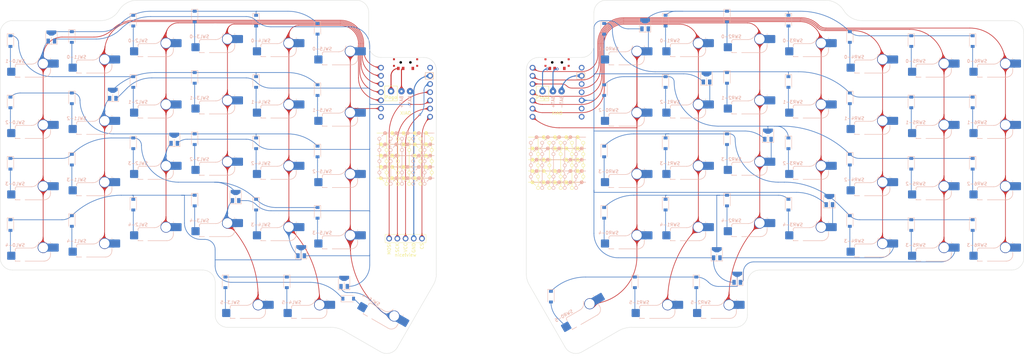
<source format=kicad_pcb>
(kicad_pcb (version 20221018) (generator pcbnew)
  (layers (0 "F.Cu" signal) (31 "B.Cu" signal) (34 "B.Paste" user) (35 "F.Paste" user) (36 "B.SilkS" user "B.Silkscreen") (37 "F.SilkS" user "F.Silkscreen") (38 "B.Mask" user) (39 "F.Mask" user) (44 "Edge.Cuts" user))
  (net 0 "")
  (net 1 "LGND")
  (net 2 "RGND")
  (net 3 "R0")
  (net 4 "Net-(D0-Pad1)")
  (net 5 "R1")
  (net 6 "Net-(D2-Pad1)")
  (net 7 "L1")
  (net 8 "R2")
  (net 9 "Net-(D16-Pad2)")
  (net 10 "L2")
  (net 11 "Net-(D2-Pad2)")
  (net 12 "R3")
  (net 13 "Net-(D10-Pad1)")
  (net 14 "L3")
  (net 15 "R4")
  (net 16 "Net-(D3-Pad2)")
  (net 17 "Net-(D11-Pad1)")
  (net 18 "L4")
  (net 19 "Net-(D4-Pad2)")
  (net 20 "L5")
  (net 21 "Net-(D34-Pad2)")
  (net 22 "L0")
  (net 23 "R5")
  (net 24 "Net-(D12-Pad1)")
  (net 25 "Net-(D7-Pad2)")
  (net 26 "Net-(D8-Pad2)")
  (net 27 "Net-(D40-Pad2)")
  (net 28 "Net-(D9-Pad2)")
  (net 29 "Net-(D10-Pad2)")
  (net 30 "Net-(D11-Pad2)")
  (net 31 "Net-(D12-Pad2)")
  (net 32 "Net-(D14-Pad2)")
  (net 33 "Net-(D15-Pad2)")
  (net 34 "Net-(D17-Pad2)")
  (net 35 "Net-(D18-Pad2)")
  (net 36 "Net-(D19-Pad2)")
  (net 37 "Net-(D21-Pad2)")
  (net 38 "Net-(D23-Pad2)")
  (net 39 "Net-(D24-Pad2)")
  (net 40 "Net-(D52-Pad2)")
  (net 41 "Net-(D55-Pad1)")
  (net 42 "Net-(D53-Pad2)")
  (net 43 "Net-(D25-Pad2)")
  (net 44 "Net-(D28-Pad2)")
  (net 45 "LINTR")
  (net 46 "Net-(D29-Pad2)")
  (net 47 "Net-(D30-Pad2)")
  (net 48 "Net-(D31-Pad2)")
  (net 49 "RINTR")
  (net 50 "Net-(D32-Pad2)")
  (net 51 "Net-(D33-Pad1)")
  (net 52 "R6")
  (net 53 "LBAT+")
  (net 54 "RBAT+")
  (net 55 "LRGB")
  (net 56 "Net-(Display1-Pad5)")
  (net 57 "Net-(Display1-Pad2)")
  (net 58 "Net-(Display1-Pad1)")
  (net 59 "Net-(Display1-Pad3)")
  (net 60 "Net-(D33-Pad2)")
  (net 61 "Net-(Display2-Pad5)")
  (net 62 "Net-(Display2-Pad2)")
  (net 63 "Net-(Display2-Pad1)")
  (net 64 "Net-(Display2-Pad3)")
  (net 65 "Net-(D34-Pad1)")
  (net 68 "Net-(D16-Pad1)")
  (net 69 "Net-(D46-Pad1)")
  (net 70 "Net-(D41-Pad1)")
  (net 71 "Net-(D0-Pad2)")
  (net 72 "Net-(D1-Pad2)")
  (net 73 "Net-(D35-Pad2)")
  (net 74 "Net-(D36-Pad2)")
  (net 75 "Net-(D37-Pad2)")
  (net 76 "Net-(D5-Pad2)")
  (net 77 "Net-(D38-Pad2)")
  (net 78 "Net-(D39-Pad2)")
  (net 79 "Net-(D41-Pad2)")
  (net 80 "Net-(D42-Pad2)")
  (net 81 "Net-(D43-Pad2)")
  (net 82 "Net-(D44-Pad2)")
  (net 83 "Net-(D45-Pad2)")
  (net 84 "Net-(D46-Pad2)")
  (net 85 "Net-(D47-Pad2)")
  (net 86 "Net-(D48-Pad2)")
  (net 87 "Net-(D49-Pad2)")
  (net 88 "Net-(D22-Pad2)")
  (net 89 "Net-(D50-Pad2)")
  (net 90 "Net-(D51-Pad2)")
  (net 91 "Net-(D54-Pad2)")
  (net 92 "Net-(D55-Pad2)")
  (net 93 "Net-(D56-Pad2)")
  (net 94 "Net-(D57-Pad2)")
  (net 95 "Net-(D58-Pad2)")
  (net 97 "Net-(D59-Pad2)")
  (net 98 "Net-(D60-Pad2)")
  (net 99 "Net-(D61-Pad2)")
  (net 100 "Net-(D62-Pad2)")
  (net 101 "Net-(D1-Pad1)")
  (net 103 "Net-(Tog0-Pad2)")
  (net 104 "Net-(Tog1-Pad2)")
  (footprint "MountingHole:MountingHole_2.2mm_M2_ISO7380" (layer "F.Cu") (at 170.545495 150.412995 180)
    (fp_text reference "REF**" hide)
    (fp_text value "MountingHole_2.2mm_M2_ISO7380" hide)
  )
  (footprint "prelude:SW_MX_HS_1u" (layer "F.Cu") (at 128.635495 159.937995)
    (fp_text reference "SWL3-5")
    (fp_text value "MX" hide)
  )
  (footprint "prelude:SW_MX_HS_1u" (layer "F.Cu") (at 119.110495 115.487995)
    (fp_text reference "SWL3-2")
    (fp_text value "MX" hide)
  )
  (footprint "MountingHole:MountingHole_2.2mm_M2_ISO7380" (layer "F.Cu") (at 128.635495 124.377995 180)
    (fp_text reference "REF**" hide)
    (fp_text value "MountingHole_2.2mm_M2_ISO7380" hide)
  )
  (footprint "prelude:SW_MX_HS_1u" (layer "F.Cu") (at 322.310495 121.837995)
    (fp_text reference "SWR4-2")
    (fp_text value "MX" hide)
  )
  (footprint "prelude:SW_MX_HS_1u" (layer "F.Cu") (at 284.210495 134.537995)
    (fp_text reference "SWR2-4")
    (fp_text value "MX" hide)
  )
  (footprint "prelude:SW_MX_HS_1u" (layer "F.Cu") (at 341.360495 123.107995)
    (fp_text reference "SWR5-2")
    (fp_text value "MX" hide)
  )
  (footprint "prelude:SW_MX_HS_1u" (layer "F.Cu") (at 265.160495 78.657995)
    (fp_text reference "SWR1-0")
    (fp_text value "MX" hide)
  )
  (footprint "prelude:SW_MX_HS_1u" (layer "F.Cu") (at 81.010495 121.837995)
    (fp_text reference "SWL1-3")
    (fp_text value "MX" hide)
  )
  (footprint "prelude:SW_MX_HS_1u" (layer "F.Cu") (at 138.160495 116.757995)
    (fp_text reference "SWL4-2")
    (fp_text value "MX" hide)
  )
  (footprint "prelude:SW_MX_HS_1u" (layer "F.Cu") (at 322.310495 140.887995)
    (fp_text reference "SWR4-3")
    (fp_text value "MX" hide)
  )
  (footprint "prelude:SW_MX_HS_1u" (layer "F.Cu") (at 230.717853 161.852157 30)
    (fp_text reference "SWR0-5")
    (fp_text value "MX" hide)
  )
  (footprint "prelude:SW_MX_HS_1u" (layer "F.Cu") (at 147.685495 159.937995)
    (fp_text reference "SWL4-5")
    (fp_text value "MX" hide)
  )
  (footprint "prelude:SW_MX_HS_1u" (layer "F.Cu") (at 341.360495 142.157995)
    (fp_text reference "SWR5-3")
    (fp_text value "MX" hide)
  )
  (footprint "prelude:SW_MX_HS_1u" (layer "F.Cu") (at 138.160495 97.707995)
    (fp_text reference "SWL4-1")
    (fp_text value "MX" hide)
  )
  (footprint "prelude:SW_MX_HS_1u" (layer "F.Cu") (at 157.210495 119.297995)
    (fp_text reference "SWL5-2")
    (fp_text value "MX" hide)
  )
  (footprint "prelude:SW_MX_HS_1u" (layer "F.Cu") (at 303.260495 116.757995)
    (fp_text reference "SWR3-2")
    (fp_text value "MX" hide)
  )
  (footprint "prelude:SW_MX_HS_1u" (layer "F.Cu") (at 284.210495 77.387995)
    (fp_text reference "SWR2-0")
    (fp_text value "MX" hide)
  )
  (footprint "prelude:SW_MX_HS_1u" (layer "F.Cu") (at 360.410495 85.007995)
    (fp_text reference "SWR6-0")
    (fp_text value "MX" hide)
  )
  (footprint "prelude:SW_MX_HS_1u" (layer "F.Cu") (at 246.110495 138.347995)
    (fp_text reference "SWR0-4")
    (fp_text value "MX" hide)
  )
  (footprint "prelude:SW_MX_HS_1u" (layer "F.Cu") (at 119.110495 134.537995)
    (fp_text reference "SWL3-4")
    (fp_text value "MX" hide)
  )
  (footprint "prelude:SW_MX_HS_1u" (layer "F.Cu") (at 265.160495 97.707995)
    (fp_text reference "SWR1-2")
    (fp_text value "MX" hide)
  )
  (footprint "prelude:MSK-12C02" (layer "F.Cu") (at 178.165495 85.810495)
    (fp_text reference "Tog0" hide)
    (fp_text value "MSK12C02")
  )
  (footprint "prelude:xiao" (layer "F.Cu") (at 225.155495 96.437995)
    (fp_text reference "U2" hide)
    (fp_text value "xiao-ble" hide)
  )
  (footprint "prelude:SW_MX_HS_1u" (layer "F.Cu") (at 341.360495 85.007995)
    (fp_text reference "SWR5-0")
    (fp_text value "MX" hide)
  )
  (footprint "MountingHole:MountingHole_2.2mm_M2_ISO7380" (layer "F.Cu") (at 71.485495 131.362995 180)
    (fp_text reference "REF**" hide)
    (fp_text value "MountingHole_2.2mm_M2_ISO7380" hide)
  )
  (footprint "prelude:SW_MX_HS_1u" (layer "F.Cu") (at 157.210495 138.347995)
    (fp_text reference "SWL5-3")
    (fp_text value "MX" hide)
  )
  (footprint "prelude:SW_MX_HS_1u" (layer "F.Cu") (at 61.960495 85.007995)
    (fp_text reference "SWL0-1")
    (fp_text value "MX" hide)
  )
  (footprint "prelude:SW_MX_HS_1u" (layer "F.Cu") (at 119.110495 77.387995)
    (fp_text reference "SWL3-0")
    (fp_text value "MX" hide)
  )
  (footprint "prelude:SW_MX_HS_1u" (layer "F.Cu") (at 274.685495 159.937995)
    (fp_text reference "SWR2-5")
    (fp_text value "MX" hide)
  )
  (footprint "prelude:SW_MX_HS_1u" (layer "F.Cu") (at 322.310495 83.737995)
    (fp_text reference "SWR4-0")
    (fp_text value "MX" hide)
  )
  (footprint "prelude:SW_MX_HS_1u" (layer "F.Cu") (at 61.960495 104.057995)
    (fp_text reference "SWL0-2")
    (fp_text value "MX" hide)
  )
  (footprint "prelude:SW_MX_HS_1u" (layer "F.Cu") (at 100.060495 78.657995)
    (fp_text reference "SWL2-0")
    (fp_text value "MX" hide)
  )
  (footprint "prelude:MSK-12C02" (layer "F.Cu") (at 225.155495 85.810495)
    (fp_text reference "Tog1" hide)
    (fp_text value "MSK12C02")
  )
  (footprint "MountingHole:MountingHole_2.2mm_M2_ISO7380" (layer "F.Cu") (at 147.685495 88.182995 180)
    (fp_text reference "REF**" hide)
    (fp_text value "MountingHole_2.2mm_M2_ISO7380" hide)
  )
  (footprint "prelude:SW_MX_HS_1u" (layer "F.Cu") (at 81.010495 102.787995)
    (fp_text reference "SWL1-2")
    (fp_text value "MX" hide)
  )
  (footprint "prelude:SW_MX_HS_1u" (layer "F.Cu") (at 138.160495 78.657995)
    (fp_text reference "SWL4-0")
    (fp_text value "MX" hide)
  )
  (footprint "prelude:SW_MX_HS_1u" (layer "F.Cu") (at 138.160495 135.807995)
    (fp_text reference "SWL4-3")
    (fp_text value "MX" hide)
  )
  (footprint "prelude:SW_MX_HS_1u" (layer "F.Cu") (at 255.635495 159.937995)
    (fp_text reference "SWR1-5")
    (fp_text value "MX" hide)
  )
  (footprint "prelude:SW_MX_HS_1u" (layer "F.Cu") (at 157.210495 100.247995)
    (fp_text reference "SWL5-1")
    (fp_text value "MX" hide)
  )
  (footprint "prelude:SW_MX_HS_1u" (layer "F.Cu") (at 246.110495 119.297995)
    (fp_text reference "SWR0-3")
    (fp_text value "MX" hide)
  )
  (footprint "prelude:SW_MX_HS_1u" (layer "F.Cu") (at 100.060495 97.707995)
    (fp_text reference "SWL2-1")
    (fp_text value "MX" hide)
  )
  (footprint "prelude:SW_MX_HS_1u" (layer "F.Cu") (at 119.110495 96.437995)
    (fp_text reference "SWL3-1")
    (fp_text value "MX" hide)
  )
  (footprint "prelude:SW_MX_HS_1u" (layer "F.Cu") (at 360.410495 104.057995)
    (fp_text reference "SWR6-1")
    (fp_text value "MX" hide)
  )
  (footprint "prelude:SW_MX_HS_1u" (layer "F.Cu") (at 61.960495 142.157995)
    (fp_text reference "SWL0-4")
    (fp_text value "MX" hide)
  )
  (footprint "prelude:SW_MX_HS_1u" (layer "F.Cu") (at 303.260495 135.807995)
    (fp_text reference "SWR3-4")
    (fp_text value "MX" hide)
  )
  (footprint "prelude:SW_MX_HS_1u" (layer "F.Cu") (at 341.360495 104.057995)
    (fp_text reference "SWR5-1")
    (fp_text value "MX" hide)
  )
  (footprint "MountingHole:MountingHole_2.2mm_M2_ISO7380" (layer "F.Cu") (at 71.485495 93.897995 180)
    (fp_text reference "REF**" hide)
    (fp_text value "MountingHole_2.2mm_M2_ISO7380" hide)
  )
  (footprint "prelude:SW_MX_HS_1u" (layer "F.Cu") (at 303.260495 97.707995)
    (fp_text reference "SWR3-1")
    (fp_text value "MX" hide)
  )
  (footprint "prelude:nice_view" (layer "F.Cu") (at 178.165495 125.393995)
    (fp_text reference "Display1")
    (fp_text value "nice!view")
  )
  (footprint "prelude:xiao" (layer "F.Cu") (at 178.165495 96.437995)
    (fp_text reference "U1" hide)
    (fp_text value "xiao-ble" hide)
  )
  (footprint "MountingHole:MountingHole_2.2mm_M2_ISO7380" (layer "F.Cu") (at 138.160495 158.667995 180)
    (fp_text reference "REF**" hide)
    (fp_text value "MountingHole_2.2mm_M2_ISO7380" hide)
  )
  (footprint "prelude:SW_MX_HS_1u" (layer "F.Cu") (at 157.210495 81.197995)
    (fp_text reference "SWL5-0")
    (fp_text value "MX" hide)
  )
  (footprint "prelude:SW_MX_HS_1u" (layer "F.Cu") (at 246.110495 100.247995)
    (fp_text reference "SWR0-2")
    (fp_text value "MX" hide)
  )
  (footprint "prelude:SW_MX_HS_1u" (layer "F.Cu") (at 284.210495 115.487995)
    (fp_text reference "SWR2-3")
    (fp_text value "MX" hide)
  )
  (footprint "prelude:SW_MX_HS_1u" (layer "F.Cu") (at 360.410495 142.157995)
    (fp_text reference "SWR6-3")
    (fp_text value "MX" hide)
  )
  (footprint "prelude:SW_MX_HS_1u" (layer "F.Cu") (at 303.260495 78.657995)
    (fp_text reference "SWR3-0")
    (fp_text value "MX" hide)
  )
  (footprint "prelude:SW_MX_HS_1u" (layer "F.Cu") (at 81.010495 83.737995)
    (fp_text reference "SWL1-0")
    (fp_text value "MX" hide)
  )
  (footprint "prelude:SW_MX_HS_1u" (layer "F.Cu") (at 81.010495 140.887995)
    (fp_text reference "SWL1-4")
    (fp_text value "MX" hide)
  )
  (footprint "prelude:SW_MX_HS_1u" (layer "F.Cu") (at 322.310495 102.787995)
    (fp_text reference "SWR4-1")
    (fp_text value "MX" hide)
  )
  (footprint "prelude:SW_MX_HS_1u" (layer "F.Cu") (at 265.160495 116.757995)
    (fp_text reference "SWR1-3")
    (fp_text value "MX" hide)
  )
  (footprint "prelude:SW_MX_HS_1u" (layer "F.Cu") (at 284.210495 96.437995)
    (fp_text reference "SWR2-1")
    (fp_text value "MX" hide)
  )
  (footprint "prelude:SW_MX_HS_1u" (layer "F.Cu") (at 61.960495 123.107995)
    (fp_text reference "SWL0-3")
    (fp_text value "MX" hide)
  )
  (footprint "prelude:SW_MX_HS_1u" (layer "F.Cu") (at 265.160495 135.807995)
    (fp_text reference "SWR1-4")
    (fp_text value "MX" hide)
  )
  (footprint "prelude:SW_MX_HS_1u" (layer "F.Cu") (at 172.603137 161.852157 -30)
    (fp_text reference "SWL5-4")
    (fp_text value "MX" hide)
  )
  (footprint "prelude:SW_MX_HS_1u" (layer "F.Cu") (at 360.410495 123.107995)
    (fp_text reference "SWR6-2")
    (fp_text value "MX" hide)
  )
  (footprint "prelude:SW_MX_HS_1u" (layer "F.Cu") (at 100.060495 135.807995)
    (fp_text reference "SWL2-4")
    (fp_text value "MX" hide)
  )
  (footprint "prelude:SW_MX_HS_1u" (layer "F.Cu") (at 100.060495 116.757995)
    (fp_text reference "SWL2-3")
    (fp_text value "MX" hide)
  )
  (footprint "prelude:SW_MX_HS_1u" (layer "F.Cu") (at 246.110495 81.197995)
    (fp_text reference "SWR0-1")
    (fp_text value "MX" hide)
  )
  (footprint "prelude:SOD_T" (layer "B.Cu") (at 159.115495 155.492995 90)
    (fp_text reference "Dx5" hide)
    (fp_text value "BAT54A" hide)
  )
  (footprint "prelude:SOD_T" (layer "B.Cu") (at 271.510495 91.992995 90)
    (fp_text reference "Dx8" hide)
    (fp_text value "BAT54A" hide)
  )
  (footprint "Diode_SMD:D_SOD-123" (layer "B.Cu") (at 315.960495 117.392995 -90)
    (fp_text reference "D30" hide)
    (fp_text value "1N4148W" hide)
  )
  (footprint "Diode_SMD:D_SOD-123" (layer "B.Cu") (at 55.610495 80.562995 -90)
    (fp_text reference "D34" hide)
    (fp_text value "1N4148W" hide)
  )
  (footprint "Diode_SMD:D_SOD-123" (layer "B.Cu") (at 150.860495 133.902995 -90)
    (fp_text reference "D41" hide)
    (fp_text value "1N4148W" hide)
  )
  (footprint "Diode_SMD:D_SOD-123" (layer "B.Cu") (at 131.810495 131.362995 -90)
    (fp_text reference "D50" hide)
    (fp_text value "1N4148W" hide)
  )
  (footprint "Diode_SMD:D_SOD-123" (layer "B.Cu") (at 55.610495 118.662995 -90)
    (fp_text reference "D47" hide)
    (fp_text value "1N4148W" hide)
  )
  (footprint "Diode_SMD:D_SOD-123" (layer "B.Cu") (at 122.285495 155.492995 -90)
    (fp_text reference "D58" hide)
    (fp_text value "1N4148W" hide)
  )
  (footprint "Diode_SMD:D_SOD-123" (layer "B.Cu") (at 239.760495 95.802995 -90)
    (fp_text reference "D2" hide)
    (fp_text value "1N4148W" hide)
  )
  (footprint "Diode_SMD:D_SOD-123" (layer "B.Cu") (at 93.710495 74.212995 -90)
    (fp_text reference "D16" hide)
    (fp_text value "1N4148W" hide)
  )
  (footprint "Diode_SMD:D_SOD-123" (layer "B.Cu") (at 258.810495 74.212995 -90)
    (fp_text reference "D7" hide)
    (fp_text value "1N4148W" hide)
  )
  (footprint "Diode_SMD:D_SOD-123" (layer "B.Cu") (at 296.910495 74.212995 -90)
    (fp_text reference "D21" hide)
    (fp_text value "1N4148W" hide)
  )
  (footprint "Diode_SMD:D_SOD-123" (layer "B.Cu") (at 150.860495 76.752995 -90)
    (fp_text reference "D56" hide)
    (fp_text value "1N4148W" hide)
  )
  (footprint "prelude:SOD_T" (layer "B.Cu") (at 290.560495 109.772995 90)
    (fp_text reference "Dx9" hide)
    (fp_text value "BAT54A" hide)
  )
  (footprint "Diode_SMD:D_SOD-123" (layer "B.Cu") (at 258.810495 93.262995 -90)
    (fp_text reference "D9" hide)
    (fp_text value "1N4148W" hide)
  )
  (footprint "Diode_SMD:D_SOD-123" (layer "B.Cu") (at 277.860495 111.042995 -90)
    (fp_text reference "D17" hide)
    (fp_text value "1N4148W" hide)
  )
  (footprint "Diode_SMD:D_SOD-123" (layer "B.Cu") (at 112.760495 72.942995 -90)
    (fp_text reference "D24" hide)
    (fp_text value "1N4148W" hide)
  )
  (footprint "Diode_SMD:D_SOD-123" (layer "B.Cu") (at 74.660495 79.292995 -90)
    (fp_text reference "D8" hide)
    (fp_text value "1N4148W" hide)
  )
  (footprint "Diode_SMD:D_SOD-123" (layer "B.Cu") (at 141.335495 155.492995 -90)
    (fp_text reference "D55" hide)
    (fp_text value "1N4148W" hide)
  )
  (footprint "MountingHole:MountingHole_2.2mm_M2_ISO7380" (layer "B.Cu") (at 331.835495 131.362995)
    (fp_text reference "REF**" hide)
    (fp_text value "MountingHole_2.2mm_M2_ISO7380" hide)
  )
  (footprint "Diode_SMD:D_SOD-123" (layer "B.Cu") (at 296.910495 93.262995 -90)
    (fp_text reference "D22" hide)
    (fp_text value "1N4148W" hide)
  )
  (footprint "Diode_SMD:D_SOD-123" (layer "B.Cu") (at 335.010495 80.562995 -90)
    (fp_text reference "D35" hide)
    (fp_text value "1N4148W" hide)
  )
  (footprint "prelude:SOD_T" (layer "B.Cu") (at 252.460495 75.482995 90)
    (fp_text reference "Dx7" hide)
    (fp_text value "BAT54A" hide)
  )
  (footprint "Diode_SMD:D_SOD-123" (layer "B.Cu") (at 335.010495 99.612995 -90)
    (fp_text reference "D36" hide)
    (fp_text value "1N4148W" hide)
  )
  (footprint "Diode_SMD:D_SOD-123" (layer "B.Cu") (at 112.760495 91.992995 -90)
    (fp_text reference "D39" hide)
    (fp_text value "1N4148W" hide)
  )
  (footprint "Diode_SMD:D_SOD-123" (layer "B.Cu") (at 268.335495 155.492995 -90)
    (fp_text reference "D19" hide)
    (fp_text value "1N4148W" hide)
  )
  (footprint "MountingHole:MountingHole_2.2mm_M2_ISO7380" (layer "B.Cu") (at 232.775495 150.412995)
    (fp_text reference "REF**" hide)
    (fp_text value "MountingHole_2.2mm_M2_ISO7380" hide)
  )
  (footprint "Diode_SMD:D_SOD-123" (layer "B.Cu") (at 131.810495 74.212995 -90)
    (fp_text reference "D32" hide)
    (fp_text value "1N4148W" hide)
  )
  (footprint "Diode_SMD:D_SOD-123" (layer "B.Cu") (at 55.610495 99.612995 -90)
    (fp_text reference "D42" hide)
    (fp_text value "1N4148W" hide)
  )
  (footprint "prelude:pogo" (layer "B.Cu") (at 179.562495 96.137995 180)
    (fp_text reference "TP2" hide)
    (fp_text value "TestPoint")
  )
  (footprint "Diode_SMD:D_SOD-123" (layer "B.Cu") (at 150.860495 95.802995 -90)
    (fp_text reference "D57" hide)
    (fp_text value "1N4148W" hide)
  )
  (footprint "Diode_SMD:D_SOD-123" (layer "B.Cu") (at 354.060495 99.612995 -90)
    (fp_text reference "D59" hide)
    (fp_text value "1N4148W" hide)
  )
  (footprint "Diode_SMD:D_SOD-123" (layer "B.Cu") (at 55.610495 137.712995 -90)
    (fp_text reference "D51" hide)
    (fp_text value "1N4148W" hide)
  )
  (footprint "prelude:pogo" (layer "B.Cu") (at 226.552495 96.137995 180)
    (fp_text reference "TP4" hide)
    (fp_text value "TestPoint")
  )
  (footprint "prelude:SOD_T" (layer "B.Cu") (at 281.035495 154.222995 90)
    (fp_text reference "Dx12" hide)
    (fp_text value "BAT54A" hide)
  )
  (footprint "Diode_SMD:D_SOD-123" (layer "B.Cu") (at 74.660495 117.392995 -90)
    (fp_text reference "D48" hide)
    (fp_text value "1N4148W" hide)
  )
  (footprint "prelude:pogo" (layer "B.Cu") (at 223.885495 96.137995 180)
    (fp_text reference "TP3" hide)
    (fp_text value "TestPoint")
  )
  (footprint "Diode_SMD:D_SOD-123" (layer "B.Cu") (at 354.060495 80.562995 -90)
    (fp_text reference "D0" hide)
    (fp_text value "1N4148W" hide)
  )
  (footprint "Diode_SMD:D_SOD-123" (layer "B.Cu") (at 131.810495 112.312995 -90)
    (fp_text reference "D45" hide)
    (fp_text value "1N4148W" hide)
  )
  (footprint "Diode_SMD:D_SOD-123" (layer "B.Cu") (at 74.660495 98.342995 -90)
    (fp_text reference "D43" hide)
    (fp_text value "1N4148W" hide)
  )
  (footprint "Diode_SMD:D_SOD-123" (layer "B.Cu") (at 93.710495 131.362995 -90)
    (fp_text reference "D53" hide)
    (fp_text value "1N4148W" hide)
  )
  (footprint "Diode_SMD:D_SOD-123" (layer "B.Cu") (at 335.010495 137.712995 -90)
    (fp_text reference "D61" hide)
    (fp_text value "1N4148W" hide)
  )
  (footprint "MountingHole:MountingHole_2.2mm_M2_ISO7380" (layer "B.Cu") (at 255.635495 88.182995)
    (fp_text reference "REF**" hide)
    (fp_text value "MountingHole_2.2mm_M2_ISO7380" hide)
  )
  (footprint "Diode_SMD:D_SOD-123" (layer "B.Cu") (at 277.860495 130.092995 -90)
    (fp_text reference "D18" hide)
    (fp_text value "1N4148W" hide)
  )
  (footprint "Diode_SMD:D_SOD-123" (layer "B.Cu") (at 258.810495 131.362995 -90)
    (fp_text reference "D11" hide)
    (fp_text value "1N4148W" hide)
  )
  (footprint "Diode_SMD:D_SOD-123" (layer "B.Cu") (at 131.810495 93.262995 -90)
    (fp_text reference "D40" hide)
    (fp_text value "1N4148W" hide)
  )
  (footprint "Diode_SMD:D_SOD-123" (layer "B.Cu") (at 315.960495 98.342995 -90)
    (fp_text reference "D29" hide)
    (fp_text value "1N4148W" hide)
  )
  (footprint "Diode_SMD:D_SOD-123" (layer "B.Cu") (at 160.385495 160.572995)
    (fp_text reference "D46" hide)
    (fp_text value "1N4148W" hide)
  )
  (footprint "Diode_SMD:D_SOD-123" (layer "B.Cu") (at 315.960495 136.442995 -90)
    (fp_text reference "D31" hide)
    (fp_text value "1N4148W" hide)
  )
  (footprint "Diode_SMD:D_SOD-123" (layer "B.Cu") (at 335.010495 118.662995 -90)
    (fp_text reference "D37" hide)
    (fp_text value "1N4148W" hide)
  )
  (footprint "Diode_SMD:D_SOD-123" (layer "B.Cu") (at 112.760495 130.092995 -90)
    (fp_text reference "D54" hide)
    (fp_text value "1N4148W" hide)
  )
  (footprint "prelude:SOD_T" (layer "B.Cu") (at 309.610495 130.092995 90)
    (fp_text reference "Dx10" hide)
    (fp_text value "BAT54A" hide)
  )
  (footprint "Diode_SMD:D_SOD-123" (layer "B.Cu") (at 239.760495 114.852995 -90)
    (fp_text reference "D3" hide)
    (fp_text value "1N4148W" hide)
  )
  (footprint "Diode_SMD:D_SOD-123" (layer "B.Cu") (at 354.060495 137.712995 -90)
    (fp_text reference "D62" hide)
    (fp_text value "1N4148W" hide)
  )
  (footprint "Diode_SMD:D_SOD-123" (layer "B.Cu") (at 112.760495 111.042995 -90)
    (fp_text reference "D44" hide)
    (fp_text value "1N4148W" hide)
  )
  (footprint "prelude:pogo" (layer "B.Cu") (at 176.895495 96.137995 180)
    (fp_text reference "TP1" hide)
    (fp_text value "TestPoint")
  )
  (footprint "MountingHole:MountingHole_2.2mm_M2_ISO7380" (layer "B.Cu") (at 265.160495 158.667995)
    (fp_text reference "REF**" hide)
    (fp_text value "MountingHole_2.2mm_M2_ISO7380" hide)
  )
  (footprint "prelude:SOD_T" (layer "B.Cu") (at 106.410495 111.042995 90)
    (fp_text reference "Dx2" hide)
    (fp_text value "BAT54A" hide)
  )
  (footprint "Diode_SMD:D_SOD-123" (layer "B.Cu") (at 93.710495 93.262995 -90)
    (fp_text reference "D38" hide)
    (fp_text value "1N4148W" hide)
  )
  (footprint "Diode_SMD:D_SOD-123" (layer "B.Cu") (at 296.910495 112.312995 -90)
    (fp_text reference "D23" hide)
    (fp_text value "1N4148W" hide)
  )
  (footprint "Diode_SMD:D_SOD-123" (layer "B.Cu") (at 249.285495 155.492995 -90)
    (fp_text reference "D12" hide)
    (fp_text value "1N4148W" hide)
  )
  (footprint "Diode_SMD:D_SOD-123" (layer "B.Cu") (at 239.760495 76.752995 -90)
    (fp_text reference "D1" hide)
    (fp_text value "1N4148W" hide)
  )
  (footprint "prelude:SOD_T" (layer "B.Cu") (at 68.310495 79.292995 90)
    (fp_text reference "Dx0" hide)
    (fp_text value "BAT54A" hide)
  )
  (footprint "Diode_SMD:D_SOD-123" (layer "B.Cu") (at 74.660495 136.442995 -90)
    (fp_text reference "D52" hide)
    (fp_text value "1N4148W" hide)
  )
  (footprint "Diode_SMD:D_SOD-123" (layer "B.Cu") (at 258.810495 112.312995 -90)
    (fp_text reference "D10" hide)
    (fp_text value "1N4148W" hide)
  )
  (footprint "MountingHole:MountingHole_2.2mm_M2_ISO7380" (layer "B.Cu") (at 274.685495 124.377995)
    (fp_text reference "REF**" hide)
    (fp_text value "MountingHole_2.2mm_M2_ISO7380" hide)
  )
  (footprint "Diode_SMD:D_SOD-123" (layer "B.Cu") (at 315.960495 79.292995 -90)
    (fp_text reference "D28" hide)
    (fp_text value "1N4148W" hide)
  )
  (footprint "prelude:SOD_T" (layer "B.Cu") (at 87.360495 97.072995 90)
    (fp_text reference "Dx1" hide)
    (fp_text value "BAT54A" hide)
  )
  (footprint "prelude:SOD_T" (layer "B.Cu") (at 145.780495 145.967995 90)
    (fp_text reference "Dx4" hide)
    (fp_text value "BAT54A" hide)
  )
  (footprint "Diode_SMD:D_SOD-123" (layer "B.Cu") (at 223.250495 159.937995 -90)
    (fp_text reference "D5" hide)
    (fp_text value "1N4148W" hide)
  )
  (footprint "Diode_SMD:D_SOD-123" (layer "B.Cu") (at 296.910495 131.362995 -90)
    (fp_text reference "D25" hide)
    (fp_text value "1N4148W" hide)
  )
  (footprint "Diode_SMD:D_SOD-123" (layer "B.Cu") (at 93.710495 112.312995 -90)
    (fp_text reference "D49" hide)
    (fp_text value "1N4148W" hide)
  )
  (footprint "MountingHole:MountingHole_2.2mm_M2_ISO7380" (layer "B.Cu") (at 331.835495 93.897995)
    (fp_text reference "REF**" hide)
    (fp_text value "MountingHole_2.2mm_M2_ISO7380" hide)
  )
  (footprint "Diode_SMD:D_SOD-123" (layer "B.Cu") (at 150.860495 114.852995 -90)
    (fp_text reference "D33" hide)
    (fp_text value "1N4148W" hide)
  )
  (footprint "prelude:SOD_T" (layer "B.Cu") (at 125.460495 128.822995 90)
    (fp_text reference "Dx3" hide)
    (fp_text value "BAT54A" hide)
  )
  (footprint "Diode_SMD:D_SOD-123" (layer "B.Cu") (at 354.060495 118.662995 -90)
    (fp_text reference "D60" hide)
    (fp_text value "1N4148W" hide)
  )
  (footprint "Diode_SMD:D_SOD-123" (layer "B.Cu") (at 277.860495 72.942995 -90)
    (fp_text reference "D14" hide)
    (fp_text value "1N4148W" hide)
  )
  (footprint "Diode_SMD:D_SOD-123" (layer "B.Cu") (at 239.760495 133.902995 -90)
    (fp_text reference "D4" hide)
    (fp_text value "1N4148W" hide)
  )
  (footprint "Diode_SMD:D_SOD-123" (layer "B.Cu") (at 277.860495 91.992995 -90)
    (fp_text reference "D15" hide)
    (fp_text value "1N4148W" hide)
  )
  (footprint "prelude:SOD_T" (layer "B.Cu") (at 274.685495 146.602995 90)
    (fp_text reference "Dx11" hide)
    (fp_text value "BAT54A" hide)
  )
  (gr_line (start 184.800495 124.137995) (end 185.800495 123.137995) (stroke (width 0.16)) (layer "B.SilkS"))
  (gr_circle (center 182.300495 109.137995) (end 181.800495 109.137995) (stroke (width 0.16)) (fill solid) (layer "B.SilkS"))
  (gr_line (start 181.300495 124.137995) (end 182.300495 123.137995) (stroke (width 0.16)) (layer "B.SilkS"))
  (gr_arc (start 224.040495 121.407995) (mid 223.540495 120.907995) (end 224.040495 120.407995) (stroke (width 0.16)) (layer "B.SilkS"))
  (gr_line (start 175.300495 112.637995) (end 187.050495 112.637995) (stroke (width 0.16)) (layer "B.SilkS"))
  (gr_circle (center 185.800495 116.137995) (end 185.300495 116.137995) (stroke (width 0.16)) (fill solid) (layer "B.SilkS"))
  (gr_arc (start 173.550495 113.137995) (mid 173.050495 112.637995) (end 173.550495 112.137995) (stroke (width 0.16)) (layer "B.SilkS"))
  (gr_circle (center 171.800495 109.137995) (end 171.300495 109.137995) (stroke (width 0.16)) (fill solid) (layer "B.SilkS"))
  (gr_line (start 173.550495 113.137995) (end 173.550495 113.887995) (stroke (width 0.16)) (layer "B.SilkS"))
  (gr_circle (center 224.040495 122.657995) (end 224.540495 122.657995) (stroke (width 0.16)) (fill none) (layer "B.SilkS"))
  (gr_circle (center 175.300495 116.137995) (end 174.800495 116.137995) (stroke (width 0.16)) (fill solid) (layer "B.SilkS"))
  (gr_circle (center 218.790495 117.407995) (end 218.290495 117.407995) (stroke (width 0.16)) (fill solid) (layer "B.SilkS"))
  (gr_line (start 182.300495 119.637995) (end 187.050495 119.637995) (stroke (width 0.16)) (layer "B.SilkS"))
  (gr_line (start 228.290495 125.407995) (end 229.290495 124.407995) (stroke (width 0.16)) (layer "B.SilkS"))
  (gr_line (start 231.040495 114.407995) (end 231.040495 115.157995) (stroke (width 0.16)) (layer "B.SilkS"))
  (gr_line (start 180.550495 118.387995) (end 180.550495 119.137995) (stroke (width 0.16)) (layer "B.SilkS"))
  (gr_line (start 173.550495 118.387995) (end 173.550495 122.637995) (stroke (width 0.16)) (layer "B.SilkS"))
  (gr_line (start 177.050495 111.387995) (end 177.050495 112.137995) (stroke (width 0.16)) (layer "B.SilkS"))
  (gr_circle (center 224.040495 115.657995) (end 224.540495 115.657995) (stroke (width 0.16)) (fill none) (layer "B.SilkS"))
  (gr_circle (center 175.300495 112.637995) (end 174.800495 112.637995) (stroke (width 0.16)) (fill solid) (layer "B.SilkS"))
  (gr_arc (start 227.540495 121.407995) (mid 227.040495 120.907995) (end 227.540495 120.407995) (stroke (width 0.16)) (layer "B.SilkS"))
  (gr_line (start 227.540495 124.907995) (end 227.540495 125.657995) (stroke (width 0.16)) (layer "B.SilkS"))
  (gr_line (start 182.300495 116.137995) (end 185.800495 116.137995) (stroke (width 0.16)) (layer "B.SilkS"))
  (gr_circle (center 173.550495 114.387995) (end 174.050495 114.387995) (stroke (width 0.16)) (fill none) (layer "B.SilkS"))
  (gr_arc (start 218.290495 124.407995) (mid 217.406612 124.041878) (end 217.040495 123.157995) (stroke (width 0.16)) (layer "B.SilkS"))
  (gr_line (start 222.290495 113.907995) (end 234.040495 113.907995) (stroke (width 0.16)) (layer "B.SilkS"))
  (gr_line (start 174.300495 124.137995) (end 175.300495 123.137995) (stroke (width 0.16)) (layer "B.SilkS"))
  (gr_line (start 170.800495 110.137995) (end 171.800495 109.137995) (stroke (width 0.16)) (layer "B.SilkS"))
  (gr_arc (start 231.040495 124.907995) (mid 230.540495 124.407995) (end 231.040495 123.907995) (stroke (width 0.16)) (layer "B.SilkS"))
  (gr_circle (center 231.040495 115.657995) (end 231.540495 115.657995) (stroke (width 0.16)) (fill none) (layer "B.SilkS"))
  (gr_line (start 174.300495 110.137995) (end 175.300495 109.137995) (stroke (width 0.16)) (layer "B.SilkS"))
  (gr_line (start 170.050495 119.137995) (end 170.050495 120.887995) (stroke (width 0.16)) (layer "B.SilkS"))
  (gr_line (start 170.800495 120.637995) (end 171.800495 119.637995) (stroke (width 0.16)) (layer "B.SilkS"))
  (gr_arc (start 184.050495 120.137995) (mid 183.550495 119.637995) (end 184.050495 119.137995) (stroke (width 0.16)) (layer "B.SilkS"))
  (gr_line (start 184.800495 120.637995) (end 185.800495 119.637995) (stroke (width 0.16)) (layer "B.SilkS"))
  (gr_line (start 227.540495 123.157995) (end 227.540495 123.907995) (stroke (width 0.16)) (layer "B.SilkS"))
  (gr_line (start 177.050495 123.637995) (end 177.050495 124.387995) (stroke (width 0.16)) (layer "B.SilkS"))
  (gr_circle (center 178.800495 119.637995) (end 178.300495 119.637995) (stroke (width 0.16)) (fill solid) (layer "B.SilkS"))
  (gr_circle (center 220.540495 115.657995) (end 221.040495 115.657995) (stroke (width 0.16)) (fill none) (layer "B.SilkS"))
  (gr_circle (center 225.790495 124.407995) (end 225.290495 124.407995) (stroke (width 0.16)) (fill solid) (layer "B.SilkS"))
  (gr_line (start 217.790495 121.907995) (end 218.790495 120.907995) (stroke (width 0.16)) (layer "B.SilkS"))
  (gr_line (start 227.540495 117.907995) (end 227.540495 118.657995) (stroke (width 0.16)) (layer "B.SilkS"))
  (gr_line (start 177.800495 124.137995) (end 178.800495 123.137995) (stroke (width 0.16)) (layer "B.SilkS"))
  (gr_circle (center 224.040495 126.157995) (end 224.540495 126.157995) (stroke (width 0.16)) (fill none) (layer "B.SilkS"))
  (gr_arc (start 184.050495 113.137995) (mid 183.550495 112.637995) (end 184.050495 112.137995) (stroke (width 0.16)) (layer "B.SilkS"))
  (gr_line (start 173.550495 111.387995) (end 173.550495 112.137995) (stroke (width 0.16)) (layer "B.SilkS"))
  (gr_line (start 228.290495 121.907995) (end 229.290495 120.907995) (stroke (width 0.16)) (layer "B.SilkS"))
  (gr_circle (center 231.040495 122.657995) (end 231.540495 122.657995) (stroke (width 0.16)) (fill none) (layer "B.SilkS"))
  (gr_line (start 225.790495 124.407995) (end 229.290495 124.407995) (stroke (width 0.16)) (layer "B.SilkS"))
  (gr_circle (center 217.040495 122.657995) (end 217.540495 122.657995) (stroke (width 0.16)) (fill none) (layer "B.SilkS"))
  (gr_circle (center 178.800495 112.637995) (end 178.300495 112.637995) (stroke (width 0.16)) (fill solid) (layer "B.SilkS"))
  (gr_circle (center 184.050495 121.387995) (end 184.550495 121.387995) (stroke (width 0.16)) (fill none) (layer "B.SilkS"))
  (gr_line (start 229.290495 120.907995) (end 234.040495 120.907995) (stroke (width 0.16)) (layer "B.SilkS"))
  (gr_arc (start 224.040495 114.407995) (mid 223.540495 113.907995) (end 224.040495 113.407995) (stroke (width 0.16)) (layer "B.SilkS"))
  (gr_arc (start 227.540495 124.907995) (mid 227.040495 124.407995) (end 227.540495 123.907995) (stroke (width 0.16)) (layer "B.SilkS"))
  (gr_circle (center 175.300495 109.137995) (end 174.800495 109.137995) (stroke (width 0.16)) (fill solid) (layer "B.SilkS"))
  (gr_line (start 177.050495 121.887995) (end 177.050495 122.637995) (stroke (width 0.16)) (layer "B.SilkS"))
  (gr_circle (center 229.290495 117.407995) (end 228.790495 117.407995) (stroke (width 0.16)) (fill solid) (layer "B.SilkS"))
  (gr_line (start 229.290495 117.407995) (end 232.790495 117.407995) (stroke (width 0.16)) (layer "B.SilkS"))
  (gr_line (start 231.040495 124.907995) (end 231.040495 125.657995) (stroke (width 0.16)) (layer "B.SilkS"))
  (gr_arc (start 180.550495 123.637995) (mid 180.050495 123.137995) (end 180.550495 122.637995) (stroke (width 0.16)) (layer "B.SilkS"))
  (gr_line (start 178.800495 123.137995) (end 182.300495 123.137995) (stroke (width 0.16)) (layer "B.SilkS"))
  (gr_circle (center 180.550495 121.387995) (end 181.050495 121.387995) (stroke (width 0.16)) (fill none) (layer "B.SilkS"))
  (gr_circle (center 217.040495 119.157995) (end 217.540495 119.157995) (stroke (width 0.16)) (fill none) (layer "B.SilkS"))
  (gr_line (start 171.800495 112.637995) (end 175.300495 112.637995) (stroke (width 0.16)) (layer "B.SilkS"))
  (gr_line (start 217.040495 120.407995) (end 217.040495 122.157995) (stroke (width 0.16)) (layer "B.SilkS"))
  (gr_circle (center 173.550495 110.887995) (end 174.050495 110.887995) (stroke (width 0.16)) (fill none) (layer "B.SilkS"))
  (gr_line (start 224.040495 124.907995) (end 224.040495 125.657995) (stroke (width 0.16)) (layer "B.SilkS"))
  (gr_arc (start 171.300495 123.137995) (mid 170.416612 122.771878) (end 170.050495 121.887995) (stroke (width 0.16)) (layer "B.SilkS"))
  (gr_line (start 217.040495 112.657995) (end 217.040495 113.407995) (stroke (width 0.16)) (layer "B.SilkS"))
  (gr_line (start 181.300495 120.637995) (end 182.300495 119.637995) (stroke (width 0.16)) (layer "B.SilkS"))
  (gr_line (start 231.790495 118.407995) (end 232.790495 117.407995) (stroke (width 0.16)) (layer "B.SilkS"))
  (gr_line (start 178.800495 109.137995) (end 187.050495 109.137995) (stroke (width 0.16)) (layer "B.SilkS"))
  (gr_line (start 177.800495 120.637995) (end 178.800495 119.637995) (stroke (width 0.16)) (layer "B.SilkS"))
  (gr_line (start 184.050495 109.137995) (end 184.050495 112.137995) (stroke (width 0.16)) (layer "B.SilkS"))
  (gr_circle (center 177.050495 114.387995) (end 177.550495 114.387995) (stroke (width 0.16)) (fill none) (layer "B.SilkS"))
  (gr_arc (start 227.540495 117.907995) (mid 227.040495 117.407995) (end 227.540495 116.907995) (stroke (width 0.16)) (layer "B.SilkS"))
  (gr_circle (center 177.050495 121.387995) (end 177.550495 121.387995) (stroke (width 0.16)) (fill none) (layer "B.SilkS"))
  (gr_line (start 218.790495 120.907995) (end 229.290495 120.907995) (stroke (width 0.16)) (layer "B.SilkS"))
  (gr_line (start 221.290495 125.407995) (end 222.290495 124.407995) (stroke (width 0.16)) (layer "B.SilkS"))
  (gr_arc (start 184.050495 123.637995) (mid 183.550495 123.137995) (end 184.050495 122.637995) (stroke (width 0.16)) (layer "B.SilkS"))
  (gr_circle (center 225.790495 113.907995) (end 225.290495 113.907995) (stroke (width 0.16)) (fill solid) (layer "B.SilkS"))
  (gr_circle (center 222.290495 113.907995) (end 221.790495 113.907995) (stroke (width 0.16)) (fill solid) (layer "B.SilkS"))
  (gr_circle (center 218.790495 113.907995) (end 218.290495 113.907995) (stroke (width 0.16)) (fill solid) (layer "B.SilkS"))
  (gr_line (start 184.050495 121.887995) (end 184.050495 122.637995) (stroke (width 0.16)) (layer "B.SilkS"))
  (gr_line (start 218.790495 110.407995) (end 222.290495 110.407995) (stroke (width 0.16)) (layer "B.SilkS"))
  (gr_line (start 231.040495 116.157995) (end 231.040495 116.907995) (stroke (width 0.16)) (layer "B.SilkS"))
  (gr_circle (center 220.540495 119.157995) (end 221.040495 119.157995) (stroke (width 0.16)) (fill none) (layer "B.SilkS"))
  (gr_line (start 227.540495 112.657995) (end 227.540495 116.907995) (stroke (width 0.16)) (layer "B.SilkS"))
  (gr_circle (center 180.550495 117.887995) (end 181.050495 117.887995) (stroke (width 0.16)) (fill none) (layer "B.SilkS"))
  (gr_circle (center 185.800495 119.637995) (end 185.300495 119.637995) (stroke (width 0.16)) (fill solid) (layer "B.SilkS"))
  (gr_circle (center 177.050495 124.887995) (end 177.550495 124.887995) (stroke (width 0.16)) (fill none) (layer "B.SilkS"))
  (gr_circle (center 217.040495 112.157995) (end 217.540495 112.157995) (stroke (width 0.16)) (fill none) (layer "B.SilkS"))
  (gr_arc (start 231.040495 117.907995) (mid 230.540495 117.407995) (end 231.040495 116.907995) (stroke (width 0.16)) (layer "B.SilkS"))
  (gr_line (start 217.040495 116.157995) (end 217.040495 116.907995) (stroke (width 0.16)) (layer "B.SilkS"))
  (gr_line (start 184.050495 113.137995) (end 184.050495 113.887995) (stroke (width 0.16)) (layer "B.SilkS"))
  (gr_line (start 224.040495 112.657995) (end 224.040495 113.407995) (stroke (width 0.16)) (layer "B.SilkS"))
  (gr_line (start 231.790495 121.907995) (end 232.790495 120.907995) (stroke (width 0.16)) (layer "B.SilkS"))
  (gr_line (start 217.040495 113.407995) (end 217.040495 115.157995) (stroke (width 0.16)) (layer "B.SilkS"))
  (gr_arc (start 220.540495 117.907995) (mid 220.040495 117.407995) (end 220.540495 116.907995) (stroke (width 0.16)) (layer "B.SilkS"))
  (gr_arc (start 224.040495 124.907995) (mid 223.540495 124.407995) (end 224.040495 123.907995) (stroke (width 0.16)) (layer "B.SilkS"))
  (gr_circle (center 170.050495 117.887995) (end 170.550495 117.887995) (stroke (width 0.16)) (fill none) (layer "B.SilkS"))
  (gr_line (start 180.550495 120.137995) (end 180.550495 120.887995) (stroke (width 0.16)) (layer "B.SilkS"))
  (gr_line (start 222.290495 110.407995) (end 225.790495 110.407995) (stroke (width 0.16)) (layer "B.SilkS"))
  (gr_line (start 177.800495 113.637995) (end 178.800495 112.637995) (stroke (width 0.16)) (layer "B.SilkS"))
  (gr_line (start 184.050495 114.887995) (end 184.050495 115.637995) (stroke (width 0.16)) (layer "B.SilkS"))
  (gr_line (start 177.050495 113.137995) (end 177.050495 113.887995) (stroke (width 0.16)) (layer "B.SilkS"))
  (gr_circle (center 227.540495 112.157995) (end 228.040495 112.157995) (stroke (width 0.16)) (fill none) (layer "B.SilkS"))
  (gr_line (start 170.050495 111.387995) (end 170.050495 112.137995) (stroke (width 0.16)) (layer "B.SilkS"))
  (gr_line (start 217.790495 111.407995) (end 218.790495 110.407995) (stroke (width 0.16)) (layer "B.SilkS"))
  (gr_arc (start 220.540495 114.407995) (mid 220.040495 113.907995) (end 220.540495 113.407995) (stroke (width 0.16)) (layer "B.SilkS"))
  (gr_arc (start 173.550495 116.637995) (mid 173.050495 116.137995) (end 173.550495 115.637995) (stroke (width 0.16)) (layer "B.SilkS"))
  (gr_line (start 174.300495 117.137995) (end 175.300495 116.137995) (stroke (width 0.16)) (layer "B.SilkS"))
  (gr_line (start 231.040495 121.407995) (end 231.040495 122.157995) (stroke (width 0.16)) (layer "B.SilkS"))
  (gr_line (start 171.800495 109.137995) (end 175.300495 109.137995) (stroke (width 0.16)) (layer "B.SilkS"))
  (gr_line (start 224.040495 123.157995) (end 224.040495 123.907995) (stroke (width 0.16)) (layer "B.SilkS"))
  (gr_line (start 231.040495 123.157995) (end 231.040495 123.907995) (stroke (width 0.16)) (layer "B.SilkS"))
  (gr_line (start 170.050495 114.887995) (end 170.050495 115.637995) (stroke (width 0.16)) (layer "B.SilkS"))
  (gr_line (start 224.040495 114.407995) (end 224.040495 115.157995) (stroke (width 0.16)) (layer "B.SilkS"))
  (gr_line (start 171.800495 119.637995) (end 182.300495 119.637995) (stroke (width 0.16)) (layer "B.SilkS"))
  (gr_circle (center 232.790495 124.407995) (end 232.290495 124.407995) (stroke (width 0.16)) (fill solid) (layer "B.SilkS"))
  (gr_circle (center 170.050495 110.887995) (end 170.550495 110.887995) (stroke (width 0.16)) (fill none) (layer "B.SilkS"))
  (gr_line (start 231.790495 125.407995) (end 232.790495 124.407995) (stroke (width 0.16)) (layer "B.SilkS"))
  (gr_circle (center 182.300495 119.637995) (end 181.800495 119.637995) (stroke (width 0.16)) (fill solid) (layer "B.SilkS"))
  (gr_circle (center 185.800495 112.637995) (end 185.300495 112.637995) (stroke (width 0.16)) (fill solid) (layer "B.SilkS"))
  (gr_circle (center 227.540495 119.157995) (end 228.040495 119.157995) (stroke (width 0.16)) (fill none) (layer "B.SilkS"))
  (gr_line (start 217.040495 119.657995) (end 217.040495 120.407995) (stroke (width 0.16)) (layer "B.SilkS"))
  (gr_line (start 170.800495 113.637995) (end 171.800495 112.637995) (stroke (width 0.16)) (layer "B.SilkS"))
  (gr_line (start 184.050495 118.387995) (end 184.050495 119.137995) (stroke (width 0.16)) (layer "B.SilkS"))
  (gr_circle (center 178.800495 123.137995) (end 178.300495 123.137995) (stroke (width 0.16)) (fill solid) (layer "B.SilkS"))
  (gr_circle (center 225.790495 120.907995) (end 225.290495 120.907995) (stroke (width 0.16)) (fill solid) (layer "B.SilkS"))
  (gr_line (start 217.790495 118.407995) (end 218.790495 117.407995) (stroke (width 0.16)) (layer "B.SilkS"))
  (gr_arc (start 180.550495 116.637995) (mid 180.050495 116.137995) (end 180.550495 115.637995) (stroke (width 0.16)) (layer "B.SilkS"))
  (gr_line (start 224.040495 116.157995) (end 224.040495 120.407995) (stroke (width 0.16)) (layer "B.SilkS"))
  (gr_circle (center 224.040495 112.157995) (end 224.540495 112.157995) (stroke (width 0.16)) (fill none) (layer "B.SilkS"))
  (gr_line (start 170.050495 115.637995) (end 170.050495 117.387995) (stroke (width 0.16)) (layer "B.SilkS"))
  (gr_line (start 180.550495 121.887995) (end 180.550495 122.637995) (stroke (width 0.16)) (layer "B.SilkS"))
  (gr_line (start 225.790495 110.407995) (end 234.040495 110.407995) (stroke (width 0.16)) (layer "B.SilkS"))
  (gr_line (start 180.550495 111.387995) (end 180.550495 115.637995) (stroke (width 0.16)) (layer "B.SilkS"))
  (gr_circle (center 185.800495 123.137995) (end 185.300495 123.137995) (stroke (width 0.16)) (fill solid) (layer "B.SilkS"))
  (gr_line (start 224.790495 121.907995) (end 225.790495 120.907995) (stroke (width 0.16)) (layer "B.SilkS"))
  (gr_line (start 228.290495 111.407995) (end 229.290495 110.407995) (stroke (width 0.16)) (layer "B.SilkS"))
  (gr_circle (center 184.050495 117.887995) (end 184.550495 117.887995) (stroke (width 0.16)) (fill none) (layer "B.SilkS"))
  (gr_circle (center 173.550495 124.887995) (end 174.050495 124.887995) (stroke (width 0.16)) (fill none) (layer "B.SilkS"))
  (gr_circle (center 231.040495 126.157995) (end 231.540495 126.157995) (stroke (width 0.16)) (fill none) (layer "B.SilkS"))
  (gr_line (start 184.800495 117.137995) (end 185.800495 116.137995) (stroke (width 0.16)) (layer "B.SilkS"))
  (gr_circle (center 229.290495 120.907995) (end 228.790495 120.907995) (stroke (width 0.16)) (fill solid) (layer "B.SilkS"))
  (gr_arc (start 220.540495 124.907995) (mid 220.040495 124.407995) (end 220.540495 123.907995) (stroke (width 0.16)) (layer "B.SilkS"))
  (gr_circle (center 222.290495 124.407995) (end 221.790495 124.407995) (stroke (width 0.16)) (fill solid) (layer "B.SilkS"))
  (gr_circle (center 232.790495 113.907995) (end 232.290495 113.907995) (stroke (width 0.16)) (fill solid) (layer "B.SilkS"))
  (gr_circle (center 218.790495 120.907995) (end 218.290495 120.907995) (stroke (width 0.16)) (fill solid) (layer "B.SilkS"))
  (gr_line (start 220.540495 116.157995) (end 220.540495 116.907995) (stroke (width 0.16)) (layer "B.SilkS"))
  (gr_line (start 218.790495 117.407995) (end 234.040495 117.407995) (stroke (width 0.16)) (layer "B.SilkS"))
  (gr_line (start 177.050495 114.887995) (end 177.050495 119.137995) (stroke (width 0.16)) (layer "B.SilkS"))
  (gr_line (start 184.050495 123.637995) (end 184.050495 124.387995) (stroke (width 0.16)) (layer "B.SilkS"))
  (gr_line (start 218.290495 124.407995) (end 225.790495 124.407995) (stroke (width 0.16)) (layer "B.SilkS"))
  (gr_circle (center 227.540495 122.657995) (end 228.040495 122.657995) (stroke (width 0.16)) (fill none) (layer "B.SilkS"))
  (gr_line (start 220.540495 119.657995) (end 220.540495 123.907995) (stroke (width 0.16)) (layer "B.SilkS"))
  (gr_line (start 221.290495 111.407995) (end 222.290495 110.407995) (stroke (width 0.16)) (layer "B.SilkS"))
  (gr_line (start 173.550495 114.887995) (end 173.550495 115.637995) (stroke (width 0.16)) (layer "B.SilkS"))
  (gr_circle (center 222.290495 117.407995) (end 221.790495 117.407995) (stroke (width 0.16)) (fill solid) (layer "B.SilkS"))
  (gr_line (start 227.540495 119.657995) (end 227.540495 120.407995) (stroke (width 0.16)) (layer "B.SilkS"))
  (gr_arc (start 177.050495 120.137995) (mid 176.550495 119.637995) (end 177.050495 119.137995) (stroke (width 0.16)) (layer "B.SilkS"))
  (gr_arc (start 231.040495 121.407995) (mid 230.540495 120.907995) (end 231.040495 120.407995) (stroke (width 0.16)) (layer "B.SilkS"))
  (gr_circle (center 217.040495 115.657995) (end 217.540495 115.657995) (stroke (width 0.16)) (fill none) (layer "B.SilkS"))
  (gr_line (start 173.550495 116.637995) (end 173.550495 117.387995) (stroke (width 0.16)) (layer "B.SilkS"))
  (gr_circle (center 182.300495 123.137995) (end 181.800495 123.137995) (stroke (width 0.16)) (fill solid) (layer "B.SilkS"))
  (gr_line (start 182.300495 123.137995) (end 187.050495 123.137995) (stroke (width 0.16)) (layer "B.SilkS"))
  (gr_line (start 224.790495 111.407995) (end 225.790495 110.407995) (stroke (width 0.16)) (layer "B.SilkS"))
  (gr_line (start 227.540495 121.407995) (end 227.540495 122.157995) (stroke (width 0.16)) (layer "B.SilkS"))
  (gr_line (start 224.040495 121.407995) (end 224.040495 122.157995) (stroke (width 0.16)) (layer "B.SilkS"))
  (gr_circle (center 218.790495 110.407995) (end 218.290495 110.407995) (stroke (width 0.16)) (fill solid) (layer "B.SilkS"))
  (gr_circle (center 170.050495 121.387995) (end 170.550495 121.387995) (stroke (width 0.16)) (fill none) (layer "B.SilkS"))
  (gr_line (start 220.540495 117.907995) (end 220.540495 118.657995) (stroke (width 0.16)) (layer "B.SilkS"))
  (gr_arc (start 231.040495 114.407995) (mid 230.540495 113.907995) (end 231.040495 113.407995) (stroke (width 0.16)) (layer "B.SilkS"))
  (gr_line (start 180.550495 123.637995) (end 180.550495 124.387995) (stroke (width 0.16)) (layer "B.SilkS"))
  (gr_line (start 184.800495 113.637995) (end 185.800495 112.637995) (stroke (width 0.16)) (layer "B.SilkS"))
  (gr_line (start 173.550495 123.637995) (end 173.550495 124.387995) (stroke (width 0.16)) (layer "B.SilkS"))
  (gr_line (start 177.800495 110.137995) (end 178.800495 109.137995) (stroke (width 0.16)) (layer "B.SilkS"))
  (gr_line (start 174.300495 113.637995) (end 175.300495 112.637995) (stroke (width 0.16)) (layer "B.SilkS"))
  (gr_circle (center 182.300495 116.137995) (end 181.800495 116.137995) (stroke (width 0.16)) (fill solid) (layer "B.SilkS"))
  (gr_circle (center 180.550495 110.887995) (end 181.050495 110.887995) (stroke (width 0.16)) (fill none) (layer "B.SilkS"))
  (gr_line (start 224.790495 114.907995) (end 225.790495 113.907995) (stroke (width 0.16)) (layer "B.SilkS"))
  (gr_line (start 170.050495 118.387995) (end 170.050495 119.137995) (stroke (width 0.16)) (layer "B.SilkS"))
  (gr_circle (center 178.800495 109.137995) (end 178.300495 109.137995) (stroke (width 0.16)) (fill solid) (layer "B.SilkS"))
  (gr_circle (center 177.050495 110.887995) (end 177.550495 110.887995) (stroke (width 0.16)) (fill none) (layer "B.SilkS"))
  (gr_line (start 231.040495 117.907995) (end 231.040495 118.657995) (stroke (width 0.16)) (layer "B.SilkS"))
  (gr_circle (center 180.550495 124.887995) (end 181.050495 124.887995) (stroke (width 0.16)) (fill none) (layer "B.SilkS"))
  (gr_circle (center 229.290495 110.407995) (end 228.790495 110.407995) (stroke (width 0.16)) (fill solid) (layer "B.SilkS"))
  (gr_circle (center 222.290495 110.407995) (end 221.790495 110.407995) (stroke (width 0.16)) (fill solid) (layer "B.SilkS"))
  (gr_circle (center 232.790495 117.407995) (end 232.290495 117.407995) (stroke (width 0.16)) (fill solid) (layer "B.SilkS"))
  (gr_line (start 224.790495 125.407995) (end 225.790495 124.407995) (stroke (width 0.16)) (layer "B.SilkS"))
  (gr_circle (center 171.800495 116.137995) (end 171.300495 116.137995) (stroke (width 0.16)) (fill solid) (layer "B.SilkS"))
  (gr_line (start 177.050495 120.137995) (end 177.050495 120.887995) (stroke (width 0.16)) (layer "B.SilkS"))
  (gr_line (start 171.300495 123.137995) (end 178.800495 123.137995) (stroke (width 0.16)) (layer "B.SilkS"))
  (gr_circle (center 173.550495 117.887995) (end 174.050495 117.887995) (stroke (width 0.16)) (fill none) (layer "B.SilkS"))
  (gr_circle (center 231.040495 119.157995) (end 231.540495 119.157995) (stroke (width 0.16)) (fill none) (layer "B.SilkS"))
  (gr_line (start 218.790495 113.907995) (end 222.290495 113.907995) (stroke (width 0.16)) (layer "B.SilkS"))
  (gr_circle (center 184.050495 114.387995) (end 184.550495 114.387995) (stroke (width 0.16)) (fill none) (layer "B.SilkS"))
  (gr_circle (center 171.800495 112.637995) (end 171.300495 112.637995) (stroke (width 0.16)) (fill solid) (layer "B.SilkS"))
  (gr_arc (start 173.550495 123.637995) (mid 173.050495 123.137995) (end 173.550495 122.637995) (stroke (width 0.16)) (layer "B.SilkS"))
  (gr_arc (start 177.050495 113.137995) (mid 176.550495 112.637995) (end 177.050495 112.137995) (stroke (width 0.16)) (layer "B.SilkS"))
  (gr_circle (center 220.540495 126.157995) (end 221.040495 126.157995) (stroke (width 0.16)) (fill none) (layer "B.SilkS"))
  (gr_line (start 220.540495 112.657995) (end 220.540495 113.407995) (stroke (width 0.16)) (layer "B.SilkS"))
  (gr_line (start 220.540495 114.407995) (end 220.540495 115.157995) (stroke (width 0.16)) (layer "B.SilkS"))
  (gr_line (start 170.050495 112.137995) (end 170.050495 113.887995) (stroke (width 0.16)) (layer "B.SilkS"))
  (gr_line (start 171.800495 116.137995) (end 187.050495 116.137995) (stroke (width 0.16)) (layer "B.SilkS"))
  (gr_line (start 217.790495 114.907995) (end 218.790495 113.907995) (stroke (width 0.16)) (layer "B.SilkS"))
  (gr_arc (start 184.050495 116.637995) (mid 183.550495 116.137995) (end 184.050495 115.637995) (stroke (width 0.16)) (layer "B.SilkS"))
  (gr_circle (center 229.290495 124.407995) (end 228.790495 124.407995) (stroke (width 0.16)) (fill solid) (layer "B.SilkS"))
  (gr_arc (start 180.550495 120.137995) (mid 180.050495 119.637995) (end 180.550495 119.137995) (stroke (width 0.16)) (layer "B.SilkS"))
  (gr_circle (center 184.050495 124.887995) (end 184.550495 124.887995) (stroke (width 0.16)) (fill none) (layer "B.SilkS"))
  (gr_line (start 231.040495 119.657995) (end 231.040495 120.407995) (stroke (width 0.16)) (layer "B.SilkS"))
  (gr_line (start 221.290495 118.407995) (end 222.290495 117.407995) (stroke (width 0.16)) (layer "B.SilkS"))
  (gr_line (start 181.300495 110.137995) (end 182.300495 109.137995) (stroke (width 0.16)) (layer "B.SilkS"))
  (gr_circle (center 171.800495 119.637995) (end 171.300495 119.637995) (stroke (width 0.16)) (fill solid) (layer "B.SilkS"))
  (gr_line (start 220.540495 124.907995) (end 220.540495 125.657995) (stroke (width 0.16)) (layer "B.SilkS"))
  (gr_line (start 217.040495 116.907995) (end 217.040495 118.657995) (stroke (width 0.16)) (layer "B.SilkS"))
  (gr_line (start 175.300495 109.137995) (end 178.800495 109.137995) (stroke (width 0.16)) (layer "B.SilkS"))
  (gr_circle (center 220.540495 112.157995) (end 221.040495 112.157995) (stroke (width 0.16)) (fill none) (layer "B.SilkS"))
  (gr_line (start 231.790495 114.907995) (end 232.790495 113.907995) (stroke (width 0.16)) (layer "B.SilkS"))
  (gr_circle (center 170.050495 114.387995) (end 170.550495 114.387995) (stroke (width 0.16)) (fill none) (layer "B.SilkS"))
  (gr_line (start 231.040495 110.407995) (end 231.040495 113.407995) (stroke (width 0.16)) (layer "B.SilkS"))
  (gr_line (start 181.300495 117.137995) (end 182.300495 116.137995) (stroke (width 0.16)) (layer "B.SilkS"))
  (gr_line (start 221.290495 114.907995) (end 222.290495 113.907995) (stroke (width 0.16)) (layer "B.SilkS"))
  (gr_circle (center 175.300495 123.137995) (end 174.800495 123.137995) (stroke (width 0.16)) (fill solid) (layer "B.SilkS"))
  (gr_arc (start 177.050495 123.637995) (mid 176.550495 123.137995) (end 177.050495 122.637995) (stroke (width 0.16)) (layer "B.SilkS"))
  (gr_line (start 170.800495 117.137995) (end 171.800495 116.137995) (stroke (width 0.16)) (layer "B.SilkS"))
  (gr_line (start 184.050495 116.637995) (end 184.050495 117.387995) (stroke (width 0.16)) (layer "B.SilkS"))
  (gr_line (start 228.290495 118.407995) (end 229.290495 117.407995) (stroke (width 0.16)) (layer "B.SilkS"))
  (gr_line (start 180.550495 116.637995) (end 180.550495 117.387995) (stroke (width 0.16)) (layer "B.SilkS"))
  (gr_line (start 229.290495 124.407995) (end 234.040495 124.407995) (stroke (width 0.16)) (layer "B.SilkS"))
  (gr_circle (center 225.790495 110.407995) (end 225.290495 110.407995) (stroke (width 0.16)) (fill solid) (layer "B.SilkS"))
  (gr_circle (center 227.540495 126.157995) (end 228.040495 126.157995) (stroke (width 0.16)) (fill none) (layer "B.SilkS"))
  (gr_line (start 184.050495 120.137995) (end 184.050495 120.887995) (stroke (width 0.16)) (layer "B.SilkS"))
  (gr_circle (center 232.790495 120.907995) (end 232.290495 120.907995) (stroke (width 0.16)) (fill solid) (layer "B.SilkS"))
  (gr_line (start 170.530495 116.137995) (end 174.030495 116.137995) (stroke (width 0.16)) (layer "F.SilkS"))
  (gr_line (start 224.520495 120.907995) (end 225.520495 121.907995) (stroke (width 0.16)) (layer "F.SilkS"))
  (gr_circle (center 172.280495 124.887995) (end 171.780495 124.887995) (stroke (width 0.16)) (fill none) (layer "F.SilkS"))
  (gr_line (start 221.020495 124.407995) (end 222.020495 125.407995) (stroke (width 0.16)) (layer "F.SilkS"))
  (gr_circle (center 177.530495 119.637995) (end 178.030495 119.637995) (stroke (width 0.16)) (fill solid) (layer "F.SilkS"))
  (gr_arc (start 175.780495 115.637995) (mid 176.280495 116.137995) (end 175.780495 116.637995) (stroke (width 0.16)) (layer "F.SilkS"))
  (gr_circle (center 222.770495 126.157995) (end 222.270495 126.157995) (stroke (width 0.16)) (fill none) (layer "F.SilkS"))
  (gr_circle (center 186.280495 121.387995) (end 185.780495 121.387995) (stroke (width 0.16)) (fill none) (layer "F.SilkS"))
  (gr_line (start 216.270495 124.407995) (end 221.020495 124.407995) (stroke (width 0.16)) (layer "F.SilkS"))
  (gr_circle (center 186.280495 110.887995) (end 185.780495 110.887995) (stroke (width 0.16)) (fill none) (layer "F.SilkS"))
  (gr_line (start 224.520495 124.407995) (end 225.520495 125.407995) (stroke (width 0.16)) (layer "F.SilkS"))
  (gr_circle (center 179.280495 114.387995) (end 178.780495 114.387995) (stroke (width 0.16)) (fill none) (layer "F.SilkS"))
  (gr_arc (start 172.280495 112.137995) (mid 172.780495 112.637995) (end 172.280495 113.137995) (stroke (width 0.16)) (layer "F.SilkS"))
  (gr_circle (center 221.020495 124.407995) (end 221.520495 124.407995) (stroke (width 0.16)) (fill solid) (layer "F.SilkS"))
  (gr_line (start 217.520495 117.407995) (end 218.520495 118.407995) (stroke (width 0.16)) (layer "F.SilkS"))
  (gr_line (start 182.780495 117.387995) (end 182.780495 116.637995) (stroke (width 0.16)) (layer "F.SilkS"))
  (gr_line (start 170.530495 123.137995) (end 171.530495 124.137995) (stroke (width 0.16)) (layer "F.SilkS"))
  (gr_line (start 228.020495 117.407995) (end 229.020495 118.407995) (stroke (width 0.16)) (layer "F.SilkS"))
  (gr_arc (start 179.280495 112.137995) (mid 179.780495 112.637995) (end 179.280495 113.137995) (stroke (width 0.16)) (layer "F.SilkS"))
  (gr_circle (center 222.770495 112.157995) (end 222.270495 112.157995) (stroke (width 0.16)) (fill none) (layer "F.SilkS"))
  (gr_line (start 169.280495 109.137995) (end 177.530495 109.137995) (stroke (width 0.16)) (layer "F.SilkS"))
  (gr_circle (center 231.520495 113.907995) (end 232.020495 113.907995) (stroke (width 0.16)) (fill solid) (layer "F.SilkS"))
  (gr_line (start 221.020495 117.407995) (end 222.020495 118.407995) (stroke (width 0.16)) (layer "F.SilkS"))
  (gr_line (start 217.520495 117.407995) (end 221.020495 117.407995) (stroke (width 0.16)) (layer "F.SilkS"))
  (gr_arc (start 229.770495 113.407995) (mid 230.270495 113.907995) (end 229.770495 114.407995) (stroke (width 0.16)) (layer "F.SilkS"))
  (gr_arc (start 219.270495 120.407995) (mid 219.770495 120.907995) (end 219.270495 121.407995) (stroke (width 0.16)) (layer "F.SilkS"))
  (gr_circle (center 229.770495 115.657995) (end 229.270495 115.657995) (stroke (width 0.16)) (fill none) (layer "F.SilkS"))
  (gr_circle (center 186.280495 117.887995) (end 185.780495 117.887995) (stroke (width 0.16)) (fill none) (layer "F.SilkS"))
  (gr_circle (center 219.270495 115.657995) (end 218.770495 115.657995) (stroke (width 0.16)) (fill none) (layer "F.SilkS"))
  (gr_line (start 186.280495 115.637995) (end 186.280495 114.887995) (stroke (width 0.16)) (layer "F.SilkS"))
  (gr_circle (center 181.030495 112.637995) (end 181.530495 112.637995) (stroke (width 0.16)) (fill solid) (layer "F.SilkS"))
  (gr_line (start 174.030495 116.137995) (end 175.030495 117.137995) (stroke (width 0.16)) (layer "F.SilkS"))
  (gr_circle (center 233.270495 112.157995) (end 232.770495 112.157995) (stroke (width 0.16)) (fill none) (layer "F.SilkS"))
  (gr_line (start 228.020495 113.907995) (end 229.020495 114.907995) (stroke (width 0.16)) (layer "F.SilkS"))
  (gr_line (start 226.270495 120.407995) (end 226.270495 116.157995) (stroke (width 0.16)) (layer "F.SilkS"))
  (gr_line (start 222.770495 123.907995) (end 222.770495 123.157995) (stroke (width 0.16)) (layer "F.SilkS"))
  (gr_line (start 181.030495 112.637995) (end 184.530495 112.637995) (stroke (width 0.16)) (layer "F.SilkS"))
  (gr_line (start 175.780495 117.387995) (end 175.780495 116.637995) (stroke (width 0.16)) (layer "F.SilkS"))
  (gr_line (start 186.280495 112.137995) (end 186.280495 111.387995) (stroke (width 0.16)) (layer "F.SilkS"))
  (gr_line (start 181.030495 123.137995) (end 182.030495 124.137995) (stroke (width 0.16)) (layer "F.SilkS"))
  (gr_line (start 229.770495 113.407995) (end 229.770495 112.657995) (stroke (width 0.16)) (layer "F.SilkS"))
  (gr_circle (center 224.520495 120.907995) (end 225.020495 120.907995) (stroke (width 0.16)) (fill solid) (layer "F.SilkS"))
  (gr_arc (start 233.270495 123.157995) (mid 232.904378 124.041878) (end 232.020495 124.407995) (stroke (width 0.16)) (layer "F.SilkS"))
  (gr_line (start 181.030495 112.637995) (end 182.030495 113.637995) (stroke (width 0.16)) (layer "F.SilkS"))
  (gr_line (start 175.780495 122.637995) (end 175.780495 121.887995) (stroke (width 0.16)) (layer "F.SilkS"))
  (gr_circle (center 182.780495 110.887995) (end 182.280495 110.887995) (stroke (width 0.16)) (fill none) (layer "F.SilkS"))
  (gr_line (start 224.520495 124.407995) (end 232.020495 124.407995) (stroke (width 0.16)) (layer "F.SilkS"))
  (gr_circle (center 182.780495 117.887995) (end 182.280495 117.887995) (stroke (width 0.16)) (fill none) (layer "F.SilkS"))
  (gr_line (start 177.530495 109.137995) (end 181.030495 109.137995) (stroke (width 0.16)) (layer "F.SilkS"))
  (gr_line (start 222.770495 125.657995) (end 222.770495 124.907995) (stroke (width 0.16)) (layer "F.SilkS"))
  (gr_line (start 186.280495 120.887995) (end 186.280495 119.137995) (stroke (width 0.16)) (layer "F.SilkS"))
  (gr_line (start 222.770495 120.407995) (end 222.770495 119.657995) (stroke (width 0.16)) (layer "F.SilkS"))
  (gr_circle (center 221.020495 120.907995) (end 221.520495 120.907995) (stroke (width 0.16)) (fill solid) (layer "F.SilkS"))
  (gr_line (start 216.270495 117.407995) (end 231.520495 117.407995) (stroke (width 0.16)) (layer "F.SilkS"))
  (gr_line (start 169.280495 116.137995) (end 184.530495 116.137995) (stroke (width 0.16)) (layer "F.SilkS"))
  (gr_circle (center 184.530495 112.637995) (end 185.030495 112.637995) (stroke (width 0.16)) (fill solid) (layer "F.SilkS"))
  (gr_line (start 175.780495 115.637995) (end 175.780495 111.387995) (stroke (width 0.16)) (layer "F.SilkS"))
  (gr_circle (center 172.280495 114.387995) (end 171.780495 114.387995) (stroke (width 0.16)) (fill none) (layer "F.SilkS"))
  (gr_circle (center 224.520495 110.407995) (end 225.020495 110.407995) (stroke (width 0.16)) (fill solid) (layer "F.SilkS"))
  (gr_circle (center 170.530495 119.637995) (end 171.030495 119.637995) (stroke (width 0.16)) (fill solid) (layer "F.SilkS"))
  (gr_circle (center 221.020495 117.407995) (end 221.520495 117.407995) (stroke (width 0.16)) (fill solid) (layer "F.SilkS"))
  (gr_arc (start 219.270495 113.407995) (mid 219.770495 113.907995) (end 219.270495 114.407995) (stroke (width 0.16)) (layer "F.SilkS"))
  (gr_circle (center 217.520495 113.907995) (end 218.020495 113.907995) (stroke (width 0.16)) (fill solid) (layer "F.SilkS"))
  (gr_circle (center 228.020495 110.407995) (end 228.520495 110.407995) (stroke (width 0.16)) (fill solid) (layer "F.SilkS"))
  (gr_circle (center 181.030495 123.137995) (end 181.530495 123.137995) (stroke (width 0.16)) (fill solid) (layer "F.SilkS"))
  (gr_line (start 175.780495 124.387995) (end 175.780495 123.637995) (stroke (width 0.16)) (layer "F.SilkS"))
  (gr_line (start 229.770495 118.657995) (end 229.770495 117.907995) (stroke (width 0.16)) (layer "F.SilkS"))
  (gr_arc (start 182.780495 115.637995) (mid 183.280495 116.137995) (end 182.780495 116.637995) (stroke (width 0.16)) (layer "F.SilkS"))
  (gr_circle (center 174.030495 123.137995) (end 174.530495 123.137995) (stroke (width 0.16)) (fill solid) (layer "F.SilkS"))
  (gr_arc (start 172.280495 119.137995) (mid 172.780495 119.637995) (end 172.280495 120.137995) (stroke (width 0.16)) (layer "F.SilkS"))
  (gr_line (start 217.520495 113.907995) (end 218.520495 114.907995) (stroke (width 0.16)) (layer "F.SilkS"))
  (gr_circle (center 233.270495 122.657995) (end 232.770495 122.657995) (stroke (width 0.16)) (fill none) (layer "F.SilkS"))
  (gr_line (start 221.020495 110.407995) (end 222.020495 111.407995) (stroke (width 0.16)) (layer "F.SilkS"))
  (gr_line (start 169.280495 119.637995) (end 174.030495 119.637995) (stroke (width 0.16)) (layer "F.SilkS"))
  (gr_circle (center 182.780495 124.887995) (end 182.280495 124.887995) (stroke (width 0.16)) (fill none) (layer "F.SilkS"))
  (gr_line (start 226.270495 125.657995) (end 226.270495 124.907995) (stroke (width 0.16)) (layer "F.SilkS"))
  (gr_line (start 174.030495 109.137995) (end 175.030495 110.137995) (stroke (width 0.16)) (layer "F.SilkS"))
  (gr_line (start 174.030495 119.637995) (end 184.530495 119.637995) (stroke (width 0.16)) (layer "F.SilkS"))
  (gr_line (start 177.530495 123.137995) (end 178.530495 124.137995) (stroke (width 0.16)) (layer "F.SilkS"))
  (gr_line (start 184.530495 112.637995) (end 185.530495 113.637995) (stroke (width 0.16)) (layer "F.SilkS"))
  (gr_line (start 182.780495 113.887995) (end 182.780495 113.137995) (stroke (width 0.16)) (layer "F.SilkS"))
  (gr_line (start 181.030495 109.137995) (end 182.030495 110.137995) (stroke (width 0.16)) (layer "F.SilkS"))
  (gr_line (start 226.270495 122.157995) (end 226.270495 121.407995) (stroke (width 0.16)) (layer "F.SilkS"))
  (gr_circle (center 226.270495 115.657995) (end 225.770495 115.657995) (stroke (width 0.16)) (fill none) (layer "F.SilkS"))
  (gr_circle (center 228.020495 113.907995) (end 228.520495 113.907995) (stroke (width 0.16)) (fill solid) (layer "F.SilkS"))
  (gr_line (start 219.270495 123.907995) (end 219.270495 123.157995) (stroke (width 0.16)) (layer "F.SilkS"))
  (gr_line (start 179.280495 119.137995) (end 179.280495 114.887995) (stroke (width 0.16)) (layer "F.SilkS"))
  (gr_circle (center 177.530495 112.637995) (end 178.030495 112.637995) (stroke (width 0.16)) (fill solid) (layer "F.SilkS"))
  (gr_line (start 219.270495 122.157995) (end 219.270495 121.407995) (stroke (width 0.16)) (layer "F.SilkS"))
  (gr_circle (center 172.280495 121.387995) (end 171.780495 121.387995) (stroke (width 0.16)) (fill none) (layer "F.SilkS"))
  (gr_line (start 177.530495 109.137995) (end 178.530495 110.137995) (stroke (width 0.16)) (layer "F.SilkS"))
  (gr_line (start 169.280495 112.637995) (end 181.030495 112.637995) (stroke (width 0.16)) (layer "F.SilkS"))
  (gr_circle (center 184.530495 109.137995) (end 185.030495 109.137995) (stroke (width 0.16)) (fill solid) (layer "F.SilkS"))
  (gr_line (start 229.770495 123.907995) (end 229.770495 119.657995) (stroke (width 0.16)) (layer "F.SilkS"))
  (gr_line (start 172.280495 112.137995) (end 172.280495 109.137995) (stroke (width 0.16)) (layer "F.SilkS"))
  (gr_line (start 172.280495 119.137995) (end 172.280495 118.387995) (stroke (width 0.16)) (layer "F.SilkS"))
  (gr_line (start 216.270495 113.907995) (end 228.020495 113.907995) (stroke (width 0.16)) (layer "F.SilkS"))
  (gr_line (start 182.780495 124.387995) (end 182.780495 123.637995) (stroke (width 0.16)) (layer "F.SilkS"))
  (gr_line (start 217.520495 124.407995) (end 218.520495 125.407995) (stroke (width 0.16)) (layer "F.SilkS"))
  (gr_arc (start 182.780495 112.137995) (mid 183.280495 112.637995) (end 182.780495 113.137995) (stroke (width 0.16)) (layer "F.SilkS"))
  (gr_line (start 233.270495 115.157995) (end 233.270495 113.407995) (stroke (width 0.16)) (layer "F.SilkS"))
  (gr_line (start 231.520495 117.407995) (end 232.520495 118.407995) (stroke (width 0.16)) (layer "F.SilkS"))
  (gr_line (start 222.770495 122.157995) (end 222.770495 121.407995) (stroke (width 0.16)) (layer "F.SilkS"))
  (gr_arc (start 229.770495 116.907995) (mid 230.270495 117.407995) (end 229.770495 117.907995) (stroke (width 0.16)) (layer "F.SilkS"))
  (gr_circle (center 175.780495 121.387995) (end 175.280495 121.387995) (stroke (width 0.16)) (fill none) (layer "F.SilkS"))
  (gr_line (start 219.270495 120.407995) (end 219.270495 119.657995) (stroke (width 0.16)) (layer "F.SilkS"))
  (gr_line (start 177.530495 119.637995) (end 178.530495 120.637995) (stroke (width 0.16)) (layer "F.SilkS"))
  (gr_line (start 182.780495 112.137995) (end 182.780495 111.387995) (stroke (width 0.16)) (layer "F.SilkS"))
  (gr_circle (center 179.280495 110.887995) (end 178.780495 110.887995) (stroke (width 0.16)) (fill none) (layer "F.SilkS"))
  (gr_line (start 228.020495 110.407995) (end 229.020495 111.407995) (stroke (width 0.16)) (layer "F.SilkS"))
  (gr_circle (center 222.770495 119.157995) (end 222.270495 119.157995) (stroke (width 0.16)) (fill none) (layer "F.SilkS"))
  (gr_line (start 175.780495 120.887995) (end 175.780495 120.137995) (stroke (width 0.16)) (layer "F.SilkS"))
  (gr_line (start 233.270495 113.407995) (end 233.270495 112.657995) (stroke (width 0.16)) (layer "F.SilkS"))
  (gr_line (start 231.520495 120.907995) (end 232.520495 121.907995) (stroke (width 0.16)) (layer "F.SilkS"))
  (gr_circle (center 226.270495 112.157995) (end 225.770495 112.157995) (stroke (width 0.16)) (fill none) (layer "F.SilkS"))
  (gr_line (start 224.520495 110.407995) (end 228.020495 110.407995) (stroke (width 0.16)) (layer "F.SilkS"))
  (gr_circle (center 217.520495 120.907995) (end 218.020495 120.907995) (stroke (width 0.16)) (fill solid) (layer "F.SilkS"))
  (gr_line (start 226.270495 115.157995) (end 226.270495 114.407995) (stroke (width 0.16)) (layer "F.SilkS"))
  (gr_circle (center 177.530495 109.137995) (end 178.030495 109.137995) (stroke (width 0.16)) (fill solid) (layer "F.SilkS"))
  (gr_circle (center 170.530495 123.137995) (end 171.030495 123.137995) (stroke (width 0.16)) (fill solid) (layer "F.SilkS"))
  (gr_circle (center 219.270495 119.157995) (end 218.770495 119.157995) (stroke (width 0.16)) (fill none) (layer "F.SilkS"))
  (gr_line (start 179.280495 113.887995) (end 179.280495 113.137995) (stroke (width 0.16)) (layer "F.SilkS"))
  (gr_circle (center 179.280495 121.387995) (end 178.780495 121.387995) (stroke (width 0.16)) (fill none) (layer "F.SilkS"))
  (gr_line (start 233.270495 120.407995) (end 233.270495 119.657995) (stroke (width 0.16)) (layer "F.SilkS"))
  (gr_line (start 184.530495 116.137995) (end 185.530495 117.137995) (stroke (width 0.16)) (layer "F.SilkS"))
  (gr_line (start 184.530495 109.137995) (end 185.530495 110.137995) (stroke (width 0.16)) (layer "F.SilkS"))
  (gr_line (start 228.020495 110.407995) (end 231.520495 110.407995) (stroke (width 0.16)) (layer "F.SilkS"))
  (gr_circle (center 224.520495 124.407995) (end 225.020495 124.407995) (stroke (width 0.16)) (fill solid) (layer "F.SilkS"))
  (gr_arc (start 226.270495 113.407995) (mid 226.770495 113.907995) (end 226.270495 114.407995) (stroke (width 0.16)) (layer "F.SilkS"))
  (gr_arc (start 179.280495 122.637995) (mid 179.780495 123.137995) (end 179.280495 123.637995) (stroke (width 0.16)) (layer "F.SilkS"))
  (gr_circle (center 181.030495 116.137995) (end 181.530495 116.137995) (stroke (width 0.16)) (fill solid) (layer "F.SilkS"))
  (gr_circle (center 233.270495 115.657995) (end 232.770495 115.657995) (stroke (width 0.16)) (fill none) (layer "F.SilkS"))
  (gr_line (start 172.280495 122.637995) (end 172.280495 121.887995) (stroke (width 0.16)) (layer "F.SilkS"))
  (gr_line (start 219.270495 125.657995) (end 219.270495 124.907995) (stroke (width 0.16)) (layer "F.SilkS"))
  (gr_line (start 179.280495 122.637995) (end 179.280495 121.887995) (stroke (width 0.16)) (layer "F.SilkS"))
  (gr_arc (start 222.770495 120.407995) (mid 223.270495 120.907995) (end 222.770495 121.407995) (stroke (width 0.16)) (layer "F.SilkS"))
  (gr_arc (start 222.770495 116.907995) (mid 223.270495 117.407995) (end 222.770495 117.907995) (stroke (width 0.16)) (layer "F.SilkS"))
  (gr_line (start 170.530495 116.137995) (end 171.530495 117.137995) (stroke (width 0.16)) (layer "F.SilkS"))
  (gr_line (start 181.030495 109.137995) (end 184.530495 109.137995) (stroke (width 0.16)) (layer "F.SilkS"))
  (gr_line (start 186.280495 117.387995) (end 186.280495 115.637995) (stroke (width 0.16)) (layer "F.SilkS"))
  (gr_circle (center 219.270495 122.657995) (end 218.770495 122.657995) (stroke (width 0.16)) (fill none) (layer "F.SilkS"))
  (gr_line (start 177.530495 123.137995) (end 185.030495 123.137995) (stroke (width 0.16)) (layer "F.SilkS"))
  (gr_line (start 177.530495 112.637995) (end 178.530495 113.637995) (stroke (width 0.16)) (layer "F.SilkS"))
  (gr_circle (center 181.030495 109.137995) (end 181.530495 109.137995) (stroke (width 0.16)) (fill solid) (layer "F.SilkS"))
  (gr_line (start 229.770495 116.907995) (end 229.770495 116.157995) (stroke (width 0.16)) (layer "F.SilkS"))
  (gr_line (start 226.270495 113.407995) (end 226.270495 112.657995) (stroke (width 0.16)) (layer "F.SilkS"))
  (gr_line (start 174.030495 123.137995) (end 177.530495 123.137995) (stroke (width 0.16)) (layer "F.SilkS"))
  (gr_rect (start 175.590495 94.522995) (end 171.690495 99.122995) (stroke (width 0.16)) (fill none) (layer "F.SilkS"))
  (gr_circle (center 184.530495 116.137995) (end 185.030495 116.137995) (stroke (width 0.16)) (fill solid) (layer "F.SilkS"))
  (gr_circle (center 175.780495 117.887995) (end 175.280495 117.887995) (stroke (width 0.16)) (fill none) (layer "F.SilkS"))
  (gr_arc (start 222.770495 123.907995) (mid 223.270495 124.407995) (end 222.770495 124.907995) (stroke (width 0.16)) (layer "F.SilkS"))
  (gr_line (start 181.030495 116.137995) (end 182.030495 117.137995) (stroke (width 0.16)) (layer "F.SilkS"))
  (gr_arc (start 186.280495 121.887995) (mid 185.914378 122.771878) (end 185.030495 123.137995) (stroke (width 0.16)) (layer "F.SilkS"))
  (gr_line (start 179.280495 124.387995) (end 179.280495 123.637995) (stroke (width 0.16)) (layer "F.SilkS"))
  (gr_circle (center 226.270495 126.157995) (end 225.770495 126.157995) (stroke (width 0.16)) (fill none) (layer "F.SilkS"))
  (gr_line (start 172.280495 113.887995) (end 172.280495 113.137995) (stroke (width 0.16)) (layer "F.SilkS"))
  (gr_line (start 182.780495 122.637995) (end 182.780495 118.387995) (stroke (width 0.16)) (layer "F.SilkS"))
  (gr_line (start 179.280495 120.887995) (end 179.280495 120.137995) (stroke (width 0.16)) (layer "F.SilkS"))
  (gr_line (start 174.030495 119.637995) (end 175.030495 120.637995) (stroke (width 0.16)) (layer "F.SilkS"))
  (gr_circle (center 228.020495 124.407995) (end 228.520495 124.407995) (stroke (width 0.16)) (fill solid) (layer "F.SilkS"))
  (gr_line (start 170.530495 119.637995) (end 171.530495 120.637995) (stroke (width 0.16)) (layer "F.SilkS"))
  (gr_circle (center 175.780495 124.887995) (end 175.280495 124.887995) (stroke (width 0.16)) (fill none) (layer "F.SilkS"))
  (gr_circle (center 177.530495 123.137995) (end 178.030495 123.137995) (stroke (width 0.16)) (fill solid) (layer "F.SilkS"))
  (gr_circle (center 221.020495 110.407995) (end 221.520495 110.407995) (stroke (width 0.16)) (fill solid) (layer "F.SilkS"))
  (gr_line (start 224.520495 113.907995) (end 225.520495 114.907995) (stroke (width 0.16)) (layer "F.SilkS"))
  (gr_arc (start 172.280495 115.637995) (mid 172.780495 116.137995) (end 172.280495 116.637995) (stroke (width 0.16)) (layer "F.SilkS"))
  (gr_circle (center 172.280495 117.887995) (end 171.780495 117.887995) (stroke (width 0.16)) (fill none) (layer "F.SilkS"))
  (gr_arc (start 172.280495 122.637995) (mid 172.780495 123.137995) (end 172.280495 123.637995) (stroke (width 0.16)) (layer "F.SilkS"))
  (gr_circle (center 170.530495 112.637995) (end 171.030495 112.637995) (stroke (width 0.16)) (fill solid) (layer "F.SilkS"))
  (gr_arc (start 229.770495 123.907995) (mid 230.270495 124.407995) (end 229.770495 124.907995) (stroke (width 0.16)) (layer "F.SilkS"))
  (gr_line (start 175.780495 119.137995) (end 175.780495 118.387995) (stroke (width 0.16)) (layer "F.SilkS"))
  (gr_line (start 221.020495 120.907995) (end 222.020495 121.907995) (stroke (width 0.16)) (layer "F.SilkS"))
  (gr_circle (center 175.780495 110.887995) (end 175.280495 110.887995) (stroke (width 0.16)) (fill none) (layer "F.SilkS"))
  (gr_line (start 216.270495 110.407995) (end 224.520495 110.407995) (stroke (width 0.16)) (layer "F.SilkS"))
  (gr_circle (center 231.520495 117.407995) (end 232.020495 117.407995) (stroke (width 0.16)) (fill solid) (layer "F.SilkS"))
  (gr_line (start 233.270495 122.157995) (end 233.270495 120.407995) (stroke (width 0.16)) (layer "F.SilkS"))
  (gr_arc (start 226.270495 120.407995) (mid 226.770495 120.907995) (end 226.270495 121.407995) (stroke (width 0.16)) (layer "F.SilkS"))
  (gr_line (start 179.280495 112.137995) (end 179.280495 111.387995) (stroke (width 0.16)) (layer "F.SilkS"))
  (gr_line (start 186.280495 113.887995) (end 186.280495 112.137995) (stroke (width 0.16)) (layer "F.SilkS"))
  (gr_arc (start 175.780495 119.137995) (mid 176.280495 119.637995) (end 175.780495 120.137995) (stroke (width 0.16)) (layer "F.SilkS"))
  (gr_circle (center 226.270495 122.657995) (end 225.770495 122.657995) (stroke (width 0.16)) (fill none) (layer "F.SilkS"))
  (gr_line (start 219.270495 113.407995) (end 219.270495 110.407995) (stroke (width 0.16)) (layer "F.SilkS"))
  (gr_circle (center 186.280495 114.387995) (end 185.780495 114.387995) (stroke (width 0.16)) (fill none) (layer "F.SilkS"))
  (gr_circle (center 217.520495 117.407995) (end 218.020495 117.407995) (stroke (width 0.16)) (fill solid) (layer "F.SilkS"))
  (gr_line (start 228.020495 113.907995) (end 231.520495 113.907995) (stroke (width 0.16)) (layer "F.SilkS"))
  (gr_line (start 217.520495 120.907995) (end 218.520495 121.907995) (stroke (width 0.16)) (layer "F.SilkS"))
  (gr_line (start 226.270495 123.907995) (end 226.270495 123.157995) (stroke (width 0.16)) (layer "F.SilkS"))
  (gr_line (start 172.280495 115.637995) (end 172.280495 114.887995) (stroke (width 0.16)) (layer "F.SilkS"))
  (gr_circle (center 224.520495 113.907995) (end 225.020495 113.907995) (stroke (width 0.16)) (fill solid) (layer "F.SilkS"))
  (gr_line (start 172.280495 120.887995) (end 172.280495 120.137995) (stroke (width 0.16)) (layer "F.SilkS"))
  (gr_line (start 172.280495 124.387995) (end 172.280495 123.637995) (stroke (width 0.16)) (layer "F.SilkS"))
  (gr_line (start 231.520495 113.907995) (end 232.520495 114.907995) (stroke (width 0.16)) (layer "F.SilkS"))
  (gr_circle (center 219.270495 126.157995) (end 218.770495 126.157995) (stroke (width 0.16)) (fill none) (layer "F.SilkS"))
  (gr_line (start 169.280495 123.137995) (end 174.030495 123.137995) (stroke (width 0.16)) (layer "F.SilkS"))
  (gr_arc (start 175.780495 122.637995) (mid 176.280495 123.137995) (end 175.780495 123.637995) (stroke (width 0.16)) (layer "F.SilkS"))
  (gr_line (start 233.270495 116.907995) (end 233.270495 116.157995) (stroke (width 0.16)) (layer "F.SilkS"))
  (gr_line (start 186.280495 119.137995) (end 186.280495 118.387995) (stroke (width 0.16)) (layer "F.SilkS"))
  (gr_circle (center 179.280495 124.887995) (end 178.780495 124.887995) (stroke (width 0.16)) (fill none) (layer "F.SilkS"))
  (gr_line (start 222.770495 116.907995) (end 222.770495 112.657995) (stroke (width 0.16)) (layer "F.SilkS"))
  (gr_circle (center 174.030495 119.637995) (end 174.530495 119.637995) (stroke (width 0.16)) (fill solid) (layer "F.SilkS"))
  (gr_line (start 222.770495 118.657995) (end 222.770495 117.907995) (stroke (width 0.16)) (layer "F.SilkS"))
  (gr_line (start 229.770495 115.157995) (end 229.770495 114.407995) (stroke (width 0.16)) (layer "F.SilkS"))
  (gr_circle (center 217.520495 124.407995) (end 218.020495 124.407995) (stroke (width 0.16)) (fill solid) (layer "F.SilkS"))
  (gr_line (start 172.280495 117.387995) (end 172.280495 116.637995) (stroke (width 0.16)) (layer "F.SilkS"))
  (gr_line (start 219.270495 115.157995) (end 219.270495 114.407995) (stroke (width 0.16)) (layer "F.SilkS"))
  (gr_line (start 221.020495 120.907995) (end 231.520495 120.907995) (stroke (width 0.16)) (layer "F.SilkS"))
  (gr_circle (center 231.520495 120.907995) (end 232.020495 120.907995) (stroke (width 0.16)) (fill solid) (layer "F.SilkS"))
  (gr_circle (center 229.770495 119.157995) (end 229.270495 119.157995) (stroke (width 0.16)) (fill none) (layer "F.SilkS"))
  (gr_line (start 182.780495 115.637995) (end 182.780495 114.887995) (stroke (width 0.16)) (layer "F.SilkS"))
  (gr_arc (start 219.270495 116.907995) (mid 219.770495 117.407995) (end 219.270495 117.907995) (stroke (width 0.16)) (layer "F.SilkS"))
  (gr_circle (center 231.520495 110.407995) (end 232.020495 110.407995) (stroke (width 0.16)) (fill solid) (layer "F.SilkS"))
  (gr_arc (start 182.780495 122.637995) (mid 183.280495 123.137995) (end 182.780495 123.637995) (stroke (width 0.16)) (layer "F.SilkS"))
  (gr_line (start 228.020495 124.407995) (end 229.020495 125.407995) (stroke (width 0.16)) (layer "F.SilkS"))
  (gr_line (start 170.530495 112.637995) (end 171.530495 113.637995) (stroke (width 0.16)) (layer "F.SilkS"))
  (gr_circle (center 182.780495 114.387995) (end 182.280495 114.387995) (stroke (width 0.16)) (fill none) (layer "F.SilkS"))
  (gr_line (start 174.030495 123.137995) (end 175.030495 124.137995) (stroke (width 0.16)) (layer "F.SilkS"))
  (gr_circle (center 170.530495 116.137995) (end 171.030495 116.137995) (stroke (width 0.16)) (fill solid) (layer "F.SilkS"))
  (gr_circle (center 229.770495 126.157995) (end 229.270495 126.157995) (stroke (width 0.16)) (fill none) (layer "F.SilkS"))
  (gr_arc (start 226.270495 123.907995) (mid 226.770495 124.407995) (end 226.270495 124.907995) (stroke (width 0.16)) (layer "F.SilkS"))
  (gr_line (start 231.520495 110.407995) (end 232.520495 111.407995) (stroke (width 0.16)) (layer "F.SilkS"))
  (gr_line (start 216.270495 120.907995) (end 221.020495 120.907995) (stroke (width 0.16)) (layer "F.SilkS"))
  (gr_line (start 219.270495 116.907995) (end 219.270495 116.157995) (stroke (width 0.16)) (layer "F.SilkS"))
  (gr_line (start 184.530495 119.637995) (end 185.530495 120.637995) (stroke (width 0.16)) (layer "F.SilkS"))
  (gr_circle (center 184.530495 119.637995) (end 185.030495 119.637995) (stroke (width 0.16)) (fill solid) (layer "F.SilkS"))
  (gr_arc (start 219.270495 123.907995) (mid 219.770495 124.407995) (end 219.270495 124.907995) (stroke (width 0.16)) (layer "F.SilkS"))
  (gr_circle (center 222.770495 122.657995) (end 222.270495 122.657995) (stroke (width 0.16)) (fill none) (layer "F.SilkS"))
  (gr_line (start 233.270495 118.657995) (end 233.270495 116.907995) (stroke (width 0.16)) (layer "F.SilkS"))
  (gr_circle (center 174.030495 109.137995) (end 174.530495 109.137995) (stroke (width 0.16)) (fill solid) (layer "F.SilkS"))
  (gr_circle (center 228.020495 117.407995) (end 228.520495 117.407995) (stroke (width 0.16)) (fill solid) (layer "F.SilkS"))
  (gr_line (start 224.520495 110.407995) (end 225.520495 111.407995) (stroke (width 0.16)) (layer "F.SilkS"))
  (gr_line (start 221.020495 124.407995) (end 224.520495 124.407995) (stroke (width 0.16)) (layer "F.SilkS"))
  (gr_line (start 229.770495 125.657995) (end 229.770495 124.907995) (stroke (width 0.16)) (layer "F.SilkS"))
  (gr_rect (start 218.685495 94.522995) (end 222.585495 99.122995) (stroke (width 0.16)) (fill none) (layer "F.SilkS"))
  (gr_circle (center 229.770495 112.157995) (end 229.270495 112.157995) (stroke (width 0.16)) (fill none) (layer "F.SilkS"))
  (gr_circle (center 233.270495 119.157995) (end 232.770495 119.157995) (stroke (width 0.16)) (fill none) (layer "F.SilkS"))
  (gr_arc (start 179.280495 119.137995) (mid 179.780495 119.637995) (end 179.280495 120.137995) (stroke (width 0.16)) (layer "F.SilkS"))
  (gr_line (start 219.270495 118.657995) (end 219.270495 117.907995) (stroke (width 0.16)) (layer "F.SilkS"))
  (gr_circle (center 174.030495 116.137995) (end 174.530495 116.137995) (stroke (width 0.16)) (fill solid) (layer "F.SilkS"))
  (gr_arc (start 187.690495 152.952995) (mid 187.462341 154.662242) (end 186.801495 156.254995) (stroke (width 0.1)) (layer "Edge.Cuts"))
  (gr_line (start 119.110495 165.652995) (end 119.110495 155.492995) (stroke (width 0.1)) (layer "Edge.Cuts"))
  (gr_arc (start 89.265495 71.037995) (mid 86.819959 73.36703) (end 83.550495 74.212995) (stroke (width 0.1)) (layer "Edge.Cuts"))
  (gr_arc (start 232.902495 177.082995) (mid 230.009667 177.4629) (end 227.695495 175.685995) (stroke (width 0.1)) (layer "Edge.Cuts"))
  (gr_arc (start 162.925495 67.862995) (mid 165.619572 68.978918) (end 166.735495 71.672995) (stroke (width 0.1)) (layer "Edge.Cuts"))
  (gr_line (start 243.697495 170.859995) (end 232.902495 177.082995) (stroke (width 0.1)) (layer "Edge.Cuts"))
  (gr_arc (start 366.125495 74.212995) (mid 368.819572 75.328918) (end 369.935495 78.022995) (stroke (width 0.1)) (layer "Edge.Cuts"))
  (gr_line (start 183.880495 85.642995) (end 170.545495 85.642995) (stroke (width 0.1)) (layer "Edge.Cuts"))
  (gr_line (start 366.125495 151.682995) (end 288.020495 151.682995) (stroke (width 0.1)) (layer "Edge.Cuts"))
  (gr_arc (start 175.625495 175.685995) (mid 173.311324 177.462902) (end 170.418495 177.082995) (stroke (width 0.1)) (layer "Edge.Cuts"))
  (gr_arc (start 369.935495 147.872995) (mid 368.819572 150.567072) (end 366.125495 151.682995) (stroke (width 0.1)) (layer "Edge.Cuts"))
  (gr_line (start 187.690495 104.952995) (end 187.690495 147.952995) (stroke (width 0.1)) (layer "Edge.Cuts"))
  (gr_arc (start 236.585495 71.672995) (mid 237.701418 68.978918) (end 240.395495 67.862995) (stroke (width 0.1)) (layer "Edge.Cuts"))
  (gr_arc (start 122.920495 169.462995) (mid 120.226413 168.347077) (end 119.110495 165.652995) (stroke (width 0.1)) (layer "Edge.Cuts"))
  (gr_arc (start 170.545495 85.642995) (mid 167.851418 84.527072) (end 166.735495 81.832995) (stroke (width 0.1)) (layer "Edge.Cuts"))
  (gr_line (start 284.210495 155.492995) (end 284.210495 165.652995) (stroke (width 0.1)) (layer "Edge.Cuts"))
  (gr_arc (start 236.585495 81.832995) (mid 235.469572 84.527072) (end 232.775495 85.642995) (stroke (width 0.1)) (layer "Edge.Cuts"))
  (gr_line (start 52.435495 78.022995) (end 52.435495 147.872995) (stroke (width 0.1)) (layer "Edge.Cuts"))
  (gr_arc (start 183.880495 85.642995) (mid 186.574572 86.758918) (end 187.690495 89.452995) (stroke (width 0.1)) (layer "Edge.Cuts"))
  (gr_line (start 366.125495 74.212995) (end 319.770495 74.212995) (stroke (width 0.1)) (layer "Edge.Cuts"))
  (gr_arc (start 154.924495 169.462995) (mid 157.37641 169.817007) (end 159.623495 170.859995) (stroke (width 0.1)) (layer "Edge.Cuts"))
  (gr_line (start 215.630495 89.452995) (end 215.630495 104.952995) (stroke (width 0.1)) (layer "Edge.Cuts"))
  (gr_arc (start 89.265495 71.037995) (mid 91.711031 68.708961) (end 94.980495 67.862995) (stroke (width 0.1)) (layer "Edge.Cuts"))
  (gr_line (start 215.630495 147.952995) (end 215.630495 104.952995) (stroke (width 0.1)) (layer "Edge.Cuts"))
  (gr_line (start 240.395495 67.862995) (end 308.340495 67.862995) (stroke (width 0.1)) (layer "Edge.Cuts"))
  (gr_arc (start 215.630495 89.452995) (mid 216.746418 86.758918) (end 219.440495 85.642995) (stroke (width 0.1)) (layer "Edge.Cuts"))
  (gr_line (start 170.418495 177.082995) (end 159.623495 170.859995) (stroke (width 0.1)) (layer "Edge.Cuts"))
  (gr_line (start 369.935495 147.872995) (end 369.935495 78.022995) (stroke (width 0.1)) (layer "Edge.Cuts"))
  (gr_arc (start 284.210495 165.652995) (mid 283.094572 168.347072) (end 280.400495 169.462995) (stroke (width 0.1)) (layer "Edge.Cuts"))
  (gr_line (start 83.550495 74.212995) (end 56.245495 74.212995) (stroke (width 0.1)) (layer "Edge.Cuts"))
  (gr_line (start 115.300495 151.682995) (end 56.245495 151.682995) (stroke (width 0.1)) (layer "Edge.Cuts"))
  (gr_line (start 186.801495 156.254995) (end 175.625495 175.685995) (stroke (width 0.1)) (layer "Edge.Cuts"))
  (gr_arc (start 115.300495 151.682995) (mid 117.994567 152.798923) (end 119.110495 155.492995) (stroke (width 0.1)) (layer "Edge.Cuts"))
  (gr_arc (start 52.435495 78.022995) (mid 53.55143 75.32893) (end 56.245495 74.212995) (stroke (width 0.1)) (layer "Edge.Cuts"))
  (gr_line (start 154.924495 169.462995) (end 122.920495 169.462995) (stroke (width 0.1)) (layer "Edge.Cuts"))
  (gr_line (start 94.980495 67.862995) (end 162.925495 67.862995) (stroke (width 0.1)) (layer "Edge.Cuts"))
  (gr_line (start 280.400495 169.462995) (end 248.396495 169.462995) (stroke (width 0.1)) (layer "Edge.Cuts"))
  (gr_line (start 187.690495 152.952995) (end 187.690495 147.952995) (stroke (width 0.1)) (layer "Edge.Cuts"))
  (gr_line (start 232.775495 85.642995) (end 219.440495 85.642995) (stroke (width 0.1)) (layer "Edge.Cuts"))
  (gr_line (start 187.690495 104.952995) (end 187.690495 89.452995) (stroke (width 0.1)) (layer "Edge.Cuts"))
  (gr_line (start 215.630495 147.952995) (end 215.630495 152.952995) (stroke (width 0.1)) (layer "Edge.Cuts"))
  (gr_arc (start 56.245495 151.682995) (mid 53.551413 150.567077) (end 52.435495 147.872995) (stroke (width 0.1)) (layer "Edge.Cuts"))
  (gr_arc (start 216.519495 156.254995) (mid 215.858648 154.662242) (end 215.630495 152.952995) (stroke (width 0.1)) (layer "Edge.Cuts"))
  (gr_arc (start 284.210495 155.492995) (mid 285.326418 152.798918) (end 288.020495 151.682995) (stroke (width 0.1)) (layer "Edge.Cuts"))
  (gr_line (start 236.585495 71.672995) (end 236.585495 81.832995) (stroke (width 0.1)) (layer "Edge.Cuts"))
  (gr_arc (start 243.697495 170.859995) (mid 245.944583 169.817019) (end 248.396495 169.462995) (stroke (width 0.1)) (layer "Edge.Cuts"))
  (gr_line (start 227.695495 175.685995) (end 216.519495 156.254995) (stroke (width 0.1)) (layer "Edge.Cuts"))
  (gr_arc (start 308.340495 67.862995) (mid 311.609959 68.70896) (end 314.055495 71.037995) (stroke (width 0.1)) (layer "Edge.Cuts"))
  (gr_line (start 166.735495 81.832995) (end 166.735495 71.672995) (stroke (width 0.1)) (layer "Edge.Cuts"))
  (gr_arc (start 319.770495 74.212995) (mid 316.501032 73.367028) (end 314.055495 71.037995) (stroke (width 0.1)) (layer "Edge.Cuts"))
  (gr_text "BAT-" (at 226.585495 97.422995 90) (layer "B.SilkS") (effects (font (size 1 1) (thickness 0.16)) (justify left mirror)))
  (gr_text "BAT+" (at 223.935495 97.422995 90) (layer "B.SilkS") (effects (font (size 1 1) (thickness 0.16)) (justify left mirror)))
  (gr_text "BAT-" (at 179.540495 97.422995 90) (layer "B.SilkS") (effects (font (size 1 1) (thickness 0.16)) (justify left mirror)))
  (gr_text "BAT+" (at 176.890495 97.422995 90) (layer "B.SilkS") (effects (font (size 1 1) (thickness 0.16)) (justify left mirror)))
  (gr_text "Pogo" (at 220.685495 98.022995) (layer "F.SilkS") (effects (font (size 1 1) (thickness 0.16))))
  (gr_text "Pogo" (at 173.690495 98.022995) (layer "F.SilkS") (effects (font (size 1 1) (thickness 0.16))))
  (segment (start 179.562495 96.137995) (end 180.705495 96.137995) (width 0.3) (layer "B.Cu") (net 1))
  (segment (start 180.705495 97.072995) (end 180.705495 96.437995) (width 0.3) (layer "B.Cu") (net 1))
  (segment (start 180.705495 141.903995) (end 180.705495 97.072995) (width 0.3) (layer "B.Cu") (net 1))
  (segment (start 180.705495 96.137995) (end 180.705495 97.072995) (width 0.3) (layer "B.Cu") (net 1))
  (arc (start 180.705495 96.437995) (mid 182.193393 92.845893) (end 185.785495 91.357995) (width 0.3) (layer "B.Cu") (net 1))
  (segment (start 232.775495 91.357995) (end 231.332495 91.357995) (width 0.3) (layer "B.Cu") (net 2))
  (arc (start 231.332495 91.357995) (mid 227.952525 92.758025) (end 226.552495 96.137995) (width 0.3) (layer "B.Cu") (net 2))
  (segment (start 249.920495 140.887995) (end 249.920495 147.513777) (width 0.2) (layer "F.Cu") (net 3))
  (segment (start 249.920495 83.737995) (end 249.920495 107.486995) (width 0.2) (layer "F.Cu") (net 3))
  (segment (start 249.920495 140.887995) (end 249.920495 121.837995) (width 0.2) (layer "F.Cu") (net 3))
  (segment (start 249.920495 102.787995) (end 249.920495 83.737995) (width 0.2) (layer "F.Cu") (net 3))
  (segment (start 225.813833 107.486995) (end 249.920495 107.486995) (width 0.2) (layer "F.Cu") (net 3))
  (segment (start 249.920495 121.837995) (end 249.920495 102.787995) (width 0.2) (layer "F.Cu") (net 3))
  (arc (start 217.535495 104.057995) (mid 221.333629 106.595827) (end 225.813833 107.486995) (width 0.2) (layer "F.Cu") (net 3))
  (arc (start 249.920495 147.513777) (mid 245.634564 157.860931) (end 235.28741 162.146862) (width 0.2) (layer "F.Cu") (net 3))
  (segment (start 253.470495 83.737995) (end 253.470495 76.752995) (width 0.2) (layer "B.Cu") (net 3))
  (segment (start 264.145495 71.292995) (end 261.876546 71.292995) (width 0.2) (layer "B.Cu") (net 4))
  (segment (start 296.910495 71.292995) (end 296.530495 71.292995) (width 0.2) (layer "B.Cu") (net 4))
  (segment (start 296.530495 71.292995) (end 277.860495 71.292995) (width 0.2) (layer "B.Cu") (net 4))
  (segment (start 354.060495 78.912995) (end 319.026546 78.912995) (width 0.2) (layer "B.Cu") (net 4))
  (segment (start 296.910495 72.562995) (end 296.910495 71.292995) (width 0.2) (layer "B.Cu") (net 4))
  (segment (start 277.860495 71.292995) (end 264.145495 71.292995) (width 0.2) (layer "B.Cu") (net 4))
  (segment (start 264.145495 71.292995) (end 259.295375 71.292995) (width 0.2) (layer "B.Cu") (net 4))
  (segment (start 300.630239 71.292995) (end 296.530495 71.292995) (width 0.2) (layer "B.Cu") (net 4))
  (arc (start 261.876546 71.292995) (mid 260.217211 71.623058) (end 258.810495 72.562995) (width 0.2) (layer "B.Cu") (net 4))
  (arc (start 319.026546 78.912995) (mid 317.367212 78.582932) (end 315.960495 77.642995) (width 0.2) (layer "B.Cu") (net 4))
  (arc (start 315.960495 77.642995) (mid 308.926914 72.943306) (end 300.630239 71.292995) (width 0.2) (layer "B.Cu") (net 4))
  (arc (start 259.295375 71.292995) (mid 255.596365 72.028774) (end 252.460495 74.124095) (width 0.2) (layer "B.Cu") (net 4))
  (segment (start 268.970495 81.197995) (end 268.970495 100.247995) (width 0.2) (layer "F.Cu") (net 5))
  (segment (start 239.785495 81.32299) (end 239.785495 95.777995) (width 0.2) (layer "F.Cu") (net 5))
  (segment (start 263.185495 75.322995) (end 245.785491 75.322995) (width 0.2) (layer "F.Cu") (net 5))
  (segment (start 232.775495 102.787995) (end 220.601546 102.787995) (width 0.2) (layer "F.Cu") (net 5))
  (segment (start 268.970495 119.297995) (end 268.970495 138.347995) (width 0.2) (layer "F.Cu") (net 5))
  (segment (start 268.970495 100.247995) (end 268.970495 119.297995) (width 0.2) (layer "F.Cu") (net 5))
  (arc (start 239.785495 95.777995) (mid 237.732314 100.734814) (end 232.775495 102.787995) (width 0.2) (layer "F.Cu") (net 5))
  (arc (start 245.785491 75.322995) (mid 241.542853 77.080353) (end 239.785495 81.32299) (width 0.2) (layer "F.Cu") (net 5))
  (arc (start 268.970495 81.107995) (mid 267.276108 77.017382) (end 263.185495 75.322995) (width 0.2) (layer "F.Cu") (net 5))
  (arc (start 220.601546 102.787995) (mid 218.942211 102.457932) (end 217.535495 101.517995) (width 0.2) (layer "F.Cu") (net 5))
  (arc (start 268.970495 138.347995) (mid 261.920962 148.898367) (end 259.445495 161.343379) (width 0.2) (layer "F.Cu") (net 5))
  (segment (start 272.520495 100.247995) (end 272.520495 93.262995) (width 0.2) (layer "B.Cu") (net 5))
  (segment (start 290.560495 106.978995) (end 290.306495 106.978995) (width 0.2) (layer "B.Cu") (net 6))
  (segment (start 290.306495 106.978995) (end 292.465495 106.978995) (width 0.2) (layer "B.Cu") (net 6))
  (segment (start 293.226495 106.978995) (end 292.465495 106.978995) (width 0.2) (layer "B.Cu") (net 6))
  (segment (start 275.193495 106.978995) (end 290.306495 106.978995) (width 0.2) (layer "B.Cu") (net 6))
  (segment (start 258.810495 91.612995) (end 259.827495 91.612995) (width 0.2) (layer "B.Cu") (net 6))
  (segment (start 292.465495 106.978995) (end 294.802328 106.978995) (width 0.2) (layer "B.Cu") (net 6))
  (segment (start 258.810495 91.612995) (end 245.892597 91.612995) (width 0.2) (layer "B.Cu") (net 6))
  (segment (start 290.560495 108.414095) (end 290.560495 106.978995) (width 0.2) (layer "B.Cu") (net 6))
  (segment (start 354.060495 117.012995) (end 319.026546 117.012995) (width 0.2) (layer "B.Cu") (net 6))
  (arc (start 259.827495 91.612995) (mid 260.994221 92.096269) (end 261.477495 93.262995) (width 0.2) (layer "B.Cu") (net 6))
  (arc (start 294.802328 106.978995) (mid 306.253045 109.256684) (end 315.960495 115.742995) (width 0.2) (layer "B.Cu") (net 6))
  (arc (start 296.910495 110.662995) (mid 295.831476 108.058014) (end 293.226495 106.978995) (width 0.2) (layer "B.Cu") (net 6))
  (arc (start 261.477495 93.262995) (mid 265.494818 102.961672) (end 275.193495 106.978995) (width 0.2) (layer "B.Cu") (net 6))
  (arc (start 319.026546 117.012995) (mid 317.367212 116.682932) (end 315.960495 115.742995) (width 0.2) (layer "B.Cu") (net 6))
  (arc (start 245.892597 91.612995) (mid 242.573928 92.27312) (end 239.760495 94.152995) (width 0.2) (layer "B.Cu") (net 6))
  (segment (start 84.820495 105.327995) (end 84.820495 86.277995) (width 0.2) (layer "F.Cu") (net 7))
  (segment (start 84.820495 83.737995) (end 84.820495 86.277995) (width 0.2) (layer "F.Cu") (net 7))
  (segment (start 164.765495 81.297995) (end 164.765495 85.577995) (width 0.2) (layer "F.Cu") (net 7))
  (segment (start 94.172707 74.497995) (end 157.965495 74.497995) (width 0.2) (layer "F.Cu") (net 7))
  (segment (start 84.820495 143.427995) (end 84.820495 124.377995) (width 0.2) (layer "F.Cu") (net 7))
  (segment (start 84.820495 86.277995) (end 84.820495 83.850207) (width 0.2) (layer "F.Cu") (net 7))
  (segment (start 84.820495 124.377995) (end 84.820495 105.327995) (width 0.2) (layer "F.Cu") (net 7))
  (arc (start 164.765495 85.577995) (mid 166.458418 89.665072) (end 170.545495 91.357995) (width 0.2) (layer "F.Cu") (net 7))
  (arc (start 157.965495 74.497995) (mid 162.773821 76.489669) (end 164.765495 81.297995) (width 0.2) (layer "F.Cu") (net 7))
  (arc (start 84.820495 83.850207) (mid 87.559694 77.237194) (end 94.172707 74.497995) (width 0.2) (layer "F.Cu") (net 7))
  (segment (start 84.820495 102.114238) (end 84.820495 105.327995) (width 0.2) (layer "B.Cu") (net 7))
  (arc (start 86.382595 98.342995) (mid 85.226472 100.073256) (end 84.820495 102.114238) (width 0.2) (layer "B.Cu") (net 7))
  (segment (start 278.495495 160.073379) (end 278.495495 162.477995) (width 0.2) (layer "F.Cu") (net 8))
  (segment (start 288.020495 137.077995) (end 288.020495 118.027995) (width 0.2) (layer "F.Cu") (net 8))
  (segment (start 232.775495 100.247995) (end 220.601546 100.247995) (width 0.2) (layer "F.Cu") (net 8))
  (segment (start 288.020495 98.977995) (end 288.020495 79.927995) (width 0.2) (layer "F.Cu") (net 8))
  (segment (start 284.185495 74.922995) (end 245.785495 74.922995) (width 0.2) (layer "F.Cu") (net 8))
  (segment (start 288.020495 118.027995) (end 288.020495 98.977995) (width 0.2) (layer "F.Cu") (net 8))
  (segment (start 239.385495 81.322995) (end 239.385495 93.637995) (width 0.2) (layer "F.Cu") (net 8))
  (arc (start 220.601546 100.247995) (mid 218.942211 99.917932) (end 217.535495 98.977995) (width 0.2) (layer "F.Cu") (net 8))
  (arc (start 245.785495 74.922995) (mid 241.260012 76.797512) (end 239.385495 81.322995) (width 0.2) (layer "F.Cu") (net 8))
  (arc (start 288.020495 78.757995) (mid 286.89725 76.04624) (end 284.185495 74.922995) (width 0.2) (layer "F.Cu") (net 8))
  (arc (start 288.020495 137.077995) (mid 280.970962 147.628367) (end 278.495495 160.073379) (width 0.2) (layer "F.Cu") (net 8))
  (arc (start 239.385495 93.637995) (mid 237.449471 98.311971) (end 232.775495 100.247995) (width 0.2) (layer "F.Cu") (net 8))
  (segment (start 291.570495 118.027995) (end 291.570495 111.042995) (width 0.2) (layer "B.Cu") (net 8))
  (segment (start 93.710495 75.862995) (end 93.710495 83.737995) (width 0.2) (layer "B.Cu") (net 9))
  (segment (start 103.870495 119.297995) (end 103.870495 138.347995) (width 0.2) (layer "F.Cu") (net 10))
  (segment (start 103.870495 81.197995) (end 103.870495 100.247995) (width 0.2) (layer "F.Cu") (net 10))
  (segment (start 107.624985 74.897995) (end 157.965495 74.897995) (width 0.2) (layer "F.Cu") (net 10))
  (segment (start 164.365495 81.297995) (end 164.365495 87.717995) (width 0.2) (layer "F.Cu") (net 10))
  (segment (start 103.870495 100.247995) (end 103.870495 119.297995) (width 0.2) (layer "F.Cu") (net 10))
  (segment (start 103.870495 81.197995) (end 103.870495 78.652485) (width 0.2) (layer "F.Cu") (net 10))
  (arc (start 164.365495 87.717995) (mid 166.175575 92.087915) (end 170.545495 93.897995) (width 0.2) (layer "F.Cu") (net 10))
  (arc (start 157.965495 74.897995) (mid 162.490978 76.772512) (end 164.365495 81.297995) (width 0.2) (layer "F.Cu") (net 10))
  (arc (start 103.870495 78.652485) (mid 104.97016 75.99766) (end 107.624985 74.897995) (width 0.2) (layer "F.Cu") (net 10))
  (segment (start 103.870495 116.084238) (end 103.870495 119.297995) (width 0.2) (layer "B.Cu") (net 10))
  (arc (start 105.432595 112.312995) (mid 104.276472 114.043256) (end 103.870495 116.084238) (width 0.2) (layer "B.Cu") (net 10))
  (segment (start 239.760495 97.452995) (end 239.760495 105.327995) (width 0.2) (layer "B.Cu") (net 11))
  (segment (start 307.070495 100.247995) (end 307.070495 119.297995) (width 0.2) (layer "F.Cu") (net 12))
  (segment (start 307.070495 81.197995) (end 307.070495 100.247995) (width 0.2) (layer "F.Cu") (net 12))
  (segment (start 238.985495 91.497995) (end 238.985495 81.322995) (width 0.2) (layer "F.Cu") (net 12))
  (segment (start 307.070495 119.297995) (end 307.070495 138.347995) (width 0.2) (layer "F.Cu") (net 12))
  (segment (start 245.785495 74.522995) (end 300.585501 74.522995) (width 0.2) (layer "F.Cu") (net 12))
  (segment (start 220.601546 97.707995) (end 232.775495 97.707995) (width 0.2) (layer "F.Cu") (net 12))
  (arc (start 300.585501 74.522995) (mid 305.171084 76.422404) (end 307.070495 81.007995) (width 0.2) (layer "F.Cu") (net 12))
  (arc (start 232.775495 97.707995) (mid 237.166628 95.889128) (end 238.985495 91.497995) (width 0.2) (layer "F.Cu") (net 12))
  (arc (start 238.985495 81.322995) (mid 240.977169 76.514669) (end 245.785495 74.522995) (width 0.2) (layer "F.Cu") (net 12))
  (arc (start 217.535495 96.437995) (mid 218.942211 97.377933) (end 220.601546 97.707995) (width 0.2) (layer "F.Cu") (net 12))
  (segment (start 310.620495 138.347995) (end 310.620495 131.362995) (width 0.2) (layer "B.Cu") (net 12))
  (segment (start 293.735495 124.377995) (end 295.640495 124.377995) (width 0.2) (layer "B.Cu") (net 13))
  (segment (start 312.549387 131.381888) (end 315.960495 134.792995) (width 0.2) (layer "B.Cu") (net 13))
  (segment (start 258.810495 109.392995) (end 259.827495 109.392995) (width 0.2) (layer "B.Cu") (net 13))
  (segment (start 277.860495 109.392995) (end 278.750495 109.392995) (width 0.2) (layer "B.Cu") (net 13))
  (segment (start 354.060495 136.062995) (end 319.026546 136.062995) (width 0.2) (layer "B.Cu") (net 13))
  (segment (start 259.827495 109.392995) (end 277.860495 109.392995) (width 0.2) (layer "B.Cu") (net 13))
  (segment (start 259.827495 109.392995) (end 248.958648 109.392995) (width 0.2) (layer "B.Cu") (net 13))
  (segment (start 258.810495 110.662995) (end 258.810495 109.392995) (width 0.2) (layer "B.Cu") (net 13))
  (arc (start 295.640495 124.377995) (mid 304.791522 126.198247) (end 312.549387 131.381888) (width 0.2) (layer "B.Cu") (net 13))
  (arc (start 248.958648 109.392995) (mid 243.980644 110.383182) (end 239.760495 113.202995) (width 0.2) (layer "B.Cu") (net 13))
  (arc (start 278.750495 109.392995) (mid 279.917221 109.876269) (end 280.400495 111.042995) (width 0.2) (layer "B.Cu") (net 13))
  (arc (start 319.026546 136.062995) (mid 317.367212 135.732932) (end 315.960495 134.792995) (width 0.2) (layer "B.Cu") (net 13))
  (arc (start 280.400495 111.042995) (mid 284.306226 120.472264) (end 293.735495 124.377995) (width 0.2) (layer "B.Cu") (net 13))
  (segment (start 132.445495 162.477995) (end 132.445495 160.073379) (width 0.2) (layer "F.Cu") (net 14))
  (segment (start 122.920495 98.977995) (end 122.920495 79.927995) (width 0.2) (layer "F.Cu") (net 14))
  (segment (start 125.007848 75.297995) (end 157.965495 75.297995) (width 0.2) (layer "F.Cu") (net 14))
  (segment (start 122.920495 118.027995) (end 122.920495 98.977995) (width 0.2) (layer "F.Cu") (net 14))
  (segment (start 163.965495 81.297995) (end 163.965495 89.857995) (width 0.2) (layer "F.Cu") (net 14))
  (segment (start 122.920495 137.077995) (end 122.920495 118.027995) (width 0.2) (layer "F.Cu") (net 14))
  (segment (start 122.920495 79.927995) (end 122.920495 77.385348) (width 0.2) (layer "F.Cu") (net 14))
  (arc (start 157.965495 75.297995) (mid 162.208136 77.055354) (end 163.965495 81.297995) (width 0.2) (layer "F.Cu") (net 14))
  (arc (start 132.445495 160.073379) (mid 129.970028 147.628367) (end 122.920495 137.077995) (width 0.2) (layer "F.Cu") (net 14))
  (arc (start 163.965495 89.857995) (mid 165.892732 94.510758) (end 170.545495 96.437995) (width 0.2) (layer "F.Cu") (net 14))
  (arc (start 122.920495 77.385348) (mid 123.531867 75.909367) (end 125.007848 75.297995) (width 0.2) (layer "F.Cu") (net 14))
  (segment (start 122.920495 133.864238) (end 122.920495 137.077995) (width 0.2) (layer "B.Cu") (net 14))
  (arc (start 124.482595 130.092995) (mid 123.326472 131.823256) (end 122.920495 133.864238) (width 0.2) (layer "B.Cu") (net 14))
  (segment (start 238.585495 89.357995) (end 238.585495 81.322995) (width 0.2) (layer "F.Cu") (net 15))
  (segment (start 229.73652 95.167995) (end 232.775495 95.167995) (width 0.2) (layer "F.Cu") (net 15))
  (segment (start 217.535495 93.897995) (end 226.67047 93.897995) (width 0.2) (layer "F.Cu") (net 15))
  (segment (start 326.120495 143.427995) (end 326.120495 124.377995) (width 0.2) (layer "F.Cu") (net 15))
  (segment (start 308.199708 77.322995) (end 317.165495 77.322995) (width 0.2) (layer "F.Cu") (net 15))
  (segment (start 326.120495 124.377995) (end 326.120495 105.327995) (width 0.2) (layer "F.Cu") (net 15))
  (segment (start 305.706816 76.244315) (end 305.785495 76.322995) (width 0.2) (layer "F.Cu") (net 15))
  (segment (start 326.120495 105.327995) (end 326.120495 86.277995) (width 0.2) (layer "F.Cu") (net 15))
  (segment (start 245.785495 74.122995) (end 300.585495 74.122995) (width 0.2) (layer "F.Cu") (net 15))
  (arc (start 226.67047 93.897995) (mid 227.500138 94.063026) (end 228.203495 94.532995) (width 0.2) (layer "F.Cu") (net 15))
  (arc (start 232.775495 95.167995) (mid 236.883785 93.466285) (end 238.585495 89.357995) (width 0.2) (layer "F.Cu") (net 15))
  (arc (start 238.585495 81.322995) (mid 240.694326 76.231826) (end 245.785495 74.122995) (width 0.2) (layer "F.Cu") (net 15))
  (arc (start 228.203495 94.532995) (mid 228.906853 95.002964) (end 229.73652 95.167995) (width 0.2) (layer "F.Cu") (net 15))
  (arc (start 300.585495 74.122995) (mid 303.357134 74.674308) (end 305.706816 76.244315) (width 0.2) (layer "F.Cu") (net 15))
  (arc (start 317.165495 77.322995) (mid 323.497636 79.945854) (end 326.120495 86.277995) (width 0.2) (layer "F.Cu") (net 15))
  (arc (start 305.785495 76.322995) (mid 306.893145 77.063104) (end 308.199708 77.322995) (width 0.2) (layer "F.Cu") (net 15))
  (segment (start 325.225495 147.872995) (end 275.663395 147.872995) (width 0.2) (layer "B.Cu") (net 15))
  (arc (start 329.670495 143.427995) (mid 328.368585 146.571085) (end 325.225495 147.872995) (width 0.2) (layer "B.Cu") (net 15))
  (segment (start 239.760495 116.502995) (end 239.760495 124.377995) (width 0.2) (layer "B.Cu") (net 16))
  (segment (start 258.810495 128.442995) (end 259.065495 128.442995) (width 0.2) (layer "B.Cu") (net 17))
  (segment (start 275.575495 128.442995) (end 277.860495 128.442995) (width 0.2) (layer "B.Cu") (net 17))
  (segment (start 259.065495 128.442995) (end 248.958648 128.442995) (width 0.2) (layer "B.Cu") (net 17))
  (segment (start 258.810495 129.712995) (end 258.810495 128.442995) (width 0.2) (layer "B.Cu") (net 17))
  (segment (start 259.065495 128.442995) (end 275.575495 128.442995) (width 0.2) (layer "B.Cu") (net 17))
  (segment (start 274.685495 128.442995) (end 275.575495 128.442995) (width 0.2) (layer "B.Cu") (net 17))
  (segment (start 274.685495 145.244095) (end 274.685495 128.442995) (width 0.2) (layer "B.Cu") (net 17))
  (segment (start 293.844444 128.442995) (end 277.860495 128.442995) (width 0.2) (layer "B.Cu") (net 17))
  (arc (start 248.958648 128.442995) (mid 243.980644 129.433182) (end 239.760495 132.252995) (width 0.2) (layer "B.Cu") (net 17))
  (arc (start 296.910495 129.712995) (mid 295.503779 128.773057) (end 293.844444 128.442995) (width 0.2) (layer "B.Cu") (net 17))
  (segment (start 145.010642 75.697995) (end 157.965495 75.697995) (width 0.2) (layer "F.Cu") (net 18))
  (segment (start 163.565495 81.297995) (end 163.565495 91.997995) (width 0.2) (layer "F.Cu") (net 18))
  (segment (start 141.970495 119.297995) (end 141.970495 100.247995) (width 0.2) (layer "F.Cu") (net 18))
  (segment (start 141.970495 81.197995) (end 141.970495 78.738142) (width 0.2) (layer "F.Cu") (net 18))
  (segment (start 141.970495 81.197995) (end 141.970495 100.247995) (width 0.2) (layer "F.Cu") (net 18))
  (segment (start 141.970495 138.347995) (end 141.970495 119.297995) (width 0.2) (layer "F.Cu") (net 18))
  (arc (start 163.565495 91.997995) (mid 165.60989 96.9336) (end 170.545495 98.977995) (width 0.2) (layer "F.Cu") (net 18))
  (arc (start 151.495495 161.343379) (mid 149.020028 148.898367) (end 141.970495 138.347995) (width 0.2) (layer "F.Cu") (net 18))
  (arc (start 157.965495 75.697995) (mid 161.925293 77.338197) (end 163.565495 81.297995) (width 0.2) (layer "F.Cu") (net 18))
  (arc (start 141.970495 78.738142) (mid 142.860933 76.588433) (end 145.010642 75.697995) (width 0.2) (layer "F.Cu") (net 18))
  (segment (start 141.970495 140.400701) (end 141.970495 138.347995) (width 0.2) (layer "B.Cu") (net 18))
  (arc (start 144.802595 147.237995) (mid 142.706533 144.101018) (end 141.970495 140.400701) (width 0.2) (layer "B.Cu") (net 18))
  (segment (start 239.760495 135.552995) (end 239.760495 143.427995) (width 0.2) (layer "B.Cu") (net 19))
  (segment (start 170.342168 164.179668) (end 168.640495 162.477995) (width 0.2) (layer "F.Cu") (net 20))
  (segment (start 170.545495 101.517995) (end 161.020495 101.517995) (width 0.2) (layer "F.Cu") (net 20))
  (segment (start 161.020495 83.737995) (end 161.020495 102.787995) (width 0.2) (layer "F.Cu") (net 20))
  (segment (start 161.020495 144.081688) (end 161.020495 140.887995) (width 0.2) (layer "F.Cu") (net 20))
  (segment (start 161.020495 140.887995) (end 161.020495 121.837995) (width 0.2) (layer "F.Cu") (net 20))
  (segment (start 161.020495 102.787995) (end 161.020495 121.837995) (width 0.2) (layer "F.Cu") (net 20))
  (arc (start 174.632694 165.956862) (mid 172.310678 165.494984) (end 170.342168 164.179668) (width 0.2) (layer "F.Cu") (net 20))
  (arc (start 168.640495 162.477995) (mid 163.000869 154.037698) (end 161.020495 144.081688) (width 0.2) (layer "F.Cu") (net 20))
  (segment (start 167.07556 160.91306) (end 170.342167 164.179667) (width 0.2) (layer "B.Cu") (net 20))
  (segment (start 160.042595 158.667995) (end 161.655495 158.667995) (width 0.2) (layer "B.Cu") (net 20))
  (arc (start 170.342167 164.179667) (mid 172.310677 165.494984) (end 174.632694 165.956862) (width 0.2) (layer "B.Cu") (net 20))
  (arc (start 161.655495 158.667995) (mid 164.588813 159.251469) (end 167.07556 160.91306) (width 0.2) (layer "B.Cu") (net 20))
  (arc (start 158.137595 156.762995) (mid 158.695557 158.110033) (end 160.042595 158.667995) (width 0.2) (layer "B.Cu") (net 20))
  (segment (start 55.610495 82.212995) (end 55.610495 90.087995) (width 0.2) (layer "B.Cu") (net 21))
  (segment (start 81.496383 79.322995) (end 71.644385 79.322995) (width 0.2) (layer "F.Cu") (net 22))
  (segment (start 157.965495 74.097995) (end 94.110648 74.097995) (width 0.2) (layer "F.Cu") (net 22))
  (segment (start 65.770495 85.196885) (end 65.770495 87.547995) (width 0.2) (layer "F.Cu") (net 22))
  (segment (start 165.165495 83.437995) (end 165.165495 81.297995) (width 0.2) (layer "F.Cu") (net 22))
  (segment (start 65.770495 106.597995) (end 65.770495 125.647995) (width 0.2) (layer "F.Cu") (net 22))
  (segment (start 65.770495 87.547995) (end 65.770495 106.597995) (width 0.2) (layer "F.Cu") (net 22))
  (segment (start 65.770495 125.647995) (end 65.770495 144.697995) (width 0.2) (layer "F.Cu") (net 22))
  (arc (start 87.290495 76.922995) (mid 84.632134 78.699255) (end 81.496383 79.322995) (width 0.2) (layer "F.Cu") (net 22))
  (arc (start 170.545495 88.817995) (mid 166.741261 87.242229) (end 165.165495 83.437995) (width 0.2) (layer "F.Cu") (net 22))
  (arc (start 71.644385 79.322995) (mid 67.490918 81.043418) (end 65.770495 85.196885) (width 0.2) (layer "F.Cu") (net 22))
  (arc (start 165.165495 81.297995) (mid 163.056664 76.206826) (end 157.965495 74.097995) (width 0.2) (layer "F.Cu") (net 22))
  (arc (start 94.110648 74.097995) (mid 90.419608 74.832189) (end 87.290495 76.922995) (width 0.2) (layer "F.Cu") (net 22))
  (segment (start 65.770495 84.334238) (end 65.770495 87.547995) (width 0.2) (layer "B.Cu") (net 22))
  (arc (start 67.332595 80.562995) (mid 66.176471 82.293256) (end 65.770495 84.334238) (width 0.2) (layer "B.Cu") (net 22))
  (segment (start 232.650495 92.657995) (end 232.869506 92.657995) (width 0.2) (layer "F.Cu") (net 23))
  (segment (start 345.170495 106.597995) (end 345.170495 125.647995) (width 0.2) (layer "F.Cu") (net 23))
  (segment (start 345.170495 87.547995) (end 345.170495 106.597995) (width 0.2) (layer "F.Cu") (net 23))
  (segment (start 308.399708 76.922995) (end 334.545495 76.922995) (width 0.2) (layer "F.Cu") (net 23))
  (segment (start 245.785495 73.722995) (end 300.674226 73.722995) (width 0.2) (layer "F.Cu") (net 23))
  (segment (start 232.650495 92.657995) (end 232.755495 92.657995) (width 0.2) (layer "F.Cu") (net 23))
  (segment (start 220.673972 92.657995) (end 232.650495 92.657995) (width 0.2) (layer "F.Cu") (net 23))
  (segment (start 238.185495 87.342006) (end 238.185495 81.322995) (width 0.2) (layer "F.Cu") (net 23))
  (segment (start 345.170495 125.647995) (end 345.170495 144.697995) (width 0.2) (layer "F.Cu") (net 23))
  (arc (start 217.535495 91.357995) (mid 218.97544 92.320136) (end 220.673972 92.657995) (width 0.2) (layer "F.Cu") (net 23))
  (arc (start 232.869506 92.657995) (mid 236.628478 91.100978) (end 238.185495 87.342006) (width 0.2) (layer "F.Cu") (net 23))
  (arc (start 300.674226 73.722995) (mid 303.548664 74.294756) (end 305.985495 75.922995) (width 0.2) (layer "F.Cu") (net 23))
  (arc (start 238.185495 81.322995) (mid 240.411483 75.948983) (end 245.785495 73.722995) (width 0.2) (layer "F.Cu") (net 23))
  (arc (start 305.985495 75.922995) (mid 307.093145 76.663104) (end 308.399708 76.922995) (width 0.2) (layer "F.Cu") (net 23))
  (arc (start 334.545495 76.922995) (mid 342.058505 80.034985) (end 345.170495 87.547995) (width 0.2) (layer "F.Cu") (net 23))
  (segment (start 282.940495 152.317995) (end 282.940495 154.565895) (width 0.2) (layer "B.Cu") (net 23))
  (segment (start 344.275495 149.142995) (end 286.115495 149.142995) (width 0.2) (layer "B.Cu") (net 23))
  (arc (start 348.720495 144.697995) (mid 347.418585 147.841085) (end 344.275495 149.142995) (width 0.2) (layer "B.Cu") (net 23))
  (arc (start 286.115495 149.142995) (mid 283.870431 150.072931) (end 282.940495 152.317995) (width 0.2) (layer "B.Cu") (net 23))
  (arc (start 282.940495 154.565895) (mid 282.668954 155.221454) (end 282.013395 155.492995) (width 0.2) (layer "B.Cu") (net 23))
  (segment (start 281.035495 156.762995) (end 275.211546 156.762995) (width 0.2) (layer "B.Cu") (net 24))
  (segment (start 272.145495 155.492995) (end 272.022846 155.370346) (width 0.2) (layer "B.Cu") (net 24))
  (segment (start 281.035495 152.864095) (end 281.035495 156.762995) (width 0.2) (layer "B.Cu") (net 24))
  (segment (start 268.335495 153.842995) (end 233.981674 153.842995) (width 0.2) (layer "B.Cu") (net 24))
  (arc (start 272.022846 155.370346) (mid 270.331075 154.239941) (end 268.335495 153.842995) (width 0.2) (layer "B.Cu") (net 24))
  (arc (start 275.211546 156.762995) (mid 273.552211 156.432932) (end 272.145495 155.492995) (width 0.2) (layer "B.Cu") (net 24))
  (arc (start 233.981674 153.842995) (mid 228.174002 154.998213) (end 223.250495 158.287995) (width 0.2) (layer "B.Cu") (net 24))
  (segment (start 258.810495 75.862995) (end 258.810495 83.737995) (width 0.2) (layer "B.Cu") (net 25))
  (segment (start 74.660495 80.942995) (end 74.660495 88.817995) (width 0.2) (layer "B.Cu") (net 26))
  (segment (start 131.810495 94.912995) (end 131.810495 102.787995) (width 0.2) (layer "B.Cu") (net 27))
  (segment (start 258.810495 94.912995) (end 258.810495 102.787995) (width 0.2) (layer "B.Cu") (net 28))
  (segment (start 258.810495 113.962995) (end 258.810495 121.837995) (width 0.2) (layer "B.Cu") (net 29))
  (segment (start 258.810495 133.012995) (end 258.810495 140.887995) (width 0.2) (layer "B.Cu") (net 30))
  (segment (start 249.285495 157.142995) (end 249.285495 165.017995) (width 0.2) (layer "B.Cu") (net 31))
  (segment (start 277.860495 74.592995) (end 277.860495 82.467995) (width 0.2) (layer "B.Cu") (net 32))
  (segment (start 277.860495 93.642995) (end 277.860495 101.517995) (width 0.2) (layer "B.Cu") (net 33))
  (segment (start 277.860495 112.692995) (end 277.860495 120.567995) (width 0.2) (layer "B.Cu") (net 34))
  (segment (start 277.860495 131.742995) (end 277.860495 139.617995) (width 0.2) (layer "B.Cu") (net 35))
  (segment (start 268.335495 157.142995) (end 268.335495 165.017995) (width 0.2) (layer "B.Cu") (net 36))
  (segment (start 296.910495 75.862995) (end 296.910495 83.737995) (width 0.2) (layer "B.Cu") (net 37))
  (segment (start 296.910495 113.962995) (end 296.910495 121.837995) (width 0.2) (layer "B.Cu") (net 38))
  (segment (start 112.760495 74.592995) (end 112.760495 82.467995) (width 0.2) (layer "B.Cu") (net 39))
  (segment (start 74.660495 138.092995) (end 74.660495 145.967995) (width 0.2) (layer "B.Cu") (net 40))
  (segment (start 141.335495 153.842995) (end 159.115495 153.842995) (width 0.2) (layer "B.Cu") (net 41))
  (segment (start 122.285495 153.842995) (end 141.335495 153.842995) (width 0.2) (layer "B.Cu") (net 41))
  (segment (start 93.710495 133.012995) (end 93.710495 140.887995) (width 0.2) (layer "B.Cu") (net 42))
  (segment (start 296.910495 133.012995) (end 296.910495 140.887995) (width 0.2) (layer "B.Cu") (net 43))
  (segment (start 315.960495 80.942995) (end 315.960495 88.817995) (width 0.2) (layer "B.Cu") (net 44))
  (segment (start 179.435495 100.247995) (end 182.719444 100.247995) (width 0.2) (layer "F.Cu") (net 45))
  (via (at 179.435495 100.247995) (size 0.6) (drill 0.3) (layers "F.Cu" "B.Cu") (net 45))
  (arc (start 182.719444 100.247995) (mid 184.378779 99.917933) (end 185.785495 98.977995) (width 0.2) (layer "F.Cu") (net 45))
  (segment (start 167.055 95.4875) (end 167.055 82.1525) (width 0.2) (layer "B.Cu") (net 45))
  (segment (start 167.055 113.9025) (end 167.055 133.5875) (width 0.2) (layer "B.Cu") (net 45))
  (segment (start 167.055 133.267995) (end 167.055 133.5875) (width 0.2) (layer "B.Cu") (net 45))
  (segment (start 167.055 147.237995) (end 167.055 146.9225) (width 0.2) (layer "B.Cu") (net 45))
  (segment (start 128.744444 72.942995) (end 99.098648 72.942995) (width 0.2) (layer "B.Cu") (net 45))
  (segment (start 136.409571 133.267995) (end 167.055 133.267995) (width 0.2) (layer "B.Cu") (net 45))
  (segment (start 167.055 113.9025) (end 167.055 99.92849) (width 0.2) (layer "B.Cu") (net 45))
  (segment (start 91.805495 95.167995) (end 88.630495 98.342995) (width 0.2) (layer "B.Cu") (net 45))
  (segment (start 82.235367 79.927995) (end 69.288395 79.927995) (width 0.2) (layer "B.Cu") (net 45))
  (segment (start 167.055 99.92849) (end 167.055 95.4875) (width 0.2) (layer "B.Cu") (net 45))
  (segment (start 136.409571 114.217995) (end 167.055 114.217995) (width 0.2) (layer "B.Cu") (net 45))
  (segment (start 167.055 95.167995) (end 167.055 95.4875) (width 0.2) (layer "B.Cu") (net 45))
  (segment (start 167.055 133.5875) (end 167.055 146.9225) (width 0.2) (layer "B.Cu") (net 45))
  (segment (start 136.409571 95.167995) (end 167.055 95.167995) (width 0.2) (layer "B.Cu") (net 45))
  (segment (start 161.020495 76.117995) (end 136.409571 76.117995) (width 0.2) (layer "B.Cu") (net 45))
  (segment (start 126.438395 130.092995) (end 128.744444 130.092995) (width 0.2) (layer "B.Cu") (net 45))
  (segment (start 128.744444 91.992995) (end 99.470623 91.992995) (width 0.2) (layer "B.Cu") (net 45))
  (segment (start 146.758395 147.237995) (end 167.055 147.237995) (width 0.2) (layer "B.Cu") (net 45))
  (segment (start 167.055 146.9225) (end 167.055 150.0975) (width 0.2) (layer "B.Cu") (net 45))
  (segment (start 128.744444 111.042995) (end 110.454446 111.042995) (width 0.2) (layer "B.Cu") (net 45))
  (segment (start 167.055 100.247995) (end 167.055 99.92849) (width 0.2) (layer "B.Cu") (net 45))
  (segment (start 167.055 114.217995) (end 167.055 113.9025) (width 0.2) (layer "B.Cu") (net 45))
  (segment (start 179.435495 100.247995) (end 167.055 100.247995) (width 0.2) (layer "B.Cu") (net 45))
  (arc (start 128.744444 111.042995) (mid 130.403778 111.373057) (end 131.810495 112.312995) (width 0.2) (layer "B.Cu") (net 45))
  (arc (start 167.055 82.1525) (mid 165.287534 77.885461) (end 161.020495 76.117995) (width 0.2) (layer "B.Cu") (net 45))
  (arc (start 131.810495 93.262995) (mid 133.920569 94.672902) (end 136.409571 95.167995) (width 0.2) (layer "B.Cu") (net 45))
  (arc (start 128.744444 91.992995) (mid 130.403778 92.323057) (end 131.810495 93.262995) (width 0.2) (layer "B.Cu") (net 45))
  (arc (start 131.810495 112.312995) (mid 133.920569 113.722902) (end 136.409571 114.217995) (width 0.2) (layer "B.Cu") (net 45))
  (arc (start 131.810495 74.212995) (mid 130.403778 73.273057) (end 128.744444 72.942995) (width 0.2) (layer "B.Cu") (net 45))
  (arc (start 89.900495 76.752995) (mid 86.383705 79.102839) (end 82.235367 79.927995) (width 0.2) (layer "B.Cu") (net 45))
  (arc (start 136.409571 76.117995) (mid 133.920569 75.622902) (end 131.810495 74.212995) (width 0.2) (layer "B.Cu") (net 45))
  (arc (start 99.470623 91.992995) (mid 95.322286 92.818151) (end 91.805495 95.167995) (width 0.2) (layer "B.Cu") (net 45))
  (arc (start 128.744444 130.092995) (mid 130.403778 130.423057) (end 131.810495 131.362995) (width 0.2) (layer "B.Cu") (net 45))
  (arc (start 131.810495 131.362995) (mid 133.920569 132.772902) (end 136.409571 133.267995) (width 0.2) (layer "B.Cu") (net 45))
  (arc (start 160.389505 156.762995) (mid 165.102722 154.810717) (end 167.055 150.0975) (width 0.2) (layer "B.Cu") (net 45))
  (arc (start 99.098648 72.942995) (mid 94.120643 73.933182) (end 89.900495 76.752995) (width 0.2) (layer "B.Cu") (net 45))
  (arc (start 110.454446 111.042995) (mid 108.795112 111.373058) (end 107.388395 112.312995) (width 0.2) (layer "B.Cu") (net 45))
  (segment (start 315.960495 99.992995) (end 315.960495 107.867995) (width 0.2) (layer "B.Cu") (net 46))
  (segment (start 315.960495 119.042995) (end 315.960495 126.917995) (width 0.2) (layer "B.Cu") (net 47))
  (segment (start 315.960495 138.092995) (end 315.960495 145.967995) (width 0.2) (layer "B.Cu") (net 48))
  (segment (start 236.585495 108.502995) (end 236.585495 126.917995) (width 0.2) (layer "B.Cu") (net 49))
  (segment (start 236.585495 98.322995) (end 236.585495 108.502995) (width 0.2) (layer "B.Cu") (net 49))
  (segment (start 236.585495 76.627995) (end 236.585495 91.722995) (width 0.2) (layer "B.Cu") (net 49))
  (segment (start 236.585495 90.722995) (end 236.585495 91.722995) (width 0.2) (layer "B.Cu") (net 49))
  (segment (start 273.707595 147.872995) (end 244.179563 147.872995) (width 0.2) (layer "B.Cu") (net 49))
  (segment (start 283.450493 108.502995) (end 236.585495 108.502995) (width 0.2) (layer "B.Cu") (net 49))
  (segment (start 251.482595 76.752995) (end 247.271546 76.752995) (width 0.2) (layer "B.Cu") (net 49))
  (segment (start 264.400493 90.722995) (end 236.585495 90.722995) (width 0.2) (layer "B.Cu") (net 49))
  (segment (start 236.585495 126.917995) (end 236.585495 127.552995) (width 0.2) (layer "B.Cu") (net 49))
  (segment (start 236.585495 140.278927) (end 236.585495 126.917995) (width 0.2) (layer "B.Cu") (net 49))
  (segment (start 299.434442 127.552995) (end 236.585495 127.552995) (width 0.2) (layer "B.Cu") (net 49))
  (segment (start 236.585495 98.977995) (end 236.585495 98.322995) (width 0.2) (layer "B.Cu") (net 49))
  (segment (start 232.775495 98.977995) (end 236.585495 98.977995) (width 0.2) (layer "B.Cu") (net 49))
  (segment (start 241.139444 74.212995) (end 239.000495 74.212995) (width 0.2) (layer "B.Cu") (net 49))
  (segment (start 236.585495 91.722995) (end 236.585495 98.322995) (width 0.2) (layer "B.Cu") (net 49))
  (segment (start 273.707595 149.142995) (end 273.707595 147.872995) (width 0.2) (layer "B.Cu") (net 49))
  (arc (start 270.532595 93.262995) (mid 267.719163 91.38312) (end 264.400493 90.722995) (width 0.2) (layer "B.Cu") (net 49))
  (arc (start 280.057595 155.492995) (mid 275.567467 153.633123) (end 273.707595 149.142995) (width 0.2) (layer "B.Cu") (net 49))
  (arc (start 239.000495 74.212995) (mid 237.292832 74.920332) (end 236.585495 76.627995) (width 0.2) (layer "B.Cu") (net 49))
  (arc (start 244.179563 147.872995) (mid 238.809746 145.648744) (end 236.585495 140.278927) (width 0.2) (layer "B.Cu") (net 49))
  (arc (start 308.632595 131.362995) (mid 304.412447 128.543182) (end 299.434442 127.552995) (width 0.2) (layer "B.Cu") (net 49))
  (arc (start 247.271546 76.752995) (mid 245.612212 76.422932) (end 244.205495 75.482995) (width 0.2) (layer "B.Cu") (net 49))
  (arc (start 244.205495 75.482995) (mid 242.798779 74.543057) (end 241.139444 74.212995) (width 0.2) (layer "B.Cu") (net 49))
  (arc (start 289.582595 111.042995) (mid 286.769163 109.16312) (end 283.450493 108.502995) (width 0.2) (layer "B.Cu") (net 49))
  (segment (start 131.810495 75.862995) (end 131.810495 83.737995) (width 0.2) (layer "B.Cu") (net 50))
  (segment (start 131.810495 109.392995) (end 141.662342 109.392995) (width 0.2) (layer "B.Cu") (net 51))
  (segment (start 131.810495 110.662995) (end 131.810495 109.392995) (width 0.2) (layer "B.Cu") (net 51))
  (segment (start 112.760495 109.392995) (end 131.810495 109.392995) (width 0.2) (layer "B.Cu") (net 51))
  (segment (start 58.676546 96.692995) (end 74.660495 96.692995) (width 0.2) (layer "B.Cu") (net 51))
  (segment (start 112.760495 109.392995) (end 87.615495 109.392995) (width 0.2) (layer "B.Cu") (net 51))
  (arc (start 55.610495 97.962995) (mid 57.017211 97.023057) (end 58.676546 96.692995) (width 0.2) (layer "B.Cu") (net 51))
  (arc (start 87.615495 109.392995) (mid 80.250978 106.342512) (end 77.200495 98.977995) (width 0.2) (layer "B.Cu") (net 51))
  (arc (start 77.200495 98.977995) (mid 76.531234 97.362256) (end 74.915495 96.692995) (width 0.2) (layer "B.Cu") (net 51))
  (arc (start 141.662342 109.392995) (mid 146.640346 110.383182) (end 150.860495 113.202995) (width 0.2) (layer "B.Cu") (net 51))
  (segment (start 237.785495 85.027195) (end 237.785495 81.322995) (width 0.2) (layer "F.Cu") (net 52))
  (segment (start 245.785495 73.322995) (end 300.874226 73.322995) (width 0.2) (layer "F.Cu") (net 52))
  (segment (start 364.220495 144.697995) (end 364.220495 125.647995) (width 0.2) (layer "F.Cu") (net 52))
  (segment (start 364.220495 106.597995) (end 364.220495 87.547995) (width 0.2) (layer "F.Cu") (net 52))
  (segment (start 220.478904 90.037195) (end 232.775495 90.037195) (width 0.2) (layer "F.Cu") (net 52))
  (segment (start 364.220495 125.647995) (end 364.220495 106.597995) (width 0.2) (layer "F.Cu") (net 52))
  (segment (start 308.599708 76.522995) (end 353.195495 76.522995) (width 0.2) (layer "F.Cu") (net 52))
  (arc (start 300.874226 73.322995) (mid 303.748664 73.894756) (end 306.185495 75.522995) (width 0.2) (layer "F.Cu") (net 52))
  (arc (start 217.535495 88.817995) (mid 218.885942 89.720336) (end 220.478904 90.037195) (width 0.2) (layer "F.Cu") (net 52))
  (arc (start 306.185495 75.522995) (mid 307.293145 76.263104) (end 308.599708 76.522995) (width 0.2) (layer "F.Cu") (net 52))
  (arc (start 232.775495 90.037195) (mid 236.3181 88.5698) (end 237.785495 85.027195) (width 0.2) (layer "F.Cu") (net 52))
  (arc (start 237.785495 81.322995) (mid 240.128641 75.666141) (end 245.785495 73.322995) (width 0.2) (layer "F.Cu") (net 52))
  (arc (start 353.195495 76.522995) (mid 360.991347 79.752143) (end 364.220495 87.547995) (width 0.2) (layer "F.Cu") (net 52))
  (segment (start 173.665495 91.300495) (end 173.665495 96.137995) (width 0.3) (layer "F.Cu") (net 53))
  (arc (start 175.915495 89.050495) (mid 174.324505 89.709505) (end 173.665495 91.300495) (width 0.3) (layer "F.Cu") (net 53))
  (segment (start 222.085495 89.222995) (end 222.905495 89.222995) (width 0.3) (layer "F.Cu") (net 54))
  (via (at 222.085495 89.222995) (size 0.8) (drill 0.4) (layers "F.Cu" "B.Cu") (net 54))
  (segment (start 220.655495 96.137995) (end 220.655495 90.652995) (width 0.3) (layer "B.Cu") (net 54))
  (arc (start 220.655495 90.652995) (mid 221.074332 89.641832) (end 222.085495 89.222995) (width 0.3) (layer "B.Cu") (net 54))
  (segment (start 183.245495 110.190097) (end 183.245495 141.903995) (width 0.2) (layer "F.Cu") (net 56))
  (arc (start 185.785495 104.057995) (mid 183.90562 106.871427) (end 183.245495 110.190097) (width 0.2) (layer "F.Cu") (net 56))
  (segment (start 175.625495 141.903995) (end 175.625495 111.677995) (width 0.2) (layer "F.Cu") (net 57))
  (arc (start 175.625495 111.677995) (mid 178.60129 104.49379) (end 185.785495 101.517995) (width 0.2) (layer "F.Cu") (net 57))
  (segment (start 173.085495 141.903995) (end 173.085495 109.137995) (width 0.2) (layer "F.Cu") (net 58))
  (arc (start 173.085495 109.137995) (mid 176.805239 100.157739) (end 185.785495 96.437995) (width 0.2) (layer "F.Cu") (net 58))
  (segment (start 178.165495 112.312995) (end 178.165495 141.903995) (width 0.2) (layer "F.Cu") (net 59))
  (segment (start 182.610495 103.422995) (end 181.308585 104.724905) (width 0.2) (layer "F.Cu") (net 59))
  (via (at 182.610495 103.422995) (size 0.6) (drill 0.3) (layers "F.Cu" "B.Cu") (net 59))
  (arc (start 181.308585 104.724905) (mid 178.982358 108.20635) (end 178.165495 112.312995) (width 0.2) (layer "F.Cu") (net 59))
  (segment (start 183.880495 100.356944) (end 183.880495 95.802995) (width 0.2) (layer "B.Cu") (net 59))
  (arc (start 182.610495 103.422995) (mid 183.550433 102.016279) (end 183.880495 100.356944) (width 0.2) (layer "B.Cu") (net 59))
  (arc (start 183.880495 95.802995) (mid 184.438457 94.455957) (end 185.785495 93.897995) (width 0.2) (layer "B.Cu") (net 59))
  (segment (start 150.860495 116.502995) (end 150.860495 124.377995) (width 0.2) (layer "B.Cu") (net 60))
  (segment (start 131.810495 90.342995) (end 141.662342 90.342995) (width 0.2) (layer "B.Cu") (net 65))
  (segment (start 112.760495 90.342995) (end 131.810495 90.342995) (width 0.2) (layer "B.Cu") (net 65))
  (segment (start 131.810495 91.612995) (end 131.810495 90.342995) (width 0.2) (layer "B.Cu") (net 65))
  (segment (start 100.327477 90.342995) (end 112.760495 90.342995) (width 0.2) (layer "B.Cu") (net 65))
  (segment (start 68.565495 91.612995) (end 93.710495 91.612995) (width 0.2) (layer "B.Cu") (net 65))
  (segment (start 56.500495 78.912995) (end 55.610495 78.912995) (width 0.2) (layer "B.Cu") (net 65))
  (arc (start 100.327477 90.342995) (mid 93.309797 91.738899) (end 87.360495 95.714095) (width 0.2) (layer "B.Cu") (net 65))
  (arc (start 55.865495 78.912995) (mid 57.481234 79.582256) (end 58.150495 81.197995) (width 0.2) (layer "B.Cu") (net 65))
  (arc (start 141.662342 90.342995) (mid 146.640346 91.333182) (end 150.860495 94.152995) (width 0.2) (layer "B.Cu") (net 65))
  (arc (start 58.150495 81.197995) (mid 61.200978 88.562512) (end 68.565495 91.612995) (width 0.2) (layer "B.Cu") (net 65))
  (segment (start 112.760495 71.292995) (end 132.065495 71.292995) (width 0.2) (layer "B.Cu") (net 68))
  (segment (start 99.081837 71.292995) (end 112.760495 71.292995) (width 0.2) (layer "B.Cu") (net 68))
  (segment (start 131.810495 72.562995) (end 131.810495 71.292995) (width 0.2) (layer "B.Cu") (net 68))
  (segment (start 74.660495 77.642995) (end 68.310495 77.642995) (width 0.2) (layer "B.Cu") (net 68))
  (segment (start 131.810495 71.292995) (end 141.662342 71.292995) (width 0.2) (layer "B.Cu") (net 68))
  (segment (start 74.660495 77.642995) (end 83.752666 77.642995) (width 0.2) (layer "B.Cu") (net 68))
  (segment (start 131.810495 71.292995) (end 132.065495 71.292995) (width 0.2) (layer "B.Cu") (net 68))
  (segment (start 89.812342 75.132995) (end 89.813102 75.132235) (width 0.2) (layer "B.Cu") (net 68))
  (arc (start 89.813102 75.132235) (mid 94.065633 72.290782) (end 99.081837 71.292995) (width 0.2) (layer "B.Cu") (net 68))
  (arc (start 83.752666 77.642995) (mid 87.032139 76.990667) (end 89.812342 75.132995) (width 0.2) (layer "B.Cu") (net 68))
  (arc (start 141.662342 71.292995) (mid 146.640347 72.283182) (end 150.860495 75.102995) (width 0.2) (layer "B.Cu") (net 68))
  (segment (start 145.780495 148.507995) (end 119.110495 148.507995) (width 0.2) (layer "B.Cu") (net 69))
  (segment (start 115.935495 142.157995) (end 114.665495 142.157995) (width 0.2) (layer "B.Cu") (net 69))
  (segment (start 145.780495 144.609095) (end 145.780495 148.507995) (width 0.2) (layer "B.Cu") (net 69))
  (segment (start 93.710495 129.712995) (end 93.710495 128.442995) (width 0.2) (layer "B.Cu") (net 69))
  (segment (start 157.273832 159.111333) (end 158.735495 160.572995) (width 0.2) (layer "B.Cu") (net 69))
  (segment (start 108.695495 128.442995) (end 109.585495 128.442995) (width 0.2) (layer "B.Cu") (net 69))
  (segment (start 119.110495 148.507995) (end 119.110495 145.332995) (width 0.2) (layer "B.Cu") (net 69))
  (segment (start 93.455495 128.442995) (end 89.990751 128.442995) (width 0.2) (layer "B.Cu") (net 69))
  (segment (start 93.710495 128.442995) (end 93.455495 128.442995) (width 0.2) (layer "B.Cu") (net 69))
  (segment (start 148.538393 155.492995) (end 124.190495 155.492995) (width 0.2) (layer "B.Cu") (net 69))
  (segment (start 93.455495 128.442995) (end 108.695495 128.442995) (width 0.2) (layer "B.Cu") (net 69))
  (segment (start 109.585495 137.077995) (end 109.585495 128.442995) (width 0.2) (layer "B.Cu") (net 69))
  (segment (start 112.760495 128.442995) (end 108.695495 128.442995) (width 0.2) (layer "B.Cu") (net 69))
  (segment (start 71.594444 136.062995) (end 55.610495 136.062995) (width 0.2) (layer "B.Cu") (net 69))
  (segment (start 119.110495 150.412995) (end 119.110495 148.507995) (width 0.2) (layer "B.Cu") (net 69))
  (arc (start 148.538393 155.492995) (mid 153.265979 156.43337) (end 157.273832 159.111333) (width 0.2) (layer "B.Cu") (net 69))
  (arc (start 74.660495 134.792995) (mid 73.253779 135.732933) (end 71.594444 136.062995) (width 0.2) (layer "B.Cu") (net 69))
  (arc (start 124.190495 155.492995) (mid 120.598393 154.005097) (end 119.110495 150.412995) (width 0.2) (layer "B.Cu") (net 69))
  (arc (start 114.665495 142.157995) (mid 111.073393 140.670097) (end 109.585495 137.077995) (width 0.2) (layer "B.Cu") (net 69))
  (arc (start 89.990751 128.442995) (mid 81.694077 130.093307) (end 74.660495 134.792995) (width 0.2) (layer "B.Cu") (net 69))
  (arc (start 119.110495 145.332995) (mid 118.180559 143.087931) (end 115.935495 142.157995) (width 0.2) (layer "B.Cu") (net 69))
  (segment (start 150.860495 132.252995) (end 137.942597 132.252995) (width 0.2) (layer "B.Cu") (net 70))
  (segment (start 86.924699 110.662995) (end 93.710495 110.662995) (width 0.2) (layer "B.Cu") (net 70))
  (segment (start 71.594444 117.012995) (end 55.610495 117.012995) (width 0.2) (layer "B.Cu") (net 70))
  (segment (start 125.460495 127.464095) (end 124.809479 126.813079) (width 0.2) (layer "B.Cu") (net 70))
  (segment (start 107.680495 124.377995) (end 118.930666 124.377995) (width 0.2) (layer "B.Cu") (net 70))
  (arc (start 93.965495 110.662995) (mid 95.581234 111.332256) (end 96.250495 112.947995) (width 0.2) (layer "B.Cu") (net 70))
  (arc (start 118.930666 124.377995) (mid 125.901179 125.764516) (end 131.810495 129.712995) (width 0.2) (layer "B.Cu") (net 70))
  (arc (start 124.809479 126.813079) (mid 122.112257 125.010853) (end 118.930666 124.377995) (width 0.2) (layer "B.Cu") (net 70))
  (arc (start 74.660495 115.742995) (mid 73.253779 116.682933) (end 71.594444 117.012995) (width 0.2) (layer "B.Cu") (net 70))
  (arc (start 96.250495 112.947995) (mid 99.598264 121.030226) (end 107.680495 124.377995) (width 0.2) (layer "B.Cu") (net 70))
  (arc (start 74.660495 115.742995) (mid 80.287359 111.983244) (end 86.924699 110.662995) (width 0.2) (layer "B.Cu") (net 70))
  (arc (start 137.942597 132.252995) (mid 134.623927 131.59287) (end 131.810495 129.712995) (width 0.2) (layer "B.Cu") (net 70))
  (segment (start 354.060495 82.212995) (end 354.060495 90.087995) (width 0.2) (layer "B.Cu") (net 71))
  (segment (start 239.760495 78.402995) (end 239.760495 86.277995) (width 0.2) (layer "B.Cu") (net 72))
  (segment (start 335.010495 82.212995) (end 335.010495 90.087995) (width 0.2) (layer "B.Cu") (net 73))
  (segment (start 335.010495 101.262995) (end 335.010495 109.137995) (width 0.2) (layer "B.Cu") (net 74))
  (segment (start 335.010495 120.312995) (end 335.010495 128.187995) (width 0.2) (layer "B.Cu") (net 75))
  (segment (start 227.983758 169.296566) (end 225.354356 166.667164) (width 0.2) (layer "B.Cu") (net 76))
  (arc (start 225.354356 166.667164) (mid 223.797271 164.336821) (end 223.250495 161.587995) (width 0.2) (layer "B.Cu") (net 76))
  (segment (start 93.710495 94.912995) (end 93.710495 102.787995) (width 0.2) (layer "B.Cu") (net 77))
  (segment (start 112.760495 93.642995) (end 112.760495 101.517995) (width 0.2) (layer "B.Cu") (net 78))
  (segment (start 150.860495 135.552995) (end 150.860495 143.427995) (width 0.2) (layer "B.Cu") (net 79))
  (segment (start 55.610495 101.262995) (end 55.610495 109.137995) (width 0.2) (layer "B.Cu") (net 80))
  (segment (start 74.660495 99.992995) (end 74.660495 107.867995) (width 0.2) (layer "B.Cu") (net 81))
  (segment (start 112.760495 112.692995) (end 112.760495 120.567995) (width 0.2) (layer "B.Cu") (net 82))
  (segment (start 131.810495 113.962995) (end 131.810495 121.837995) (width 0.2) (layer "B.Cu") (net 83))
  (segment (start 162.155471 160.572995) (end 164.789042 163.206566) (width 0.2) (layer "B.Cu") (net 84))
  (segment (start 162.035495 160.572995) (end 162.155471 160.572995) (width 0.2) (layer "B.Cu") (net 84))
  (segment (start 55.610495 120.312995) (end 55.610495 128.187995) (width 0.2) (layer "B.Cu") (net 85))
  (segment (start 74.660495 119.042995) (end 74.660495 126.917995) (width 0.2) (layer "B.Cu") (net 86))
  (segment (start 93.710495 113.962995) (end 93.710495 121.837995) (width 0.2) (layer "B.Cu") (net 87))
  (segment (start 296.910495 94.912995) (end 296.910495 102.787995) (width 0.2) (layer "B.Cu") (net 88))
  (segment (start 131.810495 133.012995) (end 131.810495 140.887995) (width 0.2) (layer "B.Cu") (net 89))
  (segment (start 55.610495 139.362995) (end 55.610495 147.237995) (width 0.2) (layer "B.Cu") (net 90))
  (segment (start 112.760495 131.742995) (end 112.760495 139.617995) (width 0.2) (layer "B.Cu") (net 91))
  (segment (start 141.335495 157.142995) (end 141.335495 165.017995) (width 0.2) (layer "B.Cu") (net 92))
  (segment (start 150.860495 78.402995) (end 150.860495 86.277995) (width 0.2) (layer "B.Cu") (net 93))
  (segment (start 150.860495 97.452995) (end 150.860495 105.327995) (width 0.2) (layer "B.Cu") (net 94))
  (segment (start 122.285495 157.142995) (end 122.285495 165.017995) (width 0.2) (layer "B.Cu") (net 95))
  (segment (start 354.060495 101.262995) (end 354.060495 109.137995) (width 0.2) (layer "B.Cu") (net 97))
  (segment (start 354.060495 120.312995) (end 354.060495 128.187995) (width 0.2) (layer "B.Cu") (net 98))
  (segment (start 335.010495 139.362995) (end 335.010495 147.237995) (width 0.2) (layer "B.Cu") (net 99))
  (segment (start 354.060495 139.362995) (end 354.060495 147.237995) (width 0.2) (layer "B.Cu") (net 100))
  (segment (start 239.760495 75.102995) (end 240.650495 75.102995) (width 0.2) (layer "B.Cu") (net 101))
  (segment (start 296.910495 90.087995) (end 300.014615 90.087995) (width 0.2) (layer "B.Cu") (net 101))
  (segment (start 354.060495 97.962995) (end 319.026546 97.962995) (width 0.2) (layer "B.Cu") (net 101))
  (segment (start 296.910495 91.612995) (end 296.910495 90.087995) (width 0.2) (layer "B.Cu") (net 101))
  (segment (start 255.635495 90.087995) (end 296.910495 90.087995) (width 0.2) (layer "B.Cu") (net 101))
  (arc (start 242.300495 76.752995) (mid 246.206226 86.182264) (end 255.635495 90.087995) (width 0.2) (layer "B.Cu") (net 101))
  (arc (start 240.650495 75.102995) (mid 241.817221 75.586269) (end 242.300495 76.752995) (width 0.2) (layer "B.Cu") (net 101))
  (arc (start 300.014615 90.087995) (mid 308.644463 91.804578) (end 315.960495 96.692995) (width 0.2) (layer "B.Cu") (net 101))
  (arc (start 319.026546 97.962995) (mid 317.367212 97.632932) (end 315.960495 96.692995) (width 0.2) (layer "B.Cu") (net 101))
  (segment (start 176.895495 96.137995) (end 176.895495 89.570495) (width 0.3) (layer "F.Cu") (net 103))
  (arc (start 176.895495 89.570495) (mid 177.047799 89.202799) (end 177.415495 89.050495) (width 0.3) (layer "F.Cu") (net 103))
  (segment (start 225.235495 89.222995) (end 224.405495 89.222995) (width 0.3) (layer "F.Cu") (net 104))
  (via (at 225.235495 89.222995) (size 0.8) (drill 0.4) (layers "F.Cu" "B.Cu") (net 104))
  (segment (start 223.885495 90.572995) (end 223.885495 96.137995) (width 0.3) (layer "B.Cu") (net 104))
  (segment (start 225.235495 89.222995) (end 225.200449 89.258041) (width 0.3) (layer "B.Cu") (net 104))
  (segment (start 225.200449 89.258041) (end 224.919802 89.258041) (width 0.3) (layer "B.Cu") (net 104))
  (arc (start 224.919802 89.258041) (mid 224.175317 89.737219) (end 223.885495 90.572995) (width 0.3) (layer "B.Cu") (net 104))
  (zone (net 18) (net_name "L4") (layer "F.Cu") (priority 16962) (connect_pads yes (clearance 0)) (min_thickness 0.0254) (fill yes (thermal_gap 0.508) (thermal_bridge_width 0.508))
    (polygon (pts (xy 168.832566 98.661348) (xy 169.027608 98.698533) (xy 169.191189 98.703704) (xy 169.330363 98.681647) (xy 169.452185 98.637148) (xy 169.56371 98.574994) (xy 169.67199 98.499972) (xy 169.78408 98.416866) (xy 169.907034 98.330465) (xy 170.047907 98.245553) (xy 170.213752 98.166917) (xy 170.982782 99.00548) (xy 170.114803 99.74115) (xy 169.948251 99.636965) (xy 169.813335 99.534187) (xy 169.700971 99.433585) (xy 169.602075 99.335931) (xy 169.507562 99.241995) (xy 169.408347 99.152547) (xy 169.295345 99.068359) (xy 169.159472 98.990199) (xy 168.991643 98.91884) (xy 168.782772 98.85505)))
  )
  (zone (net 5) (net_name "R1") (layer "F.Cu") (priority 16962) (connect_pads yes (clearance 0)) (min_thickness 0.0254) (fill yes (thermal_gap 0.508) (thermal_bridge_width 0.508))
    (polygon (pts (xy 267.959708 78.021553) (xy 268.132437 78.342505) (xy 268.21629 78.625595) (xy 268.225143 78.880402) (xy 268.172867 79.1165) (xy 268.073338 79.343467) (xy 267.940429 79.570877) (xy 267.788013 79.808306) (xy 267.629966 80.065332) (xy 267.480159 80.351529) (xy 267.352467 80.676474) (xy 269.088451 82.03977) (xy 270.382859 80.251831) (xy 270.147163 79.93006) (xy 269.922684 79.676359) (xy 269.706064 79.472526) (xy 269.493945 79.300358) (xy 269.282968 79.141653) (xy 269.069774 78.978208) (xy 268.851006 78.79182) (xy 268.623304 78.564287) (xy 268.383311 78.277406) (xy 268.127666 77.912973)))
  )
  (zone (net 18) (net_name "L4") (layer "F.Cu") (priority 16962) (connect_pads yes (clearance 0)) (min_thickness 0.0254) (fill yes (thermal_gap 0.508) (thermal_bridge_width 0.508))
    (polygon (pts (xy 142.070495 115.907995) (xy 142.094703 116.315232) (xy 142.162924 116.645244) (xy 142.268551 116.915128) (xy 142.40498 117.141983) (xy 142.565605 117.342907) (xy 142.743822 117.534998) (xy 142.933024 117.735353) (xy 143.126608 117.96107) (xy 143.317966 118.229248) (xy 143.500495 118.556983) (xy 141.970495 120.147995) (xy 140.440495 118.556983) (xy 140.623025 118.229248) (xy 140.814383 117.96107) (xy 141.007967 117.735353) (xy 141.197169 117.534998) (xy 141.375386 117.342907) (xy 141.536011 117.141983) (xy 141.67244 116.915128) (xy 141.778067 116.645244) (xy 141.846288 116.315232) (xy 141.870495 115.907995)))
  )
  (zone (net 18) (net_name "L4") (layer "F.Cu") (priority 16962) (connect_pads yes (clearance 0)) (min_thickness 0.0254) (fill yes (thermal_gap 0.508) (thermal_bridge_width 0.508))
    (polygon (pts (xy 142.070495 134.957995) (xy 142.094703 135.365232) (xy 142.162924 135.695244) (xy 142.268551 135.965128) (xy 142.40498 136.191983) (xy 142.565605 136.392907) (xy 142.743822 136.584998) (xy 142.933024 136.785353) (xy 143.126608 137.01107) (xy 143.317966 137.279248) (xy 143.500495 137.606983) (xy 141.970495 139.197995) (xy 140.440495 137.606983) (xy 140.623025 137.279248) (xy 140.814383 137.01107) (xy 141.007967 136.785353) (xy 141.197169 136.584998) (xy 141.375386 136.392907) (xy 141.536011 136.191983) (xy 141.67244 135.965128) (xy 141.778067 135.695244) (xy 141.846288 135.365232) (xy 141.870495 134.957995)))
  )
  (zone (net 103) (net_name "Net-(Tog0-Pad2)") (layer "F.Cu") (priority 16962) (connect_pads yes (clearance 0)) (min_thickness 0.0254) (fill yes (thermal_gap 0.508) (thermal_bridge_width 0.508))
    (polygon (pts (xy 177.045495 94.147995) (xy 177.057536 94.382674) (xy 177.091639 94.575165) (xy 177.144777 94.734685) (xy 177.213925 94.870447) (xy 177.296054 94.991665) (xy 177.388139 95.107554) (xy 177.487153 95.227329) (xy 177.590068 95.360203) (xy 177.693858 95.51539) (xy 177.795495 95.702106) (xy 176.895495 96.637995) (xy 175.995495 95.702106) (xy 176.097133 95.51539) (xy 176.200923 95.360203) (xy 176.303838 95.227329) (xy 176.402852 95.107554) (xy 176.494937 94.991665) (xy 176.577066 94.870447) (xy 176.646214 94.734685) (xy 176.699352 94.575165) (xy 176.733455 94.382674) (xy 176.745495 94.147995)))
  )
  (zone (net 20) (net_name "L5") (layer "F.Cu") (priority 16962) (connect_pads yes (clearance 0)) (min_thickness 0.0254) (fill yes (thermal_gap 0.508) (thermal_bridge_width 0.508))
    (polygon (pts (xy 160.920495 87.127995) (xy 160.896288 86.720759) (xy 160.828067 86.390747) (xy 160.72244 86.120863) (xy 160.586011 85.894008) (xy 160.425386 85.693084) (xy 160.247169 85.500993) (xy 160.057967 85.300638) (xy 159.864383 85.074921) (xy 159.673025 84.806743) (xy 159.490495 84.479007) (xy 161.020495 82.887995) (xy 162.550495 84.479007) (xy 162.367966 84.806743) (xy 162.176608 85.074921) (xy 161.983024 85.300638) (xy 161.793822 85.500993) (xy 161.615605 85.693084) (xy 161.45498 85.894008) (xy 161.318551 86.120863) (xy 161.212924 86.390747) (xy 161.144703 86.720759) (xy 161.120495 87.127995)))
  )
  (zone (net 57) (net_name "Net-(Display1-Pad2)") (layer "F.Cu") (priority 16962) (connect_pads yes (clearance 0)) (min_thickness 0.0254) (fill yes (thermal_gap 0.508) (thermal_bridge_width 0.508))
    (polygon (pts (xy 175.725495 140.157695) (xy 175.7368 140.365111) (xy 175.768751 140.534448) (xy 175.818402 140.67407) (xy 175.882808 140.792342) (xy 175.959024 140.897628) (xy 176.044105 140.998293) (xy 176.135105 141.1027) (xy 176.229078 141.219216) (xy 176.32308 141.356202) (xy 176.414165 141.522025) (xy 175.625495 142.342145) (xy 174.836825 141.522025) (xy 174.927911 141.356202) (xy 175.021913 141.219216) (xy 175.115886 141.1027) (xy 175.206886 140.998293) (xy 175.291967 140.897628) (xy 175.368183 140.792342) (xy 175.432589 140.67407) (xy 175.48224 140.534448) (xy 175.514191 140.365111) (xy 175.525495 140.157695)))
  )
  (zone (net 14) (net_name "L3") (layer "F.Cu") (priority 16962) (connect_pads yes (clearance 0)) (min_thickness 0.0254) (fill yes (thermal_gap 0.508) (thermal_bridge_width 0.508))
    (polygon (pts (xy 123.020495 133.687995) (xy 123.044703 134.095232) (xy 123.112924 134.425244) (xy 123.218551 134.695128) (xy 123.35498 134.921983) (xy 123.515605 135.122907) (xy 123.693822 135.314998) (xy 123.883024 135.515353) (xy 124.076608 135.74107) (xy 124.267966 136.009248) (xy 124.450495 136.336983) (xy 122.920495 137.927995) (xy 121.390495 136.336983) (xy 121.573025 136.009248) (xy 121.764383 135.74107) (xy 121.957967 135.515353) (xy 122.147169 135.314998) (xy 122.325386 135.122907) (xy 122.486011 134.921983) (xy 122.62244 134.695128) (xy 122.728067 134.425244) (xy 122.796288 134.095232) (xy 122.820495 133.687995)))
  )
  (zone (net 14) (net_name "L3") (layer "F.Cu") (priority 16962) (connect_pads yes (clearance 0)) (min_thickness 0.0254) (fill yes (thermal_gap 0.508) (thermal_bridge_width 0.508))
    (polygon (pts (xy 122.820495 121.417995) (xy 122.796288 121.010759) (xy 122.728067 120.680747) (xy 122.62244 120.410863) (xy 122.486011 120.184008) (xy 122.325386 119.983084) (xy 122.147169 119.790993) (xy 121.957967 119.590638) (xy 121.764383 119.364921) (xy 121.573025 119.096743) (xy 121.390495 118.769007) (xy 122.920495 117.177995) (xy 124.450495 118.769007) (xy 124.267966 119.096743) (xy 124.076608 119.364921) (xy 123.883024 119.590638) (xy 123.693822 119.790993) (xy 123.515605 119.983084) (xy 123.35498 120.184008) (xy 123.218551 120.410863) (xy 123.112924 120.680747) (xy 123.044703 121.010759) (xy 123.020495 121.417995)))
  )
  (zone (net 3) (net_name "R0") (layer "F.Cu") (priority 16962) (connect_pads yes (clearance 0)) (min_thickness 0.0254) (fill yes (thermal_gap 0.508) (thermal_bridge_width 0.508))
    (polygon (pts (xy 250.020495 106.177995) (xy 250.044703 105.770758) (xy 250.112924 105.440746) (xy 250.218551 105.170862) (xy 250.35498 104.944007) (xy 250.515605 104.743083) (xy 250.693822 104.550992) (xy 250.883024 104.350637) (xy 251.076608 104.12492) (xy 251.267966 103.856742) (xy 251.450495 103.529007) (xy 249.920495 101.937995) (xy 248.390495 103.529007) (xy 248.573025 103.856742) (xy 248.764383 104.12492) (xy 248.957967 104.350637) (xy 249.147169 104.550992) (xy 249.325386 104.743083) (xy 249.486011 104.944007) (xy 249.62244 105.170862) (xy 249.728067 105.440746) (xy 249.796288 105.770758) (xy 249.820495 106.177995)))
  )
  (zone (net 18) (net_name "L4") (layer "F.Cu") (priority 16962) (connect_pads yes (clearance 0)) (min_thickness 0.0254) (fill yes (thermal_gap 0.508) (thermal_bridge_width 0.508))
    (polygon (pts (xy 151.516058 159.068248) (xy 151.56766 159.479426) (xy 151.655136 159.811509) (xy 151.773257 160.082023) (xy 151.916795 160.30849) (xy 152.080521 160.508434) (xy 152.259206 160.699379) (xy 152.447622 160.898848) (xy 152.640538 161.124366) (xy 152.832728 161.393456) (xy 153.01896 161.72364) (xy 151.502923 163.327962) (xy 149.959078 161.750382) (xy 150.139044 161.422188) (xy 150.330149 161.151958) (xy 150.524532 160.923071) (xy 150.714329 160.718904) (xy 150.89168 160.522835) (xy 151.048721 160.318243) (xy 151.177591 160.088505) (xy 151.270426 159.816999) (xy 151.319366 159.487104) (xy 151.316546 159.082196)))
  )
  (zone (net 14) (net_name "L3") (layer "F.Cu") (priority 16962) (connect_pads yes (clearance 0)) (min_thickness 0.0254) (fill yes (thermal_gap 0.508) (thermal_bridge_width 0.508))
    (polygon (pts (xy 122.820495 83.317995) (xy 122.796288 82.910759) (xy 122.728067 82.580747) (xy 122.62244 82.310863) (xy 122.486011 82.084008) (xy 122.325386 81.883084) (xy 122.147169 81.690993) (xy 121.957967 81.490638) (xy 121.764383 81.264921) (xy 121.573025 80.996743) (xy 121.390495 80.669007) (xy 122.920495 79.077995) (xy 124.450495 80.669007) (xy 124.267966 80.996743) (xy 124.076608 81.264921) (xy 123.883024 81.490638) (xy 123.693822 81.690993) (xy 123.515605 81.883084) (xy 123.35498 82.084008) (xy 123.218551 82.310863) (xy 123.112924 82.580747) (xy 123.044703 82.910759) (xy 123.020495 83.317995)))
  )
  (zone (net 58) (net_name "Net-(Display1-Pad1)") (layer "F.Cu") (priority 16962) (connect_pads yes (clearance 0)) (min_thickness 0.0254) (fill yes (thermal_gap 0.508) (thermal_bridge_width 0.508))
    (polygon (pts (xy 173.185495 140.157695) (xy 173.1968 140.365111) (xy 173.228751 140.534448) (xy 173.278402 140.67407) (xy 173.342808 140.792342) (xy 173.419024 140.897628) (xy 173.504105 140.998293) (xy 173.595105 141.1027) (xy 173.689078 141.219216) (xy 173.78308 141.356202) (xy 173.874165 141.522025) (xy 173.085495 142.342145) (xy 172.296825 141.522025) (xy 172.387911 141.356202) (xy 172.481913 141.219216) (xy 172.575886 141.1027) (xy 172.666886 140.998293) (xy 172.751967 140.897628) (xy 172.828183 140.792342) (xy 172.892589 140.67407) (xy 172.94224 140.534448) (xy 172.974191 140.365111) (xy 172.985495 140.157695)))
  )
  (zone (net 5) (net_name "R1") (layer "F.Cu") (priority 16962) (connect_pads yes (clearance 0)) (min_thickness 0.0254) (fill yes (thermal_gap 0.508) (thermal_bridge_width 0.508))
    (polygon (pts (xy 268.870495 96.857995) (xy 268.846288 97.265231) (xy 268.778067 97.595243) (xy 268.67244 97.865127) (xy 268.536011 98.091982) (xy 268.375386 98.292906) (xy 268.197169 98.484997) (xy 268.007967 98.685352) (xy 267.814383 98.911069) (xy 267.623025 99.179247) (xy 267.440495 99.506983) (xy 268.970495 101.097995) (xy 270.500495 99.506983) (xy 270.317966 99.179247) (xy 270.126608 98.911069) (xy 269.933024 98.685352) (xy 269.743822 98.484997) (xy 269.565605 98.292906) (xy 269.40498 98.091982) (xy 269.268551 97.865127) (xy 269.162924 97.595243) (xy 269.094703 97.265231) (xy 269.070495 96.857995)))
  )
  (zone (net 22) (net_name "L0") (layer "F.Cu") (priority 16962) (connect_pads yes (clearance 0)) (min_thickness 0.0254) (fill yes (thermal_gap 0.508) (thermal_bridge_width 0.508))
    (polygon (pts (xy 65.870495 122.257995) (xy 65.894703 122.665232) (xy 65.962924 122.995244) (xy 66.068551 123.265128) (xy 66.20498 123.491983) (xy 66.365605 123.692907) (xy 66.543822 123.884998) (xy 66.733024 124.085353) (xy 66.926608 124.31107) (xy 67.117966 124.579248) (xy 67.300495 124.906983) (xy 65.770495 126.497995) (xy 64.240495 124.906983) (xy 64.423025 124.579248) (xy 64.614383 124.31107) (xy 64.807967 124.085353) (xy 64.997169 123.884998) (xy 65.175386 123.692907) (xy 65.336011 123.491983) (xy 65.47244 123.265128) (xy 65.578067 122.995244) (xy 65.646288 122.665232) (xy 65.670495 122.257995)))
  )
  (zone (net 3) (net_name "R0") (layer "F.Cu") (priority 16962) (connect_pads yes (clearance 0)) (min_thickness 0.0254) (fill yes (thermal_gap 0.508) (thermal_bridge_width 0.508))
    (polygon (pts (xy 249.820495 137.497995) (xy 249.796288 137.905231) (xy 249.728067 138.235243) (xy 249.62244 138.505127) (xy 249.486011 138.731982) (xy 249.325386 138.932906) (xy 249.147169 139.124997) (xy 248.957967 139.325352) (xy 248.764383 139.551069) (xy 248.573025 139.819247) (xy 248.390495 140.146983) (xy 249.920495 141.737995) (xy 251.450495 140.146983) (xy 251.267966 139.819247) (xy 251.076608 139.551069) (xy 250.883024 139.325352) (xy 250.693822 139.124997) (xy 250.515605 138.932906) (xy 250.35498 138.731982) (xy 250.218551 138.505127) (xy 250.112924 138.235243) (xy 250.044703 137.905231) (xy 250.020495 137.497995)))
  )
  (zone (net 10) (net_name "L2") (layer "F.Cu") (priority 16962) (connect_pads yes (clearance 0)) (min_thickness 0.0254) (fill yes (thermal_gap 0.508) (thermal_bridge_width 0.508))
    (polygon (pts (xy 103.970495 115.907995) (xy 103.994703 116.315232) (xy 104.062924 116.645244) (xy 104.168551 116.915128) (xy 104.30498 117.141983) (xy 104.465605 117.342907) (xy 104.643822 117.534998) (xy 104.833024 117.735353) (xy 105.026608 117.96107) (xy 105.217966 118.229248) (xy 105.400495 118.556983) (xy 103.870495 120.147995) (xy 102.340495 118.556983) (xy 102.523025 118.229248) (xy 102.714383 117.96107) (xy 102.907967 117.735353) (xy 103.097169 117.534998) (xy 103.275386 117.342907) (xy 103.436011 117.141983) (xy 103.57244 116.915128) (xy 103.678067 116.645244) (xy 103.746288 116.315232) (xy 103.770495 115.907995)))
  )
  (zone (net 12) (net_name "R3") (layer "F.Cu") (priority 16962) (connect_pads yes (clearance 0)) (min_thickness 0.0254) (fill yes (thermal_gap 0.508) (thermal_bridge_width 0.508))
    (polygon (pts (xy 219.028922 97.305261) (xy 218.856254 97.221973) (xy 218.728478 97.13021) (xy 218.637325 97.029784) (xy 218.574525 96.920506) (xy 218.531809 96.802187) (xy 218.500906 96.674639) (xy 218.473546 96.537673) (xy 218.44146 96.391101) (xy 218.396379 96.234733) (xy 218.33003 96.068381) (xy 217.196004 96.16101) (xy 217.332884 97.29055) (xy 217.529172 97.328696) (xy 217.699512 97.346627) (xy 217.850792 97.350417) (xy 217.9899 97.346135) (xy 218.123725 97.339854) (xy 218.259154 97.337646) (xy 218.403075 97.345581) (xy 218.562377 97.369732) (xy 218.743947 97.41617) (xy 218.954674 97.490967)))
  )
  (zone (net 52) (net_name "R6") (layer "F.Cu") (priority 16962) (connect_pads yes (clearance 0)) (min_thickness 0.0254) (fill yes (thermal_gap 0.508) (thermal_bridge_width 0.508))
    (polygon (pts (xy 364.120495 103.207995) (xy 364.096288 103.615231) (xy 364.028067 103.945243) (xy 363.92244 104.215127) (xy 363.786011 104.441982) (xy 363.625386 104.642906) (xy 363.447169 104.834997) (xy 363.257967 105.035352) (xy 363.064383 105.261069) (xy 362.873025 105.529247) (xy 362.690495 105.856983) (xy 364.220495 107.447995) (xy 365.750495 105.856983) (xy 365.567966 105.529247) (xy 365.376608 105.261069) (xy 365.183024 105.035352) (xy 364.993822 104.834997) (xy 364.815605 104.642906) (xy 364.65498 104.441982) (xy 364.518551 104.215127) (xy 364.412924 103.945243) (xy 364.344703 103.615231) (xy 364.320495 103.207995)))
  )
  (zone (net 5) (net_name "R1") (layer "F.Cu") (priority 16962) (connect_pads yes (clearance 0)) (min_thickness 0.0254) (fill yes (thermal_gap 0.508) (thermal_bridge_width 0.508))
    (polygon (pts (xy 269.070495 103.637995) (xy 269.094703 103.230758) (xy 269.162924 102.900746) (xy 269.268551 102.630862) (xy 269.40498 102.404007) (xy 269.565605 102.203083) (xy 269.743822 102.010992) (xy 269.933024 101.810637) (xy 270.126608 101.58492) (xy 270.317966 101.316742) (xy 270.500495 100.989007) (xy 268.970495 99.397995) (xy 267.440495 100.989007) (xy 267.623025 101.316742) (xy 267.814383 101.58492) (xy 268.007967 101.810637) (xy 268.197169 102.010992) (xy 268.375386 102.203083) (xy 268.536011 102.404007) (xy 268.67244 102.630862) (xy 268.778067 102.900746) (xy 268.846288 103.230758) (xy 268.870495 103.637995)))
  )
  (zone (net 7) (net_name "L1") (layer "F.Cu") (priority 16962) (connect_pads yes (clearance 0)) (min_thickness 0.0254) (fill yes (thermal_gap 0.508) (thermal_bridge_width 0.508))
    (polygon (pts (xy 168.846018 90.997791) (xy 169.036719 91.044187) (xy 169.197783 91.056496) (xy 169.335919 91.039843) (xy 169.457833 90.999351) (xy 169.570236 90.940142) (xy 169.679835 90.86734) (xy 169.793337 90.786068) (xy 169.917452 90.70145) (xy 170.058886 90.618607) (xy 170.224349 90.542663) (xy 170.982386 91.391176) (xy 170.104895 92.115473) (xy 169.938559 92.00868) (xy 169.804259 91.904192) (xy 169.692854 91.802321) (xy 169.595202 91.703378) (xy 169.502161 91.607674) (xy 169.404591 91.515519) (xy 169.293349 91.427227) (xy 169.159294 91.343106) (xy 168.993285 91.263469) (xy 168.786178 91.188627)))
  )
  (zone (net 14) (net_name "L3") (layer "F.Cu") (priority 16962) (connect_pads yes (clearance 0)) (min_thickness 0.0254) (fill yes (thermal_gap 0.508) (thermal_bridge_width 0.508))
    (polygon (pts (xy 168.83635 96.108535) (xy 169.030171 96.148452) (xy 169.193051 96.155736) (xy 169.331946 96.135274) (xy 169.453811 96.091952) (xy 169.5656 96.030659) (xy 169.67427 95.956281) (xy 169.786774 95.873705) (xy 169.910069 95.787818) (xy 170.051109 95.703507) (xy 170.216848 95.625658) (xy 170.982674 96.467148) (xy 170.111895 97.199501) (xy 169.945401 97.094552) (xy 169.810666 96.991272) (xy 169.698586 96.890296) (xy 169.600058 96.792263) (xy 169.505976 96.697806) (xy 169.407235 96.607564) (xy 169.294732 96.522171) (xy 169.159362 96.442263) (xy 168.992019 96.368478) (xy 168.7836 96.301451)))
  )
  (zone (net 5) (net_name "R1") (layer "F.Cu") (priority 16962) (connect_pads yes (clearance 0)) (min_thickness 0.0254) (fill yes (thermal_gap 0.508) (thermal_bridge_width 0.508))
    (polygon (pts (xy 268.870495 134.957995) (xy 268.846288 135.365231) (xy 268.778067 135.695243) (xy 268.67244 135.965127) (xy 268.536011 136.191982) (xy 268.375386 136.392906) (xy 268.197169 136.584997) (xy 268.007967 136.785352) (xy 267.814383 137.011069) (xy 267.623025 137.279247) (xy 267.440495 137.606983) (xy 268.970495 139.197995) (xy 270.500495 137.606983) (xy 270.317966 137.279247) (xy 270.126608 137.011069) (xy 269.933024 136.785352) (xy 269.743822 136.584997) (xy 269.565605 136.392906) (xy 269.40498 136.191982) (xy 269.268551 135.965127) (xy 269.162924 135.695243) (xy 269.094703 135.365231) (xy 269.070495 134.957995)))
  )
  (zone (net 8) (net_name "R2") (layer "F.Cu") (priority 16962) (connect_pads yes (clearance 0)) (min_thickness 0.0254) (fill yes (thermal_gap 0.508) (thermal_bridge_width 0.508))
    (polygon (pts (xy 287.920495 95.587995) (xy 287.896288 95.995231) (xy 287.828067 96.325243) (xy 287.72244 96.595127) (xy 287.586011 96.821982) (xy 287.425386 97.022906) (xy 287.247169 97.214997) (xy 287.057967 97.415352) (xy 286.864383 97.641069) (xy 286.673025 97.909247) (xy 286.490495 98.236983) (xy 288.020495 99.827995) (xy 289.550495 98.236983) (xy 289.367966 97.909247) (xy 289.176608 97.641069) (xy 288.983024 97.415352) (xy 288.793822 97.214997) (xy 288.615605 97.022906) (xy 288.45498 96.821982) (xy 288.318551 96.595127) (xy 288.212924 96.325243) (xy 288.144703 95.995231) (xy 288.120495 95.587995)))
  )
  (zone (net 14) (net_name "L3") (layer "F.Cu") (priority 16962) (connect_pads yes (clearance 0)) (min_thickness 0.0254) (fill yes (thermal_gap 0.508) (thermal_bridge_width 0.508))
    (polygon (pts (xy 123.020495 95.587995) (xy 123.044703 95.995232) (xy 123.112924 96.325244) (xy 123.218551 96.595128) (xy 123.35498 96.821983) (xy 123.515605 97.022907) (xy 123.693822 97.214998) (xy 123.883024 97.415353) (xy 124.076608 97.64107) (xy 124.267966 97.909248) (xy 124.450495 98.236983) (xy 122.920495 99.827995) (xy 121.390495 98.236983) (xy 121.573025 97.909248) (xy 121.764383 97.64107) (xy 121.957967 97.415353) (xy 122.147169 97.214998) (xy 122.325386 97.022907) (xy 122.486011 96.821983) (xy 122.62244 96.595128) (xy 122.728067 96.325244) (xy 122.796288 95.995232) (xy 122.820495 95.587995)))
  )
  (zone (net 52) (net_name "R6") (layer "F.Cu") (priority 16962) (connect_pads yes (clearance 0)) (min_thickness 0.0254) (fill yes (thermal_gap 0.508) (thermal_bridge_width 0.508))
    (polygon (pts (xy 364.320495 90.937995) (xy 364.344703 90.530759) (xy 364.412924 90.200747) (xy 364.518551 89.930863) (xy 364.65498 89.704008) (xy 364.815605 89.503084) (xy 364.993822 89.310993) (xy 365.183024 89.110638) (xy 365.376608 88.884921) (xy 365.567966 88.616743) (xy 365.750495 88.289007) (xy 364.220495 86.697995) (xy 362.690495 88.289007) (xy 362.873025 88.616743) (xy 363.064383 88.884921) (xy 363.257967 89.110638) (xy 363.447169 89.310993) (xy 363.625386 89.503084) (xy 363.786011 89.704008) (xy 363.92244 89.930863) (xy 364.028067 90.200747) (xy 364.096288 90.530759) (xy 364.120495 90.937995)))
  )
  (zone (net 8) (net_name "R2") (layer "F.Cu") (priority 16962) (connect_pads yes (clearance 0)) (min_thickness 0.0254) (fill yes (thermal_gap 0.508) (thermal_bridge_width 0.508))
    (polygon (pts (xy 288.120495 102.367995) (xy 288.144703 101.960758) (xy 288.212924 101.630746) (xy 288.318551 101.360862) (xy 288.45498 101.134007) (xy 288.615605 100.933083) (xy 288.793822 100.740992) (xy 288.983024 100.540637) (xy 289.176608 100.31492) (xy 289.367966 100.046742) (xy 289.550495 99.719007) (xy 288.020495 98.127995) (xy 286.490495 99.719007) (xy 286.673025 100.046742) (xy 286.864383 100.31492) (xy 287.057967 100.540637) (xy 287.247169 100.740992) (xy 287.425386 100.933083) (xy 287.586011 101.134007) (xy 287.72244 101.360862) (xy 287.828067 101.630746) (xy 287.896288 101.960758) (xy 287.920495 102.367995)))
  )
  (zone (net 8) (net_name "R2") (layer "F.Cu") (priority 16962) (connect_pads yes (clearance 0)) (min_thickness 0.0254) (fill yes (thermal_gap 0.508) (thermal_bridge_width 0.508))
    (polygon (pts (xy 288.120495 121.417995) (xy 288.144703 121.010758) (xy 288.212924 120.680746) (xy 288.318551 120.410862) (xy 288.45498 120.184007) (xy 288.615605 119.983083) (xy 288.793822 119.790992) (xy 288.983024 119.590637) (xy 289.176608 119.36492) (xy 289.367966 119.096742) (xy 289.550495 118.769007) (xy 288.020495 117.177995) (xy 286.490495 118.769007) (xy 286.673025 119.096742) (xy 286.864383 119.36492) (xy 287.057967 119.590637) (xy 287.247169 119.790992) (xy 287.425386 119.983083) (xy 287.586011 120.184007) (xy 287.72244 120.410862) (xy 287.828067 120.680746) (xy 287.896288 121.010758) (xy 287.920495 121.417995)))
  )
  (zone (net 7) (net_name "L1") (layer "F.Cu") (priority 16962) (connect_pads yes (clearance 0)) (min_thickness 0.0254) (fill yes (thermal_gap 0.508) (thermal_bridge_width 0.508))
    (polygon (pts (xy 84.920495 101.937995) (xy 84.944703 102.345232) (xy 85.012924 102.675244) (xy 85.118551 102.945128) (xy 85.25498 103.171983) (xy 85.415605 103.372907) (xy 85.593822 103.564998) (xy 85.783024 103.765353) (xy 85.976608 103.99107) (xy 86.167966 104.259248) (xy 86.350495 104.586983) (xy 84.820495 106.177995) (xy 83.290495 104.586983) (xy 83.473025 104.259248) (xy 83.664383 103.99107) (xy 83.857967 103.765353) (xy 84.047169 103.564998) (xy 84.225386 103.372907) (xy 84.386011 103.171983) (xy 84.52244 102.945128) (xy 84.628067 102.675244) (xy 84.696288 102.345232) (xy 84.720495 101.937995)))
  )
  (zone (net 54) (net_name "RBAT+") (layer "F.Cu") (priority 16962) (connect_pads yes (clearance 0)) (min_thickness 0.0254) (fill yes (thermal_gap 0.508) (thermal_bridge_width 0.508))
    (polygon (pts (xy 222.875495 89.072995) (xy 222.785863 89.070331) (xy 222.710182 89.062588) (xy 222.645558 89.050142) (xy 222.589099 89.033372) (xy 222.537914 89.012652) (xy 222.489109 88.98836) (xy 222.439793 88.960872) (xy 222.387073 88.930564) (xy 222.328056 88.897813) (xy 222.25985 88.862995) (xy 221.885495 89.222995) (xy 222.25985 89.582995) (xy 222.328056 89.548178) (xy 222.387073 89.515427) (xy 222.439793 89.485119) (xy 222.489109 89.457631) (xy 222.537914 89.433339) (xy 222.589099 89.412619) (xy 222.645558 89.395849) (xy 222.710182 89.383403) (xy 222.785863 89.37566) (xy 222.875495 89.372995)))
  )
  (zone (net 23) (net_name "R5") (layer "F.Cu") (priority 16962) (connect_pads yes (clearance 0)) (min_thickness 0.0254) (fill yes (thermal_gap 0.508) (thermal_bridge_width 0.508))
    (polygon (pts (xy 345.270495 90.937995) (xy 345.294703 90.530759) (xy 345.362924 90.200747) (xy 345.468551 89.930863) (xy 345.60498 89.704008) (xy 345.765605 89.503084) (xy 345.943822 89.310993) (xy 346.133024 89.110638) (xy 346.326608 88.884921) (xy 346.517966 88.616743) (xy 346.700495 88.289007) (xy 345.170495 86.697995) (xy 343.640495 88.289007) (xy 343.823025 88.616743) (xy 344.014383 88.884921) (xy 344.207967 89.110638) (xy 344.397169 89.310993) (xy 344.575386 89.503084) (xy 344.736011 89.704008) (xy 344.87244 89.930863) (xy 344.978067 90.200747) (xy 345.046288 90.530759) (xy 345.070495 90.937995)))
  )
  (zone (net 12) (net_name "R3") (layer "F.Cu") (priority 16962) (connect_pads yes (clearance 0)) (min_thickness 0.0254) (fill yes (thermal_gap 0.508) (thermal_bridge_width 0.508))
    (polygon (pts (xy 307.170495 84.587995) (xy 307.194703 84.180759) (xy 307.262924 83.850747) (xy 307.368551 83.580863) (xy 307.50498 83.354008) (xy 307.665605 83.153084) (xy 307.843822 82.960993) (xy 308.033024 82.760638) (xy 308.226608 82.534921) (xy 308.417966 82.266743) (xy 308.600495 81.939007) (xy 307.070495 80.347995) (xy 305.540495 81.939007) (xy 305.723025 82.266743) (xy 305.914383 82.534921) (xy 306.107967 82.760638) (xy 306.297169 82.960993) (xy 306.475386 83.153084) (xy 306.636011 83.354008) (xy 306.77244 83.580863) (xy 306.878067 83.850747) (xy 306.946288 84.180759) (xy 306.970495 84.587995)))
  )
  (zone (net 3) (net_name "R0") (layer "F.Cu") (priority 16962) (connect_pads yes (clearance 0)) (min_thickness 0.0254) (fill yes (thermal_gap 0.508) (thermal_bridge_width 0.508))
    (polygon (pts (xy 250.020495 87.127995) (xy 250.044703 86.720759) (xy 250.112924 86.390747) (xy 250.218551 86.120863) (xy 250.35498 85.894008) (xy 250.515605 85.693084) (xy 250.693822 85.500993) (xy 250.883024 85.300638) (xy 251.076608 85.074921) (xy 251.267966 84.806743) (xy 251.450495 84.479007) (xy 249.920495 82.887995) (xy 248.390495 84.479007) (xy 248.573025 84.806743) (xy 248.764383 85.074921) (xy 248.957967 85.300638) (xy 249.147169 85.500993) (xy 249.325386 85.693084) (xy 249.486011 85.894008) (xy 249.62244 86.120863) (xy 249.728067 86.390747) (xy 249.796288 86.720759) (xy 249.820495 87.127995)))
  )
  (zone (net 56) (net_name "Net-(Display1-Pad5)") (layer "F.Cu") (priority 16962) (connect_pads yes (clearance 0)) (min_thickness 0.0254) (fill yes (thermal_gap 0.508) (thermal_bridge_width 0.508))
    (polygon (pts (xy 184.593914 105.3617) (xy 184.704613 105.175477) (xy 184.779258 105.010926) (xy 184.825063 104.862529) (xy 184.849245 104.724769) (xy 184.859017 104.592128) (xy 184.861595 104.459088) (xy 184.864193 104.320132) (xy 184.874027 104.169742) (xy 184.89831 104.0024) (xy 184.94426 103.812587) (xy 186.079271 103.732925) (xy 186.114512 104.870182) (xy 185.939638 104.930278) (xy 185.779027 104.968117) (xy 185.630624 104.992052) (xy 185.492371 105.010432) (xy 185.362214 105.031611) (xy 185.238095 105.06394) (xy 185.11796 105.11577) (xy 184.999751 105.195453) (xy 184.881413 105.311341) (xy 184.76089 105.471784)))
  )
  (zone (net 20) (net_name "L5") (layer "F.Cu") (priority 16962) (connect_pads yes (clearance 0)) (min_thickness 0.0254) (fill yes (thermal_gap 0.508) (thermal_bridge_width 0.508))
    (polygon (pts (xy 171.460993 164.944239) (xy 171.783926 165.112953) (xy 172.06803 165.19448) (xy 172.323053 165.202407) (xy 172.558739 165.150322) (xy 172.784836 165.05181) (xy 173.011088 164.920458) (xy 173.247241 164.769853) (xy 173.503043 164.613581) (xy 173.788237 164.465229) (xy 174.112571 164.338384) (xy 175.474367 166.075545) (xy 173.68531 167.368408) (xy 173.36475 167.132302) (xy 173.112735 166.906532) (xy 172.910852 166.688109) (xy 172.740688 166.474042) (xy 172.583831 166.261341) (xy 172.421869 166.047014) (xy 172.236387 165.828073) (xy 172.008973 165.601526) (xy 171.721215 165.364383) (xy 171.354699 165.113653)))
  )
  (zone (net 52) (net_name "R6") (layer "F.Cu") (priority 16962) (connect_pads yes (clearance 0)) (min_thickness 0.0254) (fill yes (thermal_gap 0.508) (thermal_bridge_width 0.508))
    (polygon (pts (xy 219.034546 89.671774) (xy 218.861252 89.591624) (xy 218.732759 89.502116) (xy 218.640824 89.403215) (xy 218.577204 89.294888) (xy 218.533655 89.1771) (xy 218.501935 89.049816) (xy 218.473799 88.913002) (xy 218.441005 88.766624) (xy 218.395309 88.610648) (xy 218.328467 88.445038) (xy 217.194841 88.542442) (xy 217.336476 89.671395) (xy 217.533275 89.70887) (xy 217.703863 89.72628) (xy 217.855229 89.729588) (xy 217.994359 89.724757) (xy 218.12824 89.717747) (xy 218.263858 89.714522) (xy 218.408201 89.721043) (xy 218.568255 89.743273) (xy 218.751006 89.787173) (xy 218.963442 89.858706)))
  )
  (zone (net 14) (net_name "L3") (layer "F.Cu") (priority 16962) (connect_pads yes (clearance 0)) (min_thickness 0.0254) (fill yes (thermal_gap 0.508) (thermal_bridge_width 0.508))
    (polygon (pts (xy 122.820495 102.367995) (xy 122.796288 101.960759) (xy 122.728067 101.630747) (xy 122.62244 101.360863) (xy 122.486011 101.134008) (xy 122.325386 100.933084) (xy 122.147169 100.740993) (xy 121.957967 100.540638) (xy 121.764383 100.314921) (xy 121.573025 100.046743) (xy 121.390495 99.719007) (xy 122.920495 98.127995) (xy 124.450495 99.719007) (xy 124.267966 100.046743) (xy 124.076608 100.314921) (xy 123.883024 100.540638) (xy 123.693822 100.740993) (xy 123.515605 100.933084) (xy 123.35498 101.134008) (xy 123.218551 101.360863) (xy 123.112924 101.630747) (xy 123.044703 101.960759) (xy 123.020495 102.367995)))
  )
  (zone (net 12) (net_name "R3") (layer "F.Cu") (priority 16962) (connect_pads yes (clearance 0)) (min_thickness 0.0254) (fill yes (thermal_gap 0.508) (thermal_bridge_width 0.508))
    (polygon (pts (xy 306.970495 115.907995) (xy 306.946288 116.315231) (xy 306.878067 116.645243) (xy 306.77244 116.915127) (xy 306.636011 117.141982) (xy 306.475386 117.342906) (xy 306.297169 117.534997) (xy 306.107967 117.735352) (xy 305.914383 117.961069) (xy 305.723025 118.229247) (xy 305.540495 118.556983) (xy 307.070495 120.147995) (xy 308.600495 118.556983) (xy 308.417966 118.229247) (xy 308.226608 117.961069) (xy 308.033024 117.735352) (xy 307.843822 117.534997) (xy 307.665605 117.342906) (xy 307.50498 117.141982) (xy 307.368551 116.915127) (xy 307.262924 116.645243) (xy 307.194703 116.315231) (xy 307.170495 115.907995)))
  )
  (zone (net 45) (net_name "LINTR") (layer "F.Cu") (priority 16962) (connect_pads yes (clearance 0)) (min_thickness 0.0254) (fill yes (thermal_gap 0.508) (thermal_bridge_width 0.508))
    (polygon (pts (xy 184.292068 99.845262) (xy 184.464736 99.761975) (xy 184.592512 99.670212) (xy 184.683665 99.569786) (xy 184.746465 99.460508) (xy 184.789181 99.342189) (xy 184.820084 99.214641) (xy 184.847444 99.077675) (xy 184.879529 98.931102) (xy 184.924611 98.774734) (xy 184.99096 98.608381) (xy 186.124986 98.70101) (xy 185.988106 99.83055) (xy 185.791818 99.868697) (xy 185.621478 99.886628) (xy 185.470198 99.890418) (xy 185.33109 99.886137) (xy 185.197265 99.879856) (xy 185.061836 99.877647) (xy 184.917915 99.885583) (xy 184.758613 99.909734) (xy 184.577043 99.956172) (xy 184.366316 100.030968)))
  )
  (zone (net 23) (net_name "R5") (layer "F.Cu") (priority 16962) (connect_pads yes (clearance 0)) (min_thickness 0.0254) (fill yes (thermal_gap 0.508) (thermal_bridge_width 0.508))
    (polygon (pts (xy 345.070495 122.257995) (xy 345.046288 122.665231) (xy 344.978067 122.995243) (xy 344.87244 123.265127) (xy 344.736011 123.491982) (xy 344.575386 123.692906) (xy 344.397169 123.884997) (xy 344.207967 124.085352) (xy 344.014383 124.311069) (xy 343.823025 124.579247) (xy 343.640495 124.906983) (xy 345.170495 126.497995) (xy 346.700495 124.906983) (xy 346.517966 124.579247) (xy 346.326608 124.311069) (xy 346.133024 124.085352) (xy 345.943822 123.884997) (xy 345.765605 123.692906) (xy 345.60498 123.491982) (xy 345.468551 123.265127) (xy 345.362924 122.995243) (xy 345.294703 122.665231) (xy 345.270495 122.257995)))
  )
  (zone (net 10) (net_name "L2") (layer "F.Cu") (priority 16962) (connect_pads yes (clearance 0)) (min_thickness 0.0254) (fill yes (thermal_gap 0.508) (thermal_bridge_width 0.508))
    (polygon (pts (xy 104.33876 77.053729) (xy 104.160246 77.49981) (xy 104.083069 77.885531) (xy 104.092953 78.224716) (xy 104.175619 78.531186) (xy 104.31679 78.818761) (xy 104.502188 79.101264) (xy 104.717535 79.392517) (xy 104.948554 79.70634) (xy 105.180967 80.056555) (xy 105.400495 80.456983) (xy 103.870495 82.047995) (xy 102.341805 80.454284) (xy 102.556297 80.020316) (xy 102.74345 79.654397) (xy 102.910786 79.338104) (xy 103.065823 79.053018) (xy 103.216083 78.780717) (xy 103.369086 78.502779) (xy 103.53235 78.200783) (xy 103.713397 77.856308) (xy 103.919745 77.450933) (xy 104.158916 76.966235)))
  )
  (zone (net 7) (net_name "L1") (layer "F.Cu") (priority 16962) (connect_pads yes (clearance 0)) (min_thickness 0.0254) (fill yes (thermal_gap 0.508) (thermal_bridge_width 0.508))
    (polygon (pts (xy 84.720495 108.717995) (xy 84.696288 108.310759) (xy 84.628067 107.980747) (xy 84.52244 107.710863) (xy 84.386011 107.484008) (xy 84.225386 107.283084) (xy 84.047169 107.090993) (xy 83.857967 106.890638) (xy 83.664383 106.664921) (xy 83.473025 106.396743) (xy 83.290495 106.069007) (xy 84.820495 104.477995) (xy 86.350495 106.069007) (xy 86.167966 106.396743) (xy 85.976608 106.664921) (xy 85.783024 106.890638) (xy 85.593822 107.090993) (xy 85.415605 107.283084) (xy 85.25498 107.484008) (xy 85.118551 107.710863) (xy 85.012924 107.980747) (xy 84.944703 108.310759) (xy 84.920495 108.717995)))
  )
  (zone (net 22) (net_name "L0") (layer "F.Cu") (priority 16962) (connect_pads yes (clearance 0)) (min_thickness 0.0254) (fill yes (thermal_gap 0.508) (thermal_bridge_width 0.508))
    (polygon (pts (xy 66.110629 83.549058) (xy 66.005436 84.006502) (xy 65.979464 84.392206) (xy 66.021687 84.722102) (xy 66.121078 85.012121) (xy 66.266612 85.278194) (xy 66.447262 85.536254) (xy 66.652001 85.802232) (xy 66.869804 86.092058) (xy 67.089644 86.421665) (xy 67.300495 86.806983) (xy 65.770495 88.397995) (xy 64.240495 86.806983) (xy 64.449053 86.399098) (xy 64.642083 86.059306) (xy 64.822015 85.768439) (xy 64.991278 85.507326) (xy 65.152305 85.256798) (xy 65.307525 84.997684) (xy 65.459369 84.710815) (xy 65.610267 84.377022) (xy 65.76265 83.977134) (xy 65.918947 83.49198)))
  )
  (zone (net 5) (net_name "R1") (layer "F.Cu") (priority 16962) (connect_pads yes (clearance 0)) (min_thickness 0.0254) (fill yes (thermal_gap 0.508) (thermal_bridge_width 0.508))
    (polygon (pts (xy 219.028923 102.385261) (xy 218.856254 102.301973) (xy 218.728478 102.21021) (xy 218.637325 102.109784) (xy 218.574526 102.000506) (xy 218.531809 101.882187) (xy 218.500906 101.754639) (xy 218.473547 101.617673) (xy 218.441461 101.4711) (xy 218.396379 101.314732) (xy 218.33003 101.14838) (xy 217.196004 101.241011) (xy 217.332885 102.37055) (xy 217.529173 102.408695) (xy 217.699513 102.426627) (xy 217.850793 102.430416) (xy 217.989901 102.426135) (xy 218.123726 102.419854) (xy 218.259155 102.417646) (xy 218.403076 102.425581) (xy 218.562378 102.449732) (xy 218.743948 102.49617) (xy 218.954675 102.570967)))
  )
  (zone (net 10) (net_name "L2") (layer "F.Cu") (priority 16962) (connect_pads yes (clearance 0)) (min_thickness 0.0254) (fill yes (thermal_gap 0.508) (thermal_bridge_width 0.508))
    (polygon (pts (xy 103.770495 122.687995) (xy 103.746288 122.280759) (xy 103.678067 121.950747) (xy 103.57244 121.680863) (xy 103.436011 121.454008) (xy 103.275386 121.253084) (xy 103.097169 121.060993) (xy 102.907967 120.860638) (xy 102.714383 120.634921) (xy 102.523025 120.366743) (xy 102.340495 120.039007) (xy 103.870495 118.447995) (xy 105.400495 120.039007) (xy 105.217966 120.366743) (xy 105.026608 120.634921) (xy 104.833024 120.860638) (xy 104.643822 121.060993) (xy 104.465605 121.253084) (xy 104.30498 121.454008) (xy 104.168551 121.680863) (xy 104.062924 121.950747) (xy 103.994703 122.280759) (xy 103.970495 122.687995)))
  )
  (zone (net 7) (net_name "L1") (layer "F.Cu") (priority 16962) (connect_pads yes (clearance 0)) (min_thickness 0.0254) (fill yes (thermal_gap 0.508) (thermal_bridge_width 0.508))
    (polygon (pts (xy 85.072931 82.177631) (xy 85.01086 82.662151) (xy 85.013843 83.066931) (xy 85.073306 83.409491) (xy 85.18067 83.707352) (xy 85.327359 83.978034) (xy 85.504797 84.239059) (xy 85.704406 84.507945) (xy 85.91761 84.802215) (xy 86.135832 85.139387) (xy 86.350495 85.536983) (xy 84.820495 87.127995) (xy 83.290495 85.536983) (xy 83.503134 85.125415) (xy 83.703204 84.782) (xy 83.890912 84.487181) (xy 84.066468 84.221404) (xy 84.230078 83.965112) (xy 84.381951 83.69875) (xy 84.522294 83.402761) (xy 84.651316 83.05759) (xy 84.769225 82.643681) (xy 84.876227 82.141477)))
  )
  (zone (net 12) (net_name "R3") (layer "F.Cu") (priority 16962) (connect_pads yes (clearance 0)) (min_thickness 0.0254) (fill yes (thermal_gap 0.508) (thermal_bridge_width 0.508))
    (polygon (pts (xy 306.970495 96.857995) (xy 306.946288 97.265231) (xy 306.878067 97.595243) (xy 306.77244 97.865127) (xy 306.636011 98.091982) (xy 306.475386 98.292906) (xy 306.297169 98.484997) (xy 306.107967 98.685352) (xy 305.914383 98.911069) (xy 305.723025 99.179247) (xy 305.540495 99.506983) (xy 307.070495 101.097995) (xy 308.600495 99.506983) (xy 308.417966 99.179247) (xy 308.226608 98.911069) (xy 308.033024 98.685352) (xy 307.843822 98.484997) (xy 307.665605 98.292906) (xy 307.50498 98.091982) (xy 307.368551 97.865127) (xy 307.262924 97.595243) (xy 307.194703 97.265231) (xy 307.170495 96.857995)))
  )
  (zone (net 20) (net_name "L5") (layer "F.Cu") (priority 16962) (connect_pads yes (clearance 0)) (min_thickness 0.0254) (fill yes (thermal_gap 0.508) (thermal_bridge_width 0.508))
    (polygon (pts (xy 160.976231 145.787008) (xy 160.922822 145.183198) (xy 160.848926 144.679097) (xy 160.754294 144.252982) (xy 160.638679 143.88313) (xy 160.501834 143.547817) (xy 160.343512 143.225319) (xy 160.163464 142.893913) (xy 159.961444 142.531875) (xy 159.737204 142.117481) (xy 159.490495 141.629007) (xy 161.020495 140.037995) (xy 162.550495 141.629007) (xy 162.301451 142.113027) (xy 162.067198 142.525348) (xy 161.851487 142.887063) (xy 161.658069 143.219265) (xy 161.490697 143.543048) (xy 161.353121 143.879505) (xy 161.249092 144.249731) (xy 161.182362 144.674818) (xy 161.156682 145.17586) (xy 161.175803 145.77395)))
  )
  (zone (net 23) (net_name "R5") (layer "F.Cu") (priority 16962) (connect_pads yes (clearance 0)) (min_thickness 0.0254) (fill yes (thermal_gap 0.508) (thermal_bridge_width 0.508))
    (polygon (pts (xy 345.070495 141.307995) (xy 345.046288 141.715231) (xy 344.978067 142.045243) (xy 344.87244 142.315127) (xy 344.736011 142.541982) (xy 344.575386 142.742906) (xy 344.397169 142.934997) (xy 344.207967 143.135352) (xy 344.014383 143.361069) (xy 343.823025 143.629247) (xy 343.640495 143.956983) (xy 345.170495 145.547995) (xy 346.700495 143.956983) (xy 346.517966 143.629247) (xy 346.326608 143.361069) (xy 346.133024 143.135352) (xy 345.943822 142.934997) (xy 345.765605 142.742906) (xy 345.60498 142.541982) (xy 345.468551 142.315127) (xy 345.362924 142.045243) (xy 345.294703 141.715231) (xy 345.270495 141.307995)))
  )
  (zone (net 5) (net_name "R1") (layer "F.Cu") (priority 16962) (connect_pads yes (clearance 0)) (min_thickness 0.0254) (fill yes (thermal_gap 0.508) (thermal_bridge_width 0.508))
    (polygon (pts (xy 259.424933 159.068247) (xy 259.373332 159.479424) (xy 259.285856 159.811508) (xy 259.167735 160.082021) (xy 259.024196 160.308488) (xy 258.86047 160.508432) (xy 258.681785 160.699378) (xy 258.49337 160.898847) (xy 258.300453 161.124365) (xy 258.108263 161.393454) (xy 257.92203 161.72364) (xy 259.438067 163.327962) (xy 260.981912 161.750382) (xy 260.801947 161.422187) (xy 260.610842 161.151957) (xy 260.416459 160.923069) (xy 260.226662 160.718902) (xy 260.049311 160.522834) (xy 259.89227 160.318241) (xy 259.763401 160.088503) (xy 259.670566 159.816997) (xy 259.621626 159.487102) (xy 259.624445 159.082195)))
  )
  (zone (net 56) (net_name "Net-(Display1-Pad5)") (layer "F.Cu") (priority 16962) (connect_pads yes (clearance 0)) (min_thickness 0.0254) (fill yes (thermal_gap 0.508) (thermal_bridge_width 0.508))
    (polygon (pts (xy 183.345495 140.157695) (xy 183.3568 140.365111) (xy 183.388751 140.534448) (xy 183.438402 140.67407) (xy 183.502808 140.792342) (xy 183.579024 140.897628) (xy 183.664105 140.998293) (xy 183.755105 141.1027) (xy 183.849077 141.219216) (xy 183.943079 141.356202) (xy 184.034165 141.522025) (xy 183.245495 142.342145) (xy 182.456825 141.522025) (xy 182.547911 141.356202) (xy 182.641913 141.219216) (xy 182.735886 141.1027) (xy 182.826886 140.998293) (xy 182.911967 140.897628) (xy 182.988183 140.792342) (xy 183.052589 140.67407) (xy 183.10224 140.534448) (xy 183.134191 140.365111) (xy 183.145495 140.157695)))
  )
  (zone (net 57) (net_name "Net-(Display1-Pad2)") (layer "F.Cu") (priority 16962) (connect_pads yes (clearance 0)) (min_thickness 0.0254) (fill yes (thermal_gap 0.508) (thermal_bridge_width 0.508))
    (polygon (pts (xy 184.020728 101.57091) (xy 184.231072 101.523766) (xy 184.400812 101.464891) (xy 184.538887 101.395742) (xy 184.65424 101.317779) (xy 184.75581 101.232459) (xy 184.852541 101.141239) (xy 184.953372 101.045578) (xy 185.067244 100.946934) (xy 185.2031 100.846764) (xy 185.36988 100.746526) (xy 186.223237 101.499106) (xy 185.437881 102.322399) (xy 185.271574 102.239717) (xy 185.131587 102.151776) (xy 185.010386 102.062819) (xy 184.900436 101.977085) (xy 184.794203 101.898818) (xy 184.684155 101.832259) (xy 184.562757 101.781649) (xy 184.422476 101.751229) (xy 184.255777 101.745242) (xy 184.055128 101.767928)))
  )
  (zone (net 58) (net_name "Net-(Display1-Pad1)") (layer "F.Cu") (priority 16962) (connect_pads yes (clearance 0)) (min_thickness 0.0254) (fill yes (thermal_gap 0.508) (thermal_bridge_width 0.508))
    (polygon (pts (xy 184.021002 96.460198) (xy 184.231547 96.420326) (xy 184.401811 96.366914) (xy 184.540649 96.30172) (xy 184.656918 96.2265) (xy 184.759475 96.143009) (xy 184.857176 96.053004) (xy 184.958878 95.958242) (xy 185.073436 95.860478) (xy 185.209707 95.761469) (xy 185.376549 95.66297) (xy 186.223384 96.422882) (xy 185.430956 97.239371) (xy 185.26449 97.154918) (xy 185.124904 97.06568) (xy 185.004468 96.975647) (xy 184.895458 96.88881) (xy 184.790144 96.809156) (xy 184.680799 96.740677) (xy 184.559697 96.687361) (xy 184.41911 96.653198) (xy 184.251311 96.642177) (xy 184.048572 96.658288)))
  )
  (zone (net 18) (net_name "L4") (layer "F.Cu") (priority 16962) (connect_pads yes (clearance 0)) (min_thickness 0.0254) (fill yes (thermal_gap 0.508) (thermal_bridge_width 0.508))
    (polygon (pts (xy 141.870495 84.587995) (xy 141.846288 84.180759) (xy 141.778067 83.850747) (xy 141.67244 83.580863) (xy 141.536011 83.354008) (xy 141.375386 83.153084) (xy 141.197169 82.960993) (xy 141.007967 82.760638) (xy 140.814383 82.534921) (xy 140.623025 82.266743) (xy 140.440495 81.939007) (xy 141.970495 80.347995) (xy 143.500495 81.939007) (xy 143.317966 82.266743) (xy 143.126608 82.534921) (xy 142.933024 82.760638) (xy 142.743822 82.960993) (xy 142.565605 83.153084) (xy 142.40498 83.354008) (xy 142.268551 83.580863) (xy 142.162924 83.850747) (xy 142.094703 84.180759) (xy 142.070495 84.587995)))
  )
  (zone (net 20) (net_name "L5") (layer "F.Cu") (priority 16962) (connect_pads yes (clearance 0)) (min_thickness 0.0254) (fill yes (thermal_gap 0.508) (thermal_bridge_width 0.508))
    (polygon (pts (xy 168.799195 101.417995) (xy 169.006611 101.406691) (xy 169.175948 101.37474) (xy 169.31557 101.325089) (xy 169.433842 101.260683) (xy 169.539128 101.184467) (xy 169.639793 101.099386) (xy 169.7442 101.008386) (xy 169.860716 100.914413) (xy 169.997702 100.820411) (xy 170.163525 100.729325) (xy 170.983645 101.517995) (xy 170.163525 102.306665) (xy 169.997702 102.21558) (xy 169.860716 102.121578) (xy 169.7442 102.027605) (xy 169.639793 101.936605) (xy 169.539128 101.851524) (xy 169.433842 101.775308) (xy 169.31557 101.710902) (xy 169.175948 101.661251) (xy 169.006611 101.6293) (xy 168.799195 101.617995)))
  )
  (zone (net 14) (net_name "L3") (layer "F.Cu") (priority 16962) (connect_pads yes (clearance 0)) (min_thickness 0.0254) (fill yes (thermal_gap 0.508) (thermal_bridge_width 0.508))
    (polygon (pts (xy 125.117015 139.666289) (xy 124.84519 139.370707) (xy 124.58659 139.164547) (xy 124.335609 139.030595) (xy 124.086634 138.951637) (xy 123.834059 138.910457) (xy 123.572272 138.889841) (xy 123.295664 138.872573) (xy 122.998626 138.84144) (xy 122.675548 138.779225) (xy 122.32082 138.668714) (xy 122.335368 136.461452) (xy 124.540375 136.562256) (xy 124.635844 136.930804) (xy 124.683504 137.259058) (xy 124.699429 137.556235) (xy 124.69969 137.83155) (xy 124.700362 138.094219) (xy 124.717516 138.353456) (xy 124.767226 138.618477) (xy 124.865565 138.898498) (xy 125.028606 139.202734) (xy 125.272421 139.540399)))
  )
  (zone (net 52) (net_name "R6") (layer "F.Cu") (priority 16962) (connect_pads yes (clearance 0)) (min_thickness 0.0254) (fill yes (thermal_gap 0.508) (thermal_bridge_width 0.508))
    (polygon (pts (xy 364.320495 129.037995) (xy 364.344703 128.630758) (xy 364.412924 128.300746) (xy 364.518551 128.030862) (xy 364.65498 127.804007) (xy 364.815605 127.603083) (xy 364.993822 127.410992) (xy 365.183024 127.210637) (xy 365.376608 126.98492) (xy 365.567966 126.716742) (xy 365.750495 126.389007) (xy 364.220495 124.797995) (xy 362.690495 126.389007) (xy 362.873025 126.716742) (xy 363.064383 126.98492) (xy 363.257967 127.210637) (xy 363.447169 127.410992) (xy 363.625386 127.603083) (xy 363.786011 127.804007) (xy 363.92244 128.030862) (xy 364.028067 128.300746) (xy 364.096288 128.630758) (xy 364.120495 129.037995)))
  )
  (zone (net 8) (net_name "R2") (layer "F.Cu") (priority 16962) (connect_pads yes (clearance 0)) (min_thickness 0.0254) (fill yes (thermal_gap 0.508) (thermal_bridge_width 0.508))
    (polygon (pts (xy 287.301279 76.698353) (xy 287.472793 77.017701) (xy 287.545253 77.297677) (xy 287.534355 77.548075) (xy 287.455796 77.778693) (xy 287.325271 77.999326) (xy 287.158476 78.21977) (xy 286.971107 78.44982) (xy 286.778859 78.699273) (xy 286.597429 78.977924) (xy 286.442511 79.295569) (xy 288.079816 80.775922) (xy 289.438655 78.990542) (xy 289.220546 78.67679) (xy 289.021936 78.420303) (xy 288.837267 78.205732) (xy 288.660982 78.017729) (xy 288.487524 77.840944) (xy 288.311335 77.660027) (xy 288.126858 77.45963) (xy 287.928535 77.224404) (xy 287.710808 76.938999) (xy 287.468121 76.588065)))
  )
  (zone (net 14) (net_name "L3") (layer "F.Cu") (priority 16962) (connect_pads yes (clearance 0)) (min_thickness 0.0254) (fill yes (thermal_gap 0.508) (thermal_bridge_width 0.508))
    (polygon (pts (xy 123.64396 75.93988) (xy 123.353278 76.273449) (xy 123.198045 76.58926) (xy 123.158413 76.893232) (xy 123.214532 77.191288) (xy 123.346555 77.48935) (xy 123.534631 77.793338) (xy 123.758912 78.109174) (xy 123.999549 78.442779) (xy 124.236693 78.800075) (xy 124.450495 79.186983) (xy 122.920495 80.777995) (xy 121.753813 78.691528) (xy 122.037088 78.389433) (xy 122.240522 78.103001) (xy 122.385057 77.827391) (xy 122.491634 77.55776) (xy 122.581194 77.289267) (xy 122.67468 77.017071) (xy 122.793033 76.736329) (xy 122.957193 76.4422) (xy 123.188103 76.129843) (xy 123.506704 75.794414)))
  )
  (zone (net 15) (net_name "R4") (layer "F.Cu") (priority 16962) (connect_pads yes (clearance 0)) (min_thickness 0.0254) (fill yes (thermal_gap 0.508) (thermal_bridge_width 0.508))
    (polygon (pts (xy 219.281795 93.797995) (xy 219.07438 93.78669) (xy 218.905043 93.754739) (xy 218.765421 93.705088) (xy 218.647149 93.640682) (xy 218.541863 93.564466) (xy 218.441198 93.479385) (xy 218.336791 93.388385) (xy 218.220275 93.294412) (xy 218.083289 93.20041) (xy 217.917465 93.109325) (xy 217.097345 93.897995) (xy 217.917465 94.686665) (xy 218.083289 94.595579) (xy 218.220275 94.501577) (xy 218.336791 94.407604) (xy 218.441198 94.316604) (xy 218.541863 94.231523) (xy 218.647149 94.155307) (xy 218.765421 94.090901) (xy 218.905043 94.04125) (xy 219.07438 94.009299) (xy 219.281795 93.997995)))
  )
  (zone (net 23) (net_name "R5") (layer "F.Cu") (priority 16962) (connect_pads yes (clearance 0)) (min_thickness 0.0254) (fill yes (thermal_gap 0.508) (thermal_bridge_width 0.508))
    (polygon (pts (xy 345.070495 103.207995) (xy 345.046288 103.615231) (xy 344.978067 103.945243) (xy 344.87244 104.215127) (xy 344.736011 104.441982) (xy 344.575386 104.642906) (xy 344.397169 104.834997) (xy 344.207967 105.035352) (xy 344.014383 105.261069) (xy 343.823025 105.529247) (xy 343.640495 105.856983) (xy 345.170495 107.447995) (xy 346.700495 105.856983) (xy 346.517966 105.529247) (xy 346.326608 105.261069) (xy 346.133024 105.035352) (xy 345.943822 104.834997) (xy 345.765605 104.642906) (xy 345.60498 104.441982) (xy 345.468551 104.215127) (xy 345.362924 103.945243) (xy 345.294703 103.615231) (xy 345.270495 103.207995)))
  )
  (zone (net 8) (net_name "R2") (layer "F.Cu") (priority 16962) (connect_pads yes (clearance 0)) (min_thickness 0.0254) (fill yes (thermal_gap 0.508) (thermal_bridge_width 0.508))
    (polygon (pts (xy 219.028923 99.845261) (xy 218.856254 99.761973) (xy 218.728478 99.67021) (xy 218.637325 99.569784) (xy 218.574526 99.460506) (xy 218.531809 99.342187) (xy 218.500906 99.214639) (xy 218.473547 99.077673) (xy 218.441461 98.9311) (xy 218.396379 98.774732) (xy 218.33003 98.60838) (xy 217.196004 98.701011) (xy 217.332885 99.83055) (xy 217.529173 99.868695) (xy 217.699513 99.886627) (xy 217.850793 99.890416) (xy 217.989901 99.886135) (xy 218.123726 99.879854) (xy 218.259155 99.877646) (xy 218.403076 99.885581) (xy 218.562378 99.909732) (xy 218.743948 99.95617) (xy 218.954675 100.030967)))
  )
  (zone (net 15) (net_name "R4") (layer "F.Cu") (priority 16962) (connect_pads yes (clearance 0)) (min_thickness 0.0254) (fill yes (thermal_gap 0.508) (thermal_bridge_width 0.508))
    (polygon (pts (xy 325.389884 82.996157) (xy 325.504781 83.358217) (xy 325.543364 83.6659) (xy 325.517488 83.931837) (xy 325.439005 84.168656) (xy 325.319769 84.388987) (xy 325.171633 84.605457) (xy 325.00645 84.830698) (xy 324.836073 85.077337) (xy 324.672356 85.358003) (xy 324.527152 85.685326) (xy 326.201054 87.124168) (xy 327.573377 85.39531) (xy 327.354088 85.070865) (xy 327.138897 84.813565) (xy 326.927894 84.604657) (xy 326.721168 84.425388) (xy 326.518808 84.257005) (xy 326.320904 84.080756) (xy 326.127546 83.877888) (xy 325.938823 83.629647) (xy 325.754825 83.31728) (xy 325.57564 82.922035)))
  )
  (zone (net 15) (net_name "R4") (layer "F.Cu") (priority 16962) (connect_pads yes (clearance 0)) (min_thickness 0.0254) (fill yes (thermal_gap 0.508) (thermal_bridge_width 0.508))
    (polygon (pts (xy 326.020495 140.037995) (xy 325.996288 140.445231) (xy 325.928067 140.775243) (xy 325.82244 141.045127) (xy 325.686011 141.271982) (xy 325.525386 141.472906) (xy 325.347169 141.664997) (xy 325.157967 141.865352) (xy 324.964383 142.091069) (xy 324.773025 142.359247) (xy 324.590495 142.686983) (xy 326.120495 144.277995) (xy 327.650495 142.686983) (xy 327.467966 142.359247) (xy 327.276608 142.091069) (xy 327.083024 141.865352) (xy 326.893822 141.664997) (xy 326.715605 141.472906) (xy 326.55498 141.271982) (xy 326.418551 141.045127) (xy 326.312924 140.775243) (xy 326.244703 140.445231) (xy 326.220495 140.037995)))
  )
  (zone (net 20) (net_name "L5") (layer "F.Cu") (priority 16962) (connect_pads yes (clearance 0)) (min_thickness 0.0254) (fill yes (thermal_gap 0.508) (thermal_bridge_width 0.508))
    (polygon (pts (xy 161.120495 137.497995) (xy 161.144703 137.905232) (xy 161.212924 138.235244) (xy 161.318551 138.505128) (xy 161.45498 138.731983) (xy 161.615605 138.932907) (xy 161.793822 139.124998) (xy 161.983024 139.325353) (xy 162.176608 139.55107) (xy 162.367966 139.819248) (xy 162.550495 140.146983) (xy 161.020495 141.737995) (xy 159.490495 140.146983) (xy 159.673025 139.819248) (xy 159.864383 139.55107) (xy 160.057967 139.325353) (xy 160.247169 139.124998) (xy 160.425386 138.932907) (xy 160.586011 138.731983) (xy 160.72244 138.505128) (xy 160.828067 138.235244) (xy 160.896288 137.905232) (xy 160.920495 137.497995)))
  )
  (zone (net 3) (net_name "R0") (layer "F.Cu") (priority 16962) (connect_pads yes (clearance 0)) (min_thickness 0.0254) (fill yes (thermal_gap 0.508) (thermal_bridge_width 0.508))
    (polygon (pts (xy 250.020495 125.227995) (xy 250.044703 124.820758) (xy 250.112924 124.490746) (xy 250.218551 124.220862) (xy 250.35498 123.994007) (xy 250.515605 123.793083) (xy 250.693822 123.600992) (xy 250.883024 123.400637) (xy 251.076608 123.17492) (xy 251.267966 122.906742) (xy 251.450495 122.579007) (xy 249.920495 120.987995) (xy 248.390495 122.579007) (xy 248.573025 122.906742) (xy 248.764383 123.17492) (xy 248.957967 123.400637) (xy 249.147169 123.600992) (xy 249.325386 123.793083) (xy 249.486011 123.994007) (xy 249.62244 124.220862) (xy 249.728067 124.490746) (xy 249.796288 124.820758) (xy 249.820495 125.227995)))
  )
  (zone (net 7) (net_name "L1") (layer "F.Cu") (priority 16962) (connect_pads yes (clearance 0)) (min_thickness 0.0254) (fill yes (thermal_gap 0.508) (thermal_bridge_width 0.508))
    (polygon (pts (xy 84.920495 140.037995) (xy 84.944703 140.445232) (xy 85.012924 140.775244) (xy 85.118551 141.045128) (xy 85.25498 141.271983) (xy 85.415605 141.472907) (xy 85.593822 141.664998) (xy 85.783024 141.865353) (xy 85.976608 142.09107) (xy 86.167966 142.359248) (xy 86.350495 142.686983) (xy 84.820495 144.277995) (xy 83.290495 142.686983) (xy 83.473025 142.359248) (xy 83.664383 142.09107) (xy 83.857967 141.865353) (xy 84.047169 141.664998) (xy 84.225386 141.472907) (xy 84.386011 141.271983) (xy 84.52244 141.045128) (xy 84.628067 140.775244) (xy 84.696288 140.445232) (xy 84.720495 140.037995)))
  )
  (zone (net 5) (net_name "R1") (layer "F.Cu") (priority 16962) (connect_pads yes (clearance 0)) (min_thickness 0.0254) (fill yes (thermal_gap 0.508) (thermal_bridge_width 0.508))
    (polygon (pts (xy 266.773976 140.936288) (xy 267.045802 140.640705) (xy 267.304401 140.434545) (xy 267.555383 140.300594) (xy 267.804357 140.221635) (xy 268.056933 140.180456) (xy 268.31872 140.15984) (xy 268.595328 140.142572) (xy 268.892366 140.111439) (xy 269.215443 140.049224) (xy 269.57017 139.938714) (xy 269.555622 137.731452) (xy 267.350615 137.832256) (xy 267.255147 138.200802) (xy 267.207487 138.529057) (xy 267.191563 138.826234) (xy 267.191301 139.101549) (xy 267.19063 139.364217) (xy 267.173475 139.623454) (xy 267.123765 139.888475) (xy 267.025426 140.168496) (xy 266.862386 140.472732) (xy 266.61857 140.810398)))
  )
  (zone (net 15) (net_name "R4") (layer "F.Cu") (priority 16962) (connect_pads yes (clearance 0)) (min_thickness 0.0254) (fill yes (thermal_gap 0.508) (thermal_bridge_width 0.508))
    (polygon (pts (xy 326.020495 101.937995) (xy 325.996288 102.345231) (xy 325.928067 102.675243) (xy 325.82244 102.945127) (xy 325.686011 103.171982) (xy 325.525386 103.372906) (xy 325.347169 103.564997) (xy 325.157967 103.765352) (xy 324.964383 103.991069) (xy 324.773025 104.259247) (xy 324.590495 104.586983) (xy 326.120495 106.177995) (xy 327.650495 104.586983) (xy 327.467966 104.259247) (xy 327.276608 103.991069) (xy 327.083024 103.765352) (xy 326.893822 103.564997) (xy 326.715605 103.372906) (xy 326.55498 103.171982) (xy 326.418551 102.945127) (xy 326.312924 102.675243) (xy 326.244703 102.345231) (xy 326.220495 101.937995)))
  )
  (zone (net 23) (net_name "R5") (layer "F.Cu") (priority 16962) (connect_pads yes (clearance 0)) (min_thickness 0.0254) (fill yes (thermal_gap 0.508) (thermal_bridge_width 0.508))
    (polygon (pts (xy 345.270495 129.037995) (xy 345.294703 128.630758) (xy 345.362924 128.300746) (xy 345.468551 128.030862) (xy 345.60498 127.804007) (xy 345.765605 127.603083) (xy 345.943822 127.410992) (xy 346.133024 127.210637) (xy 346.326608 126.98492) (xy 346.517966 126.716742) (xy 346.700495 126.389007) (xy 345.170495 124.797995) (xy 343.640495 126.389007) (xy 343.823025 126.716742) (xy 344.014383 126.98492) (xy 344.207967 127.210637) (xy 344.397169 127.410992) (xy 344.575386 127.603083) (xy 344.736011 127.804007) (xy 344.87244 128.030862) (xy 344.978067 128.300746) (xy 345.046288 128.630758) (xy 345.070495 129.037995)))
  )
  (zone (net 5) (net_name "R1") (layer "F.Cu") (priority 16962) (connect_pads yes (clearance 0)) (min_thickness 0.0254) (fill yes (thermal_gap 0.508) (thermal_bridge_width 0.508))
    (polygon (pts (xy 268.870495 115.907995) (xy 268.846288 116.315231) (xy 268.778067 116.645243) (xy 268.67244 116.915127) (xy 268.536011 117.141982) (xy 268.375386 117.342906) (xy 268.197169 117.534997) (xy 268.007967 117.735352) (xy 267.814383 117.961069) (xy 267.623025 118.229247) (xy 267.440495 118.556983) (xy 268.970495 120.147995) (xy 270.500495 118.556983) (xy 270.317966 118.229247) (xy 270.126608 117.961069) (xy 269.933024 117.735352) (xy 269.743822 117.534997) (xy 269.565605 117.342906) (xy 269.40498 117.141982) (xy 269.268551 116.915127) (xy 269.162924 116.645243) (xy 269.094703 116.315231) (xy 269.070495 115.907995)))
  )
  (zone (net 10) (net_name "L2") (layer "F.Cu") (priority 16962) (connect_pads yes (clearance 0)) (min_thickness 0.0254) (fill yes (thermal_gap 0.508) (thermal_bridge_width 0.508))
    (polygon (pts (xy 103.770495 84.587995) (xy 103.746288 84.180759) (xy 103.678067 83.850747) (xy 103.57244 83.580863) (xy 103.436011 83.354008) (xy 103.275386 83.153084) (xy 103.097169 82.960993) (xy 102.907967 82.760638) (xy 102.714383 82.534921) (xy 102.523025 82.266743) (xy 102.340495 81.939007) (xy 103.870495 80.347995) (xy 105.400495 81.939007) (xy 105.217966 82.266743) (xy 105.026608 82.534921) (xy 104.833024 82.760638) (xy 104.643822 82.960993) (xy 104.465605 83.153084) (xy 104.30498 83.354008) (xy 104.168551 83.580863) (xy 104.062924 83.850747) (xy 103.994703 84.180759) (xy 103.970495 84.587995)))
  )
  (zone (net 8) (net_name "R2") (layer "F.Cu") (priority 16962) (connect_pads yes (clearance 0)) (min_thickness 0.0254) (fill yes (thermal_gap 0.508) (thermal_bridge_width 0.508))
    (polygon (pts (xy 287.920495 114.637995) (xy 287.896288 115.045231) (xy 287.828067 115.375243) (xy 287.72244 115.645127) (xy 287.586011 115.871982) (xy 287.425386 116.072906) (xy 287.247169 116.264997) (xy 287.057967 116.465352) (xy 286.864383 116.691069) (xy 286.673025 116.959247) (xy 286.490495 117.286983) (xy 288.020495 118.877995) (xy 289.550495 117.286983) (xy 289.367966 116.959247) (xy 289.176608 116.691069) (xy 288.983024 116.465352) (xy 288.793822 116.264997) (xy 288.615605 116.072906) (xy 288.45498 115.871982) (xy 288.318551 115.645127) (xy 288.212924 115.375243) (xy 288.144703 115.045231) (xy 288.120495 114.637995)))
  )
  (zone (net 18) (net_name "L4") (layer "F.Cu") (priority 16962) (connect_pads yes (clearance 0)) (min_thickness 0.0254) (fill yes (thermal_gap 0.508) (thermal_bridge_width 0.508))
    (polygon (pts (xy 141.870495 122.687995) (xy 141.846288 122.280759) (xy 141.778067 121.950747) (xy 141.67244 121.680863) (xy 141.536011 121.454008) (xy 141.375386 121.253084) (xy 141.197169 121.060993) (xy 141.007967 120.860638) (xy 140.814383 120.634921) (xy 140.623025 120.366743) (xy 140.440495 120.039007) (xy 141.970495 118.447995) (xy 143.500495 120.039007) (xy 143.317966 120.366743) (xy 143.126608 120.634921) (xy 142.933024 120.860638) (xy 142.743822 121.060993) (xy 142.565605 121.253084) (xy 142.40498 121.454008) (xy 142.268551 121.680863) (xy 142.162924 121.950747) (xy 142.094703 122.280759) (xy 142.070495 122.687995)))
  )
  (zone (net 20) (net_name "L5") (layer "F.Cu") (priority 16962) (connect_pads yes (clearance 0)) (min_thickness 0.0254) (fill yes (thermal_gap 0.508) (thermal_bridge_width 0.508))
    (polygon (pts (xy 160.920495 125.227995) (xy 160.896288 124.820759) (xy 160.828067 124.490747) (xy 160.72244 124.220863) (xy 160.586011 123.994008) (xy 160.425386 123.793084) (xy 160.247169 123.600993) (xy 160.057967 123.400638) (xy 159.864383 123.174921) (xy 159.673025 122.906743) (xy 159.490495 122.579007) (xy 161.020495 120.987995) (xy 162.550495 122.579007) (xy 162.367966 122.906743) (xy 162.176608 123.174921) (xy 161.983024 123.400638) (xy 161.793822 123.600993) (xy 161.615605 123.793084) (xy 161.45498 123.994008) (xy 161.318551 124.220863) (xy 161.212924 124.490747) (xy 161.144703 124.820759) (xy 161.120495 125.227995)))
  )
  (zone (net 18) (net_name "L4") (layer "F.Cu") (priority 16962) (connect_pads yes (clearance 0)) (min_thickness 0.0254) (fill yes (thermal_gap 0.508) (thermal_bridge_width 0.508))
    (polygon (pts (xy 144.167015 140.936289) (xy 143.89519 140.640707) (xy 143.63659 140.434547) (xy 143.385609 140.300595) (xy 143.136634 140.221637) (xy 142.884059 140.180457) (xy 142.622272 140.159841) (xy 142.345664 140.142573) (xy 142.048626 140.11144) (xy 141.725548 140.049225) (xy 141.37082 139.938714) (xy 141.385368 137.731452) (xy 143.590375 137.832256) (xy 143.685844 138.200804) (xy 143.733504 138.529058) (xy 143.749429 138.826235) (xy 143.74969 139.10155) (xy 143.750362 139.364219) (xy 143.767516 139.623456) (xy 143.817226 139.888477) (xy 143.915565 140.168498) (xy 144.078606 140.472734) (xy 144.322421 140.810399)))
  )
  (zone (net 15) (net_name "R4") (layer "F.Cu") (priority 16962) (connect_pads yes (clearance 0)) (min_thickness 0.0254) (fill yes (thermal_gap 0.508) (thermal_bridge_width 0.508))
    (polygon (pts (xy 326.220495 108.717995) (xy 326.244703 108.310758) (xy 326.312924 107.980746) (xy 326.418551 107.710862) (xy 326.55498 107.484007) (xy 326.715605 107.283083) (xy 326.893822 107.090992) (xy 327.083024 106.890637) (xy 327.276608 106.66492) (xy 327.467966 106.396742) (xy 327.650495 106.069007) (xy 326.120495 104.477995) (xy 324.590495 106.069007) (xy 324.773025 106.396742) (xy 324.964383 106.66492) (xy 325.157967 106.890637) (xy 325.347169 107.090992) (xy 325.525386 107.283083) (xy 325.686011 107.484007) (xy 325.82244 107.710862) (xy 325.928067 107.980746) (xy 325.996288 108.310758) (xy 326.020495 108.717995)))
  )
  (zone (net 18) (net_name "L4") (layer "F.Cu") (priority 16962) (connect_pads yes (clearance 0)) (min_thickness 0.0254) (fill yes (thermal_gap 0.508) (thermal_bridge_width 0.508))
    (polygon (pts (xy 142.070495 96.857995) (xy 142.094703 97.265232) (xy 142.162924 97.595244) (xy 142.268551 97.865128) (xy 142.40498 98.091983) (xy 142.565605 98.292907) (xy 142.743822 98.484998) (xy 142.933024 98.685353) (xy 143.126608 98.91107) (xy 143.317966 99.179248) (xy 143.500495 99.506983) (xy 141.970495 101.097995) (xy 140.440495 99.506983) (xy 140.623025 99.179248) (xy 140.814383 98.91107) (xy 141.007967 98.685353) (xy 141.197169 98.484998) (xy 141.375386 98.292907) (xy 141.536011 98.091983) (xy 141.67244 97.865128) (xy 141.778067 97.595244) (xy 141.846288 97.265232) (xy 141.870495 96.857995)))
  )
  (zone (net 22) (net_name "L0") (layer "F.Cu") (priority 16962) (connect_pads yes (clearance 0)) (min_thickness 0.0254) (fill yes (thermal_gap 0.508) (thermal_bridge_width 0.508))
    (polygon (pts (xy 65.670495 109.987995) (xy 65.646288 109.580759) (xy 65.578067 109.250747) (xy 65.47244 108.980863) (xy 65.336011 108.754008) (xy 65.175386 108.553084) (xy 64.997169 108.360993) (xy 64.807967 108.160638) (xy 64.614383 107.934921) (xy 64.423025 107.666743) (xy 64.240495 107.339007) (xy 65.770495 105.747995) (xy 67.300495 107.339007) (xy 67.117966 107.666743) (xy 66.926608 107.934921) (xy 66.733024 108.160638) (xy 66.543822 108.360993) (xy 66.365605 108.553084) (xy 66.20498 108.754008) (xy 66.068551 108.980863) (xy 65.962924 109.250747) (xy 65.894703 109.580759) (xy 65.870495 109.987995)))
  )
  (zone (net 45) (net_name "LINTR") (layer "F.Cu") (priority 16962) (connect_pads yes (clearance 0)) (min_thickness 0.0254) (fill yes (thermal_gap 0.508) (thermal_bridge_width 0.508))
    (polygon (pts (xy 180.025495 100.347995) (xy 179.958197 100.350306) (xy 179.901696 100.356967) (xy 179.853725 100.36757) (xy 179.812016 100.381709) (xy 179.774302 100.398977) (xy 179.738313 100.418966) (xy 179.701782 100.44127) (xy 179.662442 100.465481) (xy 179.618025 100.491192) (xy 179.566261 100.517995) (xy 179.285495 100.247995) (xy 179.566261 99.977995) (xy 179.618025 100.004799) (xy 179.662442 100.03051) (xy 179.701782 100.054721) (xy 179.738313 100.077025) (xy 179.774302 100.097014) (xy 179.812016 100.114282) (xy 179.853725 100.128421) (xy 179.901696 100.139024) (xy 179.958197 100.145685) (xy 180.025495 100.147995)))
  )
  (zone (net 7) (net_name "L1") (layer "F.Cu") (priority 16962) (connect_pads yes (clearance 0)) (min_thickness 0.0254) (fill yes (thermal_gap 0.508) (thermal_bridge_width 0.508))
    (polygon (pts (xy 84.720495 127.767995) (xy 84.696288 127.360759) (xy 84.628067 127.030747) (xy 84.52244 126.760863) (xy 84.386011 126.534008) (xy 84.225386 126.333084) (xy 84.047169 126.140993) (xy 83.857967 125.940638) (xy 83.664383 125.714921) (xy 83.473025 125.446743) (xy 83.290495 125.119007) (xy 84.820495 123.527995) (xy 86.350495 125.119007) (xy 86.167966 125.446743) (xy 85.976608 125.714921) (xy 85.783024 125.940638) (xy 85.593822 126.140993) (xy 85.415605 126.333084) (xy 85.25498 126.534008) (xy 85.118551 126.760863) (xy 85.012924 127.030747) (xy 84.944703 127.360759) (xy 84.920495 127.767995)))
  )
  (zone (net 10) (net_name "L2") (layer "F.Cu") (priority 16962) (connect_pads yes (clearance 0)) (min_thickness 0.0254) (fill yes (thermal_gap 0.508) (thermal_bridge_width 0.508))
    (polygon (pts (xy 103.970495 134.957995) (xy 103.994703 135.365232) (xy 104.062924 135.695244) (xy 104.168551 135.965128) (xy 104.30498 136.191983) (xy 104.465605 136.392907) (xy 104.643822 136.584998) (xy 104.833024 136.785353) (xy 105.026608 137.01107) (xy 105.217966 137.279248) (xy 105.400495 137.606983) (xy 103.870495 139.197995) (xy 102.340495 137.606983) (xy 102.523025 137.279248) (xy 102.714383 137.01107) (xy 102.907967 136.785353) (xy 103.097169 136.584998) (xy 103.275386 136.392907) (xy 103.436011 136.191983) (xy 103.57244 135.965128) (xy 103.678067 135.695244) (xy 103.746288 135.365232) (xy 103.770495 134.957995)))
  )
  (zone (net 5) (net_name "R1") (layer "F.Cu") (priority 16962) (connect_pads yes (clearance 0)) (min_thickness 0.0254) (fill yes (thermal_gap 0.508) (thermal_bridge_width 0.508))
    (polygon (pts (xy 269.070495 122.687995) (xy 269.094703 122.280758) (xy 269.162924 121.950746) (xy 269.268551 121.680862) (xy 269.40498 121.454007) (xy 269.565605 121.253083) (xy 269.743822 121.060992) (xy 269.933024 120.860637) (xy 270.126608 120.63492) (xy 270.317966 120.366742) (xy 270.500495 120.039007) (xy 268.970495 118.447995) (xy 267.440495 120.039007) (xy 267.623025 120.366742) (xy 267.814383 120.63492) (xy 268.007967 120.860637) (xy 268.197169 121.060992) (xy 268.375386 121.253083) (xy 268.536011 121.454007) (xy 268.67244 121.680862) (xy 268.778067 121.950746) (xy 268.846288 122.280758) (xy 268.870495 122.687995)))
  )
  (zone (net 15) (net_name "R4") (layer "F.Cu") (priority 16962) (connect_pads yes (clearance 0)) (min_thickness 0.0254) (fill yes (thermal_gap 0.508) (thermal_bridge_width 0.508))
    (polygon (pts (xy 326.220495 127.767995) (xy 326.244703 127.360758) (xy 326.312924 127.030746) (xy 326.418551 126.760862) (xy 326.55498 126.534007) (xy 326.715605 126.333083) (xy 326.893822 126.140992) (xy 327.083024 125.940637) (xy 327.276608 125.71492) (xy 327.467966 125.446742) (xy 327.650495 125.119007) (xy 326.120495 123.527995) (xy 324.590495 125.119007) (xy 324.773025 125.446742) (xy 324.964383 125.71492) (xy 325.157967 125.940637) (xy 325.347169 126.140992) (xy 325.525386 126.333083) (xy 325.686011 126.534007) (xy 325.82244 126.760862) (xy 325.928067 127.030746) (xy 325.996288 127.360758) (xy 326.020495 127.767995)))
  )
  (zone (net 8) (net_name "R2") (layer "F.Cu") (priority 16962) (connect_pads yes (clearance 0)) (min_thickness 0.0254) (fill yes (thermal_gap 0.508) (thermal_bridge_width 0.508))
    (polygon (pts (xy 288.120495 83.317995) (xy 288.144703 82.910759) (xy 288.212924 82.580747) (xy 288.318551 82.310863) (xy 288.45498 82.084008) (xy 288.615605 81.883084) (xy 288.793822 81.690993) (xy 288.983024 81.490638) (xy 289.176608 81.264921) (xy 289.367966 80.996743) (xy 289.550495 80.669007) (xy 288.020495 79.077995) (xy 286.490495 80.669007) (xy 286.673025 80.996743) (xy 286.864383 81.264921) (xy 287.057967 81.490638) (xy 287.247169 81.690993) (xy 287.425386 81.883084) (xy 287.586011 82.084008) (xy 287.72244 82.310863) (xy 287.828067 82.580747) (xy 287.896288 82.910759) (xy 287.920495 83.317995)))
  )
  (zone (net 52) (net_name "R6") (layer "F.Cu") (priority 16962) (connect_pads yes (clearance 0)) (min_thickness 0.0254) (fill yes (thermal_gap 0.508) (thermal_bridge_width 0.508))
    (polygon (pts (xy 364.120495 122.257995) (xy 364.096288 122.665231) (xy 364.028067 122.995243) (xy 363.92244 123.265127) (xy 363.786011 123.491982) (xy 363.625386 123.692906) (xy 363.447169 123.884997) (xy 363.257967 124.085352) (xy 363.064383 124.311069) (xy 362.873025 124.579247) (xy 362.690495 124.906983) (xy 364.220495 126.497995) (xy 365.750495 124.906983) (xy 365.567966 124.579247) (xy 365.376608 124.311069) (xy 365.183024 124.085352) (xy 364.993822 123.884997) (xy 364.815605 123.692906) (xy 364.65498 123.491982) (xy 364.518551 123.265127) (xy 364.412924 122.995243) (xy 364.344703 122.665231) (xy 364.320495 122.257995)))
  )
  (zone (net 104) (net_name "Net-(Tog1-Pad2)") (layer "F.Cu") (priority 16962) (connect_pads yes (clearance 0)) (min_thickness 0.0254) (fill yes (thermal_gap 0.508) (thermal_bridge_width 0.508))
    (polygon (pts (xy 224.445495 89.372995) (xy 224.535128 89.37566) (xy 224.610809 89.383403) (xy 224.675433 89.395849) (xy 224.731892 89.412619) (xy 224.783077 89.433339) (xy 224.831882 89.457631) (xy 224.881198 89.485119) (xy 224.933918 89.515427) (xy 224.992935 89.548178) (xy 225.06114 89.582995) (xy 225.435495 89.222995) (xy 225.06114 88.862995) (xy 224.992935 88.897813) (xy 224.933918 88.930564) (xy 224.881198 88.960872) (xy 224.831882 88.98836) (xy 224.783077 89.012652) (xy 224.731892 89.033372) (xy 224.675433 89.050142) (xy 224.610809 89.062588) (xy 224.535128 89.070331) (xy 224.445495 89.072995)))
  )
  (zone (net 3) (net_name "R0") (layer "F.Cu") (priority 16962) (connect_pads yes (clearance 0)) (min_thickness 0.0254) (fill yes (thermal_gap 0.508) (thermal_bridge_width 0.508))
    (polygon (pts (xy 249.820495 99.397995) (xy 249.796288 99.805231) (xy 249.728067 100.135243) (xy 249.62244 100.405127) (xy 249.486011 100.631982) (xy 249.325386 100.832906) (xy 249.147169 101.024997) (xy 248.957967 101.225352) (xy 248.764383 101.451069) (xy 248.573025 101.719247) (xy 248.390495 102.046983) (xy 249.920495 103.637995) (xy 251.450495 102.046983) (xy 251.267966 101.719247) (xy 251.076608 101.451069) (xy 250.883024 101.225352) (xy 250.693822 101.024997) (xy 250.515605 100.832906) (xy 250.35498 100.631982) (xy 250.218551 100.405127) (xy 250.112924 100.135243) (xy 250.044703 99.805231) (xy 250.020495 99.397995)))
  )
  (zone (net 12) (net_name "R3") (layer "F.Cu") (priority 16962) (connect_pads yes (clearance 0)) (min_thickness 0.0254) (fill yes (thermal_gap 0.508) (thermal_bridge_width 0.508))
    (polygon (pts (xy 306.19945 77.966321) (xy 306.350344 78.305783) (xy 306.415691 78.60009) (xy 306.408874 78.860165) (xy 306.343276 79.096935) (xy 306.23228 79.321322) (xy 306.089267 79.544254) (xy 305.927622 79.776653) (xy 305.760726 80.029445) (xy 305.601963 80.313554) (xy 305.464714 80.639905) (xy 307.169326 82.042229) (xy 308.503958 80.284112) (xy 308.277209 79.960105) (xy 308.059321 79.703358) (xy 307.848129 79.49554) (xy 307.641465 79.318321) (xy 307.437165 79.15337) (xy 307.233062 78.982355) (xy 307.02699 78.786947) (xy 306.816782 78.548813) (xy 306.600274 78.249624) (xy 306.375298 77.871047)))
  )
  (zone (net 18) (net_name "L4") (layer "F.Cu") (priority 16962) (connect_pads yes (clearance 0)) (min_thickness 0.0254) (fill yes (thermal_gap 0.508) (thermal_bridge_width 0.508))
    (polygon (pts (xy 142.518312 77.178411) (xy 142.307214 77.585547) (xy 142.207858 77.944277) (xy 142.204117 78.266148) (xy 142.279864 78.562705) (xy 142.418972 78.845493) (xy 142.605315 79.126057) (xy 142.822766 79.415943) (xy 143.055198 79.726696) (xy 143.286483 80.069861) (xy 143.500495 80.456983) (xy 141.970495 82.047995) (xy 140.529425 80.296156) (xy 140.767104 79.907498) (xy 140.96136 79.573025) (xy 141.123833 79.27794) (xy 141.26616 79.007447) (xy 141.399979 78.746749) (xy 141.536927 78.48105) (xy 141.688644 78.195554) (xy 141.866765 77.875463) (xy 142.08293 77.505982) (xy 142.348776 77.072313)))
  )
  (zone (net 20) (net_name "L5") (layer "F.Cu") (priority 16962) (connect_pads yes (clearance 0)) (min_thickness 0.0254) (fill yes (thermal_gap 0.508) (thermal_bridge_width 0.508))
    (polygon (pts (xy 160.920495 106.177995) (xy 160.896288 105.770759) (xy 160.828067 105.440747) (xy 160.72244 105.170863) (xy 160.586011 104.944008) (xy 160.425386 104.743084) (xy 160.247169 104.550993) (xy 160.057967 104.350638) (xy 159.864383 104.124921) (xy 159.673025 103.856743) (xy 159.490495 103.529007) (xy 161.020495 101.937995) (xy 162.550495 103.529007) (xy 162.367966 103.856743) (xy 162.176608 104.124921) (xy 161.983024 104.350638) (xy 161.793822 104.550993) (xy 161.615605 104.743084) (xy 161.45498 104.944008) (xy 161.318551 105.170863) (xy 161.212924 105.440747) (xy 161.144703 105.770759) (xy 161.120495 106.177995)))
  )
  (zone (net 59) (net_name "Net-(Display1-Pad3)") (layer "F.Cu") (priority 16962) (connect_pads yes (clearance 0)) (min_thickness 0.0254) (fill yes (thermal_gap 0.508) (thermal_bridge_width 0.508))
    (polygon (pts (xy 182.122593 103.769476) (xy 182.168547 103.720256) (xy 182.203789 103.675594) (xy 182.230211 103.634176) (xy 182.249706 103.594686) (xy 182.264164 103.555808) (xy 182.275477 103.516225) (xy 182.285537 103.474624) (xy 182.296235 103.429687) (xy 182.309462 103.380099) (xy 182.32711 103.324543) (xy 182.716561 103.316929) (xy 182.708947 103.70638) (xy 182.653392 103.724029) (xy 182.603804 103.737256) (xy 182.558867 103.747954) (xy 182.517266 103.758014) (xy 182.477683 103.769327) (xy 182.438805 103.783785) (xy 182.399315 103.80328) (xy 182.357897 103.829702) (xy 182.313235 103.864944) (xy 182.264014 103.910897)))
  )
  (zone (net 8) (net_name "R2") (layer "F.Cu") (priority 16962) (connect_pads yes (clearance 0)) (min_thickness 0.0254) (fill yes (thermal_gap 0.508) (thermal_bridge_width 0.508))
    (polygon (pts (xy 287.920495 133.687995) (xy 287.896288 134.095231) (xy 287.828067 134.425243) (xy 287.72244 134.695127) (xy 287.586011 134.921982) (xy 287.425386 135.122906) (xy 287.247169 135.314997) (xy 287.057967 135.515352) (xy 286.864383 135.741069) (xy 286.673025 136.009247) (xy 286.490495 136.336983) (xy 288.020495 137.927995) (xy 289.550495 136.336983) (xy 289.367966 136.009247) (xy 289.176608 135.741069) (xy 288.983024 135.515352) (xy 288.793822 135.314997) (xy 288.615605 135.122906) (xy 288.45498 134.921982) (xy 288.318551 134.695127) (xy 288.212924 134.425243) (xy 288.144703 134.095231) (xy 288.120495 133.687995)))
  )
  (zone (net 52) (net_name "R6") (layer "F.Cu") (priority 16962) (connect_pads yes (clearance 0)) (min_thickness 0.0254) (fill yes (thermal_gap 0.508) (thermal_bridge_width 0.508))
    (polygon (pts (xy 364.120495 141.307995) (xy 364.096288 141.715231) (xy 364.028067 142.045243) (xy 363.92244 142.315127) (xy 363.786011 142.541982) (xy 363.625386 142.742906) (xy 363.447169 142.934997) (xy 363.257967 143.135352) (xy 363.064383 143.361069) (xy 362.873025 143.629247) (xy 362.690495 143.956983) (xy 364.220495 145.547995) (xy 365.750495 143.956983) (xy 365.567966 143.629247) (xy 365.376608 143.361069) (xy 365.183024 143.135352) (xy 364.993822 142.934997) (xy 364.815605 142.742906) (xy 364.65498 142.541982) (xy 364.518551 142.315127) (xy 364.412924 142.045243) (xy 364.344703 141.715231) (xy 364.320495 141.307995)))
  )
  (zone (net 20) (net_name "L5") (layer "F.Cu") (priority 16962) (connect_pads yes (clearance 0)) (min_thickness 0.0254) (fill yes (thermal_gap 0.508) (thermal_bridge_width 0.508))
    (polygon (pts (xy 163.860495 101.617995) (xy 163.586092 101.640322) (xy 163.368217 101.704668) (xy 163.198486 101.807089) (xy 163.068514 101.943638) (xy 162.969917 102.110367) (xy 162.894308 102.30333) (xy 162.833303 102.51858) (xy 162.778517 102.752171) (xy 162.721566 103.000155) (xy 162.654062 103.258586) (xy 160.452701 103.420537) (xy 161.020495 101.087995) (xy 161.37189 101.097235) (xy 161.669241 101.122315) (xy 161.9272 101.159276) (xy 162.160415 101.204155) (xy 162.383537 101.252995) (xy 162.611215 101.301835) (xy 162.858101 101.346716) (xy 163.138842 101.383675) (xy 163.468091 101.408755) (xy 163.860495 101.417995)))
  )
  (zone (net 23) (net_name "R5") (layer "F.Cu") (priority 16962) (connect_pads yes (clearance 0)) (min_thickness 0.0254) (fill yes (thermal_gap 0.508) (thermal_bridge_width 0.508))
    (polygon (pts (xy 344.536199 84.237182) (xy 344.631292 84.610007) (xy 344.65439 84.923879) (xy 344.616651 85.192291) (xy 344.529231 85.428735) (xy 344.403286 85.646703) (xy 344.249974 85.859687) (xy 344.080449 86.081179) (xy 343.90587 86.324671) (xy 343.737392 86.603654) (xy 343.586171 86.931621) (xy 345.238422 88.395276) (xy 346.636384 86.687084) (xy 346.422715 86.36161) (xy 346.211064 86.102507) (xy 346.00256 85.891069) (xy 345.798334 85.708589) (xy 345.599513 85.536361) (xy 345.407229 85.355679) (xy 345.222611 85.147835) (xy 345.046788 84.894123) (xy 344.88089 84.575837) (xy 344.726045 84.17427)))
  )
  (zone (net 3) (net_name "R0") (layer "F.Cu") (priority 16962) (connect_pads yes (clearance 0)) (min_thickness 0.0254) (fill yes (thermal_gap 0.508) (thermal_bridge_width 0.508))
    (polygon (pts (xy 238.633875 161.656328) (xy 238.247436 161.720746) (xy 237.926072 161.720097) (xy 237.655122 161.664413) (xy 237.419921 161.563727) (xy 237.205808 161.428073) (xy 236.998119 161.267483) (xy 236.782192 161.09199) (xy 236.543363 160.911627) (xy 236.26697 160.736427) (xy 235.938349 160.576424) (xy 234.438844 162.196208) (xy 236.115996 163.631262) (xy 236.442749 163.425907) (xy 236.704548 163.219539) (xy 236.919887 163.014814) (xy 237.107262 162.814389) (xy 237.285166 162.620921) (xy 237.472094 162.437069) (xy 237.686539 162.265488) (xy 237.946997 162.108837) (xy 238.271962 161.969772) (xy 238.679927 161.850952)))
  )
  (zone (net 12) (net_name "R3") (layer "F.Cu") (priority 16962) (connect_pads yes (clearance 0)) (min_thickness 0.0254) (fill yes (thermal_gap 0.508) (thermal_bridge_width 0.508))
    (polygon (pts (xy 307.170495 103.637995) (xy 307.194703 103.230758) (xy 307.262924 102.900746) (xy 307.368551 102.630862) (xy 307.50498 102.404007) (xy 307.665605 102.203083) (xy 307.843822 102.010992) (xy 308.033024 101.810637) (xy 308.226608 101.58492) (xy 308.417966 101.316742) (xy 308.600495 100.989007) (xy 307.070495 99.397995) (xy 305.540495 100.989007) (xy 305.723025 101.316742) (xy 305.914383 101.58492) (xy 306.107967 101.810637) (xy 306.297169 102.010992) (xy 306.475386 102.203083) (xy 306.636011 102.404007) (xy 306.77244 102.630862) (xy 306.878067 102.900746) (xy 306.946288 103.230758) (xy 306.970495 103.637995)))
  )
  (zone (net 7) (net_name "L1") (layer "F.Cu") (priority 16962) (connect_pads yes (clearance 0)) (min_thickness 0.0254) (fill yes (thermal_gap 0.508) (thermal_bridge_width 0.508))
    (polygon (pts (xy 84.720495 89.667995) (xy 84.696288 89.260759) (xy 84.628067 88.930747) (xy 84.52244 88.660863) (xy 84.386011 88.434008) (xy 84.225386 88.233084) (xy 84.047169 88.040993) (xy 83.857967 87.840638) (xy 83.664383 87.614921) (xy 83.473025 87.346743) (xy 83.290495 87.019007) (xy 84.820495 85.427995) (xy 86.350495 87.019007) (xy 86.167966 87.346743) (xy 85.976608 87.614921) (xy 85.783024 87.840638) (xy 85.593822 88.040993) (xy 85.415605 88.233084) (xy 85.25498 88.434008) (xy 85.118551 88.660863) (xy 85.012924 88.930747) (xy 84.944703 89.260759) (xy 84.920495 89.667995)))
  )
  (zone (net 20) (net_name "L5") (layer "F.Cu") (priority 16962) (connect_pads yes (clearance 0)) (min_thickness 0.0254) (fill yes (thermal_gap 0.508) (thermal_bridge_width 0.508))
    (polygon (pts (xy 161.120495 99.397995) (xy 161.144703 99.805232) (xy 161.212924 100.135244) (xy 161.318551 100.405128) (xy 161.45498 100.631983) (xy 161.615605 100.832907) (xy 161.793822 101.024998) (xy 161.983024 101.225353) (xy 162.176608 101.45107) (xy 162.367966 101.719248) (xy 162.550495 102.046983) (xy 161.020495 103.637995) (xy 159.490495 102.046983) (xy 159.673025 101.719248) (xy 159.864383 101.45107) (xy 160.057967 101.225353) (xy 160.247169 101.024998) (xy 160.425386 100.832907) (xy 160.586011 100.631983) (xy 160.72244 100.405128) (xy 160.828067 100.135244) (xy 160.896288 99.805232) (xy 160.920495 99.397995)))
  )
  (zone (net 10) (net_name "L2") (layer "F.Cu") (priority 16962) (connect_pads yes (clearance 0)) (min_thickness 0.0254) (fill yes (thermal_gap 0.508) (thermal_bridge_width 0.508))
    (polygon (pts (xy 103.770495 103.637995) (xy 103.746288 103.230759) (xy 103.678067 102.900747) (xy 103.57244 102.630863) (xy 103.436011 102.404008) (xy 103.275386 102.203084) (xy 103.097169 102.010993) (xy 102.907967 101.810638) (xy 102.714383 101.584921) (xy 102.523025 101.316743) (xy 102.340495 100.989007) (xy 103.870495 99.397995) (xy 105.400495 100.989007) (xy 105.217966 101.316743) (xy 105.026608 101.584921) (xy 104.833024 101.810638) (xy 104.643822 102.010993) (xy 104.465605 102.203084) (xy 104.30498 102.404008) (xy 104.168551 102.630863) (xy 104.062924 102.900747) (xy 103.994703 103.230759) (xy 103.970495 103.637995)))
  )
  (zone (net 12) (net_name "R3") (layer "F.Cu") (priority 16962) (connect_pads yes (clearance 0)) (min_thickness 0.0254) (fill yes (thermal_gap 0.508) (thermal_bridge_width 0.508))
    (polygon (pts (xy 306.970495 134.957995) (xy 306.946288 135.365231) (xy 306.878067 135.695243) (xy 306.77244 135.965127) (xy 306.636011 136.191982) (xy 306.475386 136.392906) (xy 306.297169 136.584997) (xy 306.107967 136.785352) (xy 305.914383 137.011069) (xy 305.723025 137.279247) (xy 305.540495 137.606983) (xy 307.070495 139.197995) (xy 308.600495 137.606983) (xy 308.417966 137.279247) (xy 308.226608 137.011069) (xy 308.033024 136.785352) (xy 307.843822 136.584997) (xy 307.665605 136.392906) (xy 307.50498 136.191982) (xy 307.368551 135.965127) (xy 307.262924 135.695243) (xy 307.194703 135.365231) (xy 307.170495 134.957995)))
  )
  (zone (net 23) (net_name "R5") (layer "F.Cu") (priority 16962) (connect_pads yes (clearance 0)) (min_thickness 0.0254) (fill yes (thermal_gap 0.508) (thermal_bridge_width 0.508))
    (polygon (pts (xy 345.270495 109.987995) (xy 345.294703 109.580758) (xy 345.362924 109.250746) (xy 345.468551 108.980862) (xy 345.60498 108.754007) (xy 345.765605 108.553083) (xy 345.943822 108.360992) (xy 346.133024 108.160637) (xy 346.326608 107.93492) (xy 346.517966 107.666742) (xy 346.700495 107.339007) (xy 345.170495 105.747995) (xy 343.640495 107.339007) (xy 343.823025 107.666742) (xy 344.014383 107.93492) (xy 344.207967 108.160637) (xy 344.397169 108.360992) (xy 344.575386 108.553083) (xy 344.736011 108.754007) (xy 344.87244 108.980862) (xy 344.978067 109.250746) (xy 345.046288 109.580758) (xy 345.070495 109.987995)))
  )
  (zone (net 22) (net_name "L0") (layer "F.Cu") (priority 16962) (connect_pads yes (clearance 0)) (min_thickness 0.0254) (fill yes (thermal_gap 0.508) (thermal_bridge_width 0.508))
    (polygon (pts (xy 168.852292 88.439142) (xy 169.04097 88.489412) (xy 169.20084 88.504739) (xy 169.338453 88.490384) (xy 169.460363 88.451611) (xy 169.57312 88.393681) (xy 169.683278 88.321857) (xy 169.797387 88.241401) (xy 169.922001 88.157576) (xy 170.063672 88.075644) (xy 170.22895 88.000866) (xy 170.982192 88.853638) (xy 170.100632 89.572977) (xy 169.934406 89.465059) (xy 169.80037 89.359836) (xy 169.689368 89.257421) (xy 169.592244 89.157926) (xy 169.49984 89.061464) (xy 169.403001 88.968148) (xy 169.29257 88.878089) (xy 169.15939 88.791399) (xy 168.994304 88.708192) (xy 168.788156 88.628578)))
  )
  (zone (net 10) (net_name "L2") (layer "F.Cu") (priority 16962) (connect_pads yes (clearance 0)) (min_thickness 0.0254) (fill yes (thermal_gap 0.508) (thermal_bridge_width 0.508))
    (polygon (pts (xy 168.840779 93.55412) (xy 169.033171 93.597088) (xy 169.195223 93.606736) (xy 169.333777 93.588063) (xy 169.455675 93.546067) (xy 169.567757 93.485748) (xy 169.676863 93.412104) (xy 169.789835 93.330133) (xy 169.913513 93.244835) (xy 170.054739 93.161207) (xy 170.220353 93.084249) (xy 170.982544 93.929032) (xy 170.108617 94.657625) (xy 169.942193 94.551813) (xy 169.807662 94.447967) (xy 169.6959 94.346572) (xy 169.597784 94.248112) (xy 169.504188 94.15307) (xy 169.405991 94.061932) (xy 169.294068 93.975181) (xy 169.159295 93.893302) (xy 168.992548 93.816779) (xy 168.784703 93.746096)))
  )
  (zone (net 8) (net_name "R2") (layer "F.Cu") (priority 16962) (connect_pads yes (clearance 0)) (min_thickness 0.0254) (fill yes (thermal_gap 0.508) (thermal_bridge_width 0.508))
    (polygon (pts (xy 278.440056 158.368928) (xy 278.394764 158.869416) (xy 278.31857 159.28221) (xy 278.214548 159.626554) (xy 278.085774 159.921693) (xy 277.935322 160.186874) (xy 277.766266 160.44134) (xy 277.58168 160.704339) (xy 277.384641 160.995116) (xy 277.178221 161.332915) (xy 276.965495 161.736983) (xy 278.495495 163.327995) (xy 280.025495 161.736983) (xy 279.812203 161.336947) (xy 279.600579 161.00093) (xy 279.396225 160.71028) (xy 279.204741 160.446348) (xy 279.031729 160.190482) (xy 278.882789 159.924032) (xy 278.763524 159.628347) (xy 278.679533 159.284777) (xy 278.636419 158.87467) (xy 278.639782 158.379378)))
  )
  (zone (net 3) (net_name "R0") (layer "F.Cu") (priority 16962) (connect_pads yes (clearance 0)) (min_thickness 0.0254) (fill yes (thermal_gap 0.508) (thermal_bridge_width 0.508))
    (polygon (pts (xy 250.020495 87.127995) (xy 250.044703 86.720759) (xy 250.112924 86.390747) (xy 250.218551 86.120863) (xy 250.35498 85.894008) (xy 250.515605 85.693084) (xy 250.693822 85.500993) (xy 250.883024 85.300638) (xy 251.076608 85.074921) (xy 251.267966 84.806743) (xy 251.450495 84.479007) (xy 249.920495 82.887995) (xy 248.390495 84.479007) (xy 248.573025 84.806743) (xy 248.764383 85.074921) (xy 248.957967 85.300638) (xy 249.147169 85.500993) (xy 249.325386 85.693084) (xy 249.486011 85.894008) (xy 249.62244 86.120863) (xy 249.728067 86.390747) (xy 249.796288 86.720759) (xy 249.820495 87.127995)))
  )
  (zone (net 22) (net_name "L0") (layer "F.Cu") (priority 16962) (connect_pads yes (clearance 0)) (min_thickness 0.0254) (fill yes (thermal_gap 0.508) (thermal_bridge_width 0.508))
    (polygon (pts (xy 65.870495 103.207995) (xy 65.894703 103.615232) (xy 65.962924 103.945244) (xy 66.068551 104.215128) (xy 66.20498 104.441983) (xy 66.365605 104.642907) (xy 66.543822 104.834998) (xy 66.733024 105.035353) (xy 66.926608 105.26107) (xy 67.117966 105.529248) (xy 67.300495 105.856983) (xy 65.770495 107.447995) (xy 64.240495 105.856983) (xy 64.423025 105.529248) (xy 64.614383 105.26107) (xy 64.807967 105.035353) (xy 64.997169 104.834998) (xy 65.175386 104.642907) (xy 65.336011 104.441983) (xy 65.47244 104.215128) (xy 65.578067 103.945244) (xy 65.646288 103.615232) (xy 65.670495 103.207995)))
  )
  (zone (net 18) (net_name "L4") (layer "F.Cu") (priority 16962) (connect_pads yes (clearance 0)) (min_thickness 0.0254) (fill yes (thermal_gap 0.508) (thermal_bridge_width 0.508))
    (polygon (pts (xy 141.870495 103.637995) (xy 141.846288 103.230759) (xy 141.778067 102.900747) (xy 141.67244 102.630863) (xy 141.536011 102.404008) (xy 141.375386 102.203084) (xy 141.197169 102.010993) (xy 141.007967 101.810638) (xy 140.814383 101.584921) (xy 140.623025 101.316743) (xy 140.440495 100.989007) (xy 141.970495 99.397995) (xy 143.500495 100.989007) (xy 143.317966 101.316743) (xy 143.126608 101.584921) (xy 142.933024 101.810638) (xy 142.743822 102.010993) (xy 142.565605 102.203084) (xy 142.40498 102.404008) (xy 142.268551 102.630863) (xy 142.162924 102.900747) (xy 142.094703 103.230759) (xy 142.070495 103.637995)))
  )
  (zone (net 53) (net_name "LBAT+") (layer "F.Cu") (priority 16962) (connect_pads yes (clearance 0)) (min_thickness 0.0254) (fill yes (thermal_gap 0.508) (thermal_bridge_width 0.508))
    (polygon (pts (xy 173.815495 94.147995) (xy 173.827536 94.382674) (xy 173.861639 94.575165) (xy 173.914777 94.734685) (xy 173.983925 94.870447) (xy 174.066054 94.991665) (xy 174.158139 95.107554) (xy 174.257153 95.227329) (xy 174.360068 95.360203) (xy 174.463858 95.51539) (xy 174.565495 95.702106) (xy 173.665495 96.637995) (xy 172.765495 95.702106) (xy 172.867133 95.51539) (xy 172.970923 95.360203) (xy 173.073838 95.227329) (xy 173.172852 95.107554) (xy 173.264937 94.991665) (xy 173.347066 94.870447) (xy 173.416214 94.734685) (xy 173.469352 94.575165) (xy 173.503455 94.382674) (xy 173.515495 94.147995)))
  )
  (zone (net 14) (net_name "L3") (layer "F.Cu") (priority 16962) (connect_pads yes (clearance 0)) (min_thickness 0.0254) (fill yes (thermal_gap 0.508) (thermal_bridge_width 0.508))
    (polygon (pts (xy 132.500935 158.368929) (xy 132.546228 158.869418) (xy 132.622422 159.282212) (xy 132.726444 159.626555) (xy 132.855218 159.921695) (xy 133.00567 160.186875) (xy 133.174726 160.441342) (xy 133.359311 160.704341) (xy 133.556351 160.995117) (xy 133.76277 161.332916) (xy 133.975495 161.736983) (xy 132.445495 163.327995) (xy 130.915495 161.736983) (xy 131.128788 161.336948) (xy 131.340412 161.000931) (xy 131.544767 160.710282) (xy 131.736251 160.446349) (xy 131.909263 160.190483) (xy 132.058202 159.924033) (xy 132.177468 159.628349) (xy 132.261458 159.284778) (xy 132.304573 158.874672) (xy 132.301209 158.379379)))
  )
  (zone (net 5) (net_name "R1") (layer "F.Cu") (priority 16962) (connect_pads yes (clearance 0)) (min_thickness 0.0254) (fill yes (thermal_gap 0.508) (thermal_bridge_width 0.508))
    (polygon (pts (xy 269.070495 84.587995) (xy 269.094703 84.180759) (xy 269.162924 83.850747) (xy 269.268551 83.580863) (xy 269.40498 83.354008) (xy 269.565605 83.153084) (xy 269.743822 82.960993) (xy 269.933024 82.760638) (xy 270.126608 82.534921) (xy 270.317966 82.266743) (xy 270.500495 81.939007) (xy 268.970495 80.347995) (xy 267.440495 81.939007) (xy 267.623025 82.266743) (xy 267.814383 82.534921) (xy 268.007967 82.760638) (xy 268.197169 82.960993) (xy 268.375386 83.153084) (xy 268.536011 83.354008) (xy 268.67244 83.580863) (xy 268.778067 83.850747) (xy 268.846288 84.180759) (xy 268.870495 84.587995)))
  )
  (zone (net 8) (net_name "R2") (layer "F.Cu") (priority 16962) (connect_pads yes (clearance 0)) (min_thickness 0.0254) (fill yes (thermal_gap 0.508) (thermal_bridge_width 0.508))
    (polygon (pts (xy 285.823976 139.666288) (xy 286.095802 139.370705) (xy 286.354401 139.164545) (xy 286.605383 139.030594) (xy 286.854357 138.951635) (xy 287.106933 138.910456) (xy 287.36872 138.88984) (xy 287.645328 138.872572) (xy 287.942366 138.841439) (xy 288.265443 138.779224) (xy 288.62017 138.668714) (xy 288.605622 136.461452) (xy 286.400615 136.562256) (xy 286.305147 136.930802) (xy 286.257487 137.259057) (xy 286.241563 137.556234) (xy 286.241301 137.831549) (xy 286.24063 138.094217) (xy 286.223475 138.353454) (xy 286.173765 138.618475) (xy 286.075426 138.898496) (xy 285.912386 139.202732) (xy 285.66857 139.540398)))
  )
  (zone (net 52) (net_name "R6") (layer "F.Cu") (priority 16962) (connect_pads yes (clearance 0)) (min_thickness 0.0254) (fill yes (thermal_gap 0.508) (thermal_bridge_width 0.508))
    (polygon (pts (xy 364.320495 109.987995) (xy 364.344703 109.580758) (xy 364.412924 109.250746) (xy 364.518551 108.980862) (xy 364.65498 108.754007) (xy 364.815605 108.553083) (xy 364.993822 108.360992) (xy 365.183024 108.160637) (xy 365.376608 107.93492) (xy 365.567966 107.666742) (xy 365.750495 107.339007) (xy 364.220495 105.747995) (xy 362.690495 107.339007) (xy 362.873025 107.666742) (xy 363.064383 107.93492) (xy 363.257967 108.160637) (xy 363.447169 108.360992) (xy 363.625386 108.553083) (xy 363.786011 108.754007) (xy 363.92244 108.980862) (xy 364.028067 109.250746) (xy 364.096288 109.580758) (xy 364.120495 109.987995)))
  )
  (zone (net 59) (net_name "Net-(Display1-Pad3)") (layer "F.Cu") (priority 16962) (connect_pads yes (clearance 0)) (min_thickness 0.0254) (fill yes (thermal_gap 0.508) (thermal_bridge_width 0.508))
    (polygon (pts (xy 178.265495 140.157695) (xy 178.2768 140.365111) (xy 178.308751 140.534448) (xy 178.358402 140.67407) (xy 178.422808 140.792342) (xy 178.499024 140.897628) (xy 178.584105 140.998293) (xy 178.675105 141.1027) (xy 178.769078 141.219216) (xy 178.86308 141.356202) (xy 178.954165 141.522025) (xy 178.165495 142.342145) (xy 177.376825 141.522025) (xy 177.467911 141.356202) (xy 177.561913 141.219216) (xy 177.655886 141.1027) (xy 177.746886 140.998293) (xy 177.831967 140.897628) (xy 177.908183 140.792342) (xy 177.972589 140.67407) (xy 178.02224 140.534448) (xy 178.054191 140.365111) (xy 178.065495 140.157695)))
  )
  (zone (net 7) (net_name "L1") (layer "F.Cu") (priority 16962) (connect_pads yes (clearance 0)) (min_thickness 0.0254) (fill yes (thermal_gap 0.508) (thermal_bridge_width 0.508))
    (polygon (pts (xy 84.920495 120.987995) (xy 84.944703 121.395232) (xy 85.012924 121.725244) (xy 85.118551 121.995128) (xy 85.25498 122.221983) (xy 85.415605 122.422907) (xy 85.593822 122.614998) (xy 85.783024 122.815353) (xy 85.976608 123.04107) (xy 86.167966 123.309248) (xy 86.350495 123.636983) (xy 84.820495 125.227995) (xy 83.290495 123.636983) (xy 83.473025 123.309248) (xy 83.664383 123.04107) (xy 83.857967 122.815353) (xy 84.047169 122.614998) (xy 84.225386 122.422907) (xy 84.386011 122.221983) (xy 84.52244 121.995128) (xy 84.628067 121.725244) (xy 84.696288 121.395232) (xy 84.720495 120.987995)))
  )
  (zone (net 12) (net_name "R3") (layer "F.Cu") (priority 16962) (connect_pads yes (clearance 0)) (min_thickness 0.0254) (fill yes (thermal_gap 0.508) (thermal_bridge_width 0.508))
    (polygon (pts (xy 307.170495 122.687995) (xy 307.194703 122.280758) (xy 307.262924 121.950746) (xy 307.368551 121.680862) (xy 307.50498 121.454007) (xy 307.665605 121.253083) (xy 307.843822 121.060992) (xy 308.033024 120.860637) (xy 308.226608 120.63492) (xy 308.417966 120.366742) (xy 308.600495 120.039007) (xy 307.070495 118.447995) (xy 305.540495 120.039007) (xy 305.723025 120.366742) (xy 305.914383 120.63492) (xy 306.107967 120.860637) (xy 306.297169 121.060992) (xy 306.475386 121.253083) (xy 306.636011 121.454007) (xy 306.77244 121.680862) (xy 306.878067 121.950746) (xy 306.946288 122.280758) (xy 306.970495 122.687995)))
  )
  (zone (net 20) (net_name "L5") (layer "F.Cu") (priority 16962) (connect_pads yes (clearance 0)) (min_thickness 0.0254) (fill yes (thermal_gap 0.508) (thermal_bridge_width 0.508))
    (polygon (pts (xy 161.120495 118.447995) (xy 161.144703 118.855232) (xy 161.212924 119.185244) (xy 161.318551 119.455128) (xy 161.45498 119.681983) (xy 161.615605 119.882907) (xy 161.793822 120.074998) (xy 161.983024 120.275353) (xy 162.176608 120.50107) (xy 162.367966 120.769248) (xy 162.550495 121.096983) (xy 161.020495 122.687995) (xy 159.490495 121.096983) (xy 159.673025 120.769248) (xy 159.864383 120.50107) (xy 160.057967 120.275353) (xy 160.247169 120.074998) (xy 160.425386 119.882907) (xy 160.586011 119.681983) (xy 160.72244 119.455128) (xy 160.828067 119.185244) (xy 160.896288 118.855232) (xy 160.920495 118.447995)))
  )
  (zone (net 22) (net_name "L0") (layer "F.Cu") (priority 16962) (connect_pads yes (clearance 0)) (min_thickness 0.0254) (fill yes (thermal_gap 0.508) (thermal_bridge_width 0.508))
    (polygon (pts (xy 65.870495 141.307995) (xy 65.894703 141.715232) (xy 65.962924 142.045244) (xy 66.068551 142.315128) (xy 66.20498 142.541983) (xy 66.365605 142.742907) (xy 66.543822 142.934998) (xy 66.733024 143.135353) (xy 66.926608 143.36107) (xy 67.117966 143.629248) (xy 67.300495 143.956983) (xy 65.770495 145.547995) (xy 64.240495 143.956983) (xy 64.423025 143.629248) (xy 64.614383 143.36107) (xy 64.807967 143.135353) (xy 64.997169 142.934998) (xy 65.175386 142.742907) (xy 65.336011 142.541983) (xy 65.47244 142.315128) (xy 65.578067 142.045244) (xy 65.646288 141.715232) (xy 65.670495 141.307995)))
  )
  (zone (net 3) (net_name "R0") (layer "F.Cu") (priority 16962) (connect_pads yes (clearance 0)) (min_thickness 0.0254) (fill yes (thermal_gap 0.508) (thermal_bridge_width 0.508))
    (polygon (pts (xy 249.820495 118.447995) (xy 249.796288 118.855231) (xy 249.728067 119.185243) (xy 249.62244 119.455127) (xy 249.486011 119.681982) (xy 249.325386 119.882906) (xy 249.147169 120.074997) (xy 248.957967 120.275352) (xy 248.764383 120.501069) (xy 248.573025 120.769247) (xy 248.390495 121.096983) (xy 249.920495 122.687995) (xy 251.450495 121.096983) (xy 251.267966 120.769247) (xy 251.076608 120.501069) (xy 250.883024 120.275352) (xy 250.693822 120.074997) (xy 250.515605 119.882906) (xy 250.35498 119.681982) (xy 250.218551 119.455127) (xy 250.112924 119.185243) (xy 250.044703 118.855231) (xy 250.020495 118.447995)))
  )
  (zone (net 23) (net_name "R5") (layer "F.Cu") (priority 16962) (connect_pads yes (clearance 0)) (min_thickness 0.0254) (fill yes (thermal_gap 0.508) (thermal_bridge_width 0.508))
    (polygon (pts (xy 219.02574 92.23271) (xy 218.853444 92.147684) (xy 218.726083 92.054674) (xy 218.635375 91.953405) (xy 218.573036 91.843604) (xy 218.530783 91.724994) (xy 218.500332 91.597303) (xy 218.473401 91.460256) (xy 218.441706 91.313578) (xy 218.396964 91.156996) (xy 218.33089 90.990235) (xy 217.196651 91.080219) (xy 217.330896 92.210075) (xy 217.526899 92.248591) (xy 217.697101 92.266812) (xy 217.848334 92.27087) (xy 217.987431 92.266894) (xy 218.121224 92.261018) (xy 218.256546 92.259371) (xy 218.400227 92.268086) (xy 218.559102 92.293294) (xy 218.740002 92.341126) (xy 218.949758 92.417714)))
  )
  (zone (net 15) (net_name "R4") (layer "F.Cu") (priority 16962) (connect_pads yes (clearance 0)) (min_thickness 0.0254) (fill yes (thermal_gap 0.508) (thermal_bridge_width 0.508))
    (polygon (pts (xy 326.020495 120.987995) (xy 325.996288 121.395231) (xy 325.928067 121.725243) (xy 325.82244 121.995127) (xy 325.686011 122.221982) (xy 325.525386 122.422906) (xy 325.347169 122.614997) (xy 325.157967 122.815352) (xy 324.964383 123.041069) (xy 324.773025 123.309247) (xy 324.590495 123.636983) (xy 326.120495 125.227995) (xy 327.650495 123.636983) (xy 327.467966 123.309247) (xy 327.276608 123.041069) (xy 327.083024 122.815352) (xy 326.893822 122.614997) (xy 326.715605 122.422906) (xy 326.55498 122.221982) (xy 326.418551 121.995127) (xy 326.312924 121.725243) (xy 326.244703 121.395231) (xy 326.220495 120.987995)))
  )
  (zone (net 52) (net_name "R6") (layer "F.Cu") (priority 16962) (connect_pads yes (clearance 0)) (min_thickness 0.0254) (fill yes (thermal_gap 0.508) (thermal_bridge_width 0.508))
    (polygon (pts (xy 363.605092 84.231984) (xy 363.696227 84.606766) (xy 363.716246 84.921742) (xy 363.676164 85.190567) (xy 363.586995 85.426894) (xy 363.459754 85.644377) (xy 363.305455 85.856671) (xy 363.135113 86.077429) (xy 362.959741 86.320305) (xy 362.790355 86.598953) (xy 362.637967 86.927026) (xy 364.285962 88.39547) (xy 365.688876 86.691342) (xy 365.476304 86.365683) (xy 365.265347 86.106226) (xy 365.057335 85.894284) (xy 364.853602 85.711168) (xy 364.65548 85.53819) (xy 364.464301 85.356661) (xy 364.281397 85.147894) (xy 364.1081 84.8932) (xy 363.945742 84.573892) (xy 363.795656 84.17128)))
  )
  (zone (net 22) (net_name "L0") (layer "F.Cu") (priority 16962) (connect_pads yes (clearance 0)) (min_thickness 0.0254) (fill yes (thermal_gap 0.508) (thermal_bridge_width 0.508))
    (polygon (pts (xy 65.670495 129.037995) (xy 65.646288 128.630759) (xy 65.578067 128.300747) (xy 65.47244 128.030863) (xy 65.336011 127.804008) (xy 65.175386 127.603084) (xy 64.997169 127.410993) (xy 64.807967 127.210638) (xy 64.614383 126.984921) (xy 64.423025 126.716743) (xy 64.240495 126.389007) (xy 65.770495 124.797995) (xy 67.300495 126.389007) (xy 67.117966 126.716743) (xy 66.926608 126.984921) (xy 66.733024 127.210638) (xy 66.543822 127.410993) (xy 66.365605 127.603084) (xy 66.20498 127.804008) (xy 66.068551 128.030863) (xy 65.962924 128.300747) (xy 65.894703 128.630759) (xy 65.870495 129.037995)))
  )
  (zone (net 10) (net_name "L2") (layer "F.Cu") (priority 16962) (connect_pads yes (clearance 0)) (min_thickness 0.0254) (fill yes (thermal_gap 0.508) (thermal_bridge_width 0.508))
    (polygon (pts (xy 103.970495 96.857995) (xy 103.994703 97.265232) (xy 104.062924 97.595244) (xy 104.168551 97.865128) (xy 104.30498 98.091983) (xy 104.465605 98.292907) (xy 104.643822 98.484998) (xy 104.833024 98.685353) (xy 105.026608 98.91107) (xy 105.217966 99.179248) (xy 105.400495 99.506983) (xy 103.870495 101.097995) (xy 102.340495 99.506983) (xy 102.523025 99.179248) (xy 102.714383 98.91107) (xy 102.907967 98.685353) (xy 103.097169 98.484998) (xy 103.275386 98.292907) (xy 103.436011 98.091983) (xy 103.57244 97.865128) (xy 103.678067 97.595244) (xy 103.746288 97.265232) (xy 103.770495 96.857995)))
  )
  (zone (net 3) (net_name "R0") (layer "F.Cu") (priority 16962) (connect_pads yes (clearance 0)) (min_thickness 0.0254) (fill yes (thermal_gap 0.508) (thermal_bridge_width 0.508))
    (polygon (pts (xy 218.92506 105.121771) (xy 218.769206 104.991874) (xy 218.657384 104.866893) (xy 218.581295 104.744292) (xy 218.532637 104.621533) (xy 218.503109 104.496081) (xy 218.484413 104.365399) (xy 218.468246 104.226951) (xy 218.446309 104.0782) (xy 218.410302 103.91661) (xy 218.351922 103.739645) (xy 217.214301 103.759986) (xy 217.279089 104.895943) (xy 217.467117 104.943838) (xy 217.633665 104.969807) (xy 217.783846 104.981304) (xy 217.922774 104.985784) (xy 218.055562 104.990701) (xy 218.187323 105.003509) (xy 218.32317 105.031662) (xy 218.468217 105.082616) (xy 218.627578 105.163823) (xy 218.806364 105.282739)))
  )
  (zone (net 14) (net_name "L3") (layer "F.Cu") (priority 16962) (connect_pads yes (clearance 0)) (min_thickness 0.0254) (fill yes (thermal_gap 0.508) (thermal_bridge_width 0.508))
    (polygon (pts (xy 123.020495 114.637995) (xy 123.044703 115.045232) (xy 123.112924 115.375244) (xy 123.218551 115.645128) (xy 123.35498 115.871983) (xy 123.515605 116.072907) (xy 123.693822 116.264998) (xy 123.883024 116.465353) (xy 124.076608 116.69107) (xy 124.267966 116.959248) (xy 124.450495 117.286983) (xy 122.920495 118.877995) (xy 121.390495 117.286983) (xy 121.573025 116.959248) (xy 121.764383 116.69107) (xy 121.957967 116.465353) (xy 122.147169 116.264998) (xy 122.325386 116.072907) (xy 122.486011 115.871983) (xy 122.62244 115.645128) (xy 122.728067 115.375244) (xy 122.796288 115.045232) (xy 122.820495 114.637995)))
  )
  (zone (net 7) (net_name "L1") (layer "F.Cu") (priority 16962) (connect_pads yes (clearance 0)) (min_thickness 0.0254) (fill yes (thermal_gap 0.508) (thermal_bridge_width 0.508))
    (polygon (pts (xy 84.920495 83.747995) (xy 84.933709 83.925509) (xy 84.970619 84.083272) (xy 85.027125 84.22251) (xy 85.099129 84.344452) (xy 85.182533 84.450322) (xy 85.273237 84.541347) (xy 85.367143 84.618754) (xy 85.460152 84.683769) (xy 85.548165 84.737618) (xy 85.627083 84.781528) (xy 84.820495 87.127995) (xy 84.013907 84.781528) (xy 84.092826 84.737618) (xy 84.180839 84.683769) (xy 84.273848 84.618754) (xy 84.367754 84.541347) (xy 84.458458 84.450322) (xy 84.541862 84.344452) (xy 84.613866 84.22251) (xy 84.670372 84.083272) (xy 84.707282 83.925509) (xy 84.720495 83.747995)))
  )
  (zone (net 3) (net_name "R0") (layer "F.Cu") (priority 16962) (connect_pads yes (clearance 0)) (min_thickness 0.0254) (fill yes (thermal_gap 0.508) (thermal_bridge_width 0.508))
    (polygon (pts (xy 250.020495 144.277995) (xy 250.044703 143.870758) (xy 250.112924 143.540746) (xy 250.218551 143.270862) (xy 250.35498 143.044007) (xy 250.515605 142.843083) (xy 250.693822 142.650992) (xy 250.883024 142.450637) (xy 251.076608 142.22492) (xy 251.267966 141.956742) (xy 251.450495 141.629007) (xy 249.920495 140.037995) (xy 248.390495 141.629007) (xy 248.573025 141.956742) (xy 248.764383 142.22492) (xy 248.957967 142.450637) (xy 249.147169 142.650992) (xy 249.325386 142.843083) (xy 249.486011 143.044007) (xy 249.62244 143.270862) (xy 249.728067 143.540746) (xy 249.796288 143.870758) (xy 249.820495 144.277995)))
  )
  (zone (net 22) (net_name "L0") (layer "F.Cu") (priority 16962) (connect_pads yes (clearance 0)) (min_thickness 0.0254) (fill yes (thermal_gap 0.508) (thermal_bridge_width 0.508))
    (polygon (pts (xy 65.670495 90.937995) (xy 65.646288 90.530759) (xy 65.578067 90.200747) (xy 65.47244 89.930863) (xy 65.336011 89.704008) (xy 65.175386 89.503084) (xy 64.997169 89.310993) (xy 64.807967 89.110638) (xy 64.614383 88.884921) (xy 64.423025 88.616743) (xy 64.240495 88.289007) (xy 65.770495 86.697995) (xy 67.300495 88.289007) (xy 67.117966 88.616743) (xy 66.926608 88.884921) (xy 66.733024 89.110638) (xy 66.543822 89.310993) (xy 66.365605 89.503084) (xy 66.20498 89.704008) (xy 66.068551 89.930863) (xy 65.962924 90.200747) (xy 65.894703 90.530759) (xy 65.870495 90.937995)))
  )
  (zone (net 15) (net_name "R4") (layer "F.Cu") (priority 16962) (connect_pads yes (clearance 0)) (min_thickness 0.0254) (fill yes (thermal_gap 0.508) (thermal_bridge_width 0.508))
    (polygon (pts (xy 326.220495 89.667995) (xy 326.244703 89.260759) (xy 326.312924 88.930747) (xy 326.418551 88.660863) (xy 326.55498 88.434008) (xy 326.715605 88.233084) (xy 326.893822 88.040993) (xy 327.083024 87.840638) (xy 327.276608 87.614921) (xy 327.467966 87.346743) (xy 327.650495 87.019007) (xy 326.120495 85.427995) (xy 324.590495 87.019007) (xy 324.773025 87.346743) (xy 324.964383 87.614921) (xy 325.157967 87.840638) (xy 325.347169 88.040993) (xy 325.525386 88.233084) (xy 325.686011 88.434008) (xy 325.82244 88.660863) (xy 325.928067 88.930747) (xy 325.996288 89.260759) (xy 326.020495 89.667995)))
  )
  (zone (net 2) (net_name "RGND") (layer "B.Cu") (priority 16962) (connect_pads yes (clearance 0)) (min_thickness 0.0254) (fill yes (thermal_gap 0.508) (thermal_bridge_width 0.508))
    (polygon (pts (xy 230.488441 91.58558) (xy 230.75782 91.547024) (xy 230.986047 91.53788) (xy 231.181983 91.555006) (xy 231.354486 91.595262) (xy 231.512416 91.655508) (xy 231.664631 91.732602) (xy 231.81999 91.823406) (xy 231.987353 91.924778) (xy 232.175579 92.033577) (xy 232.393525 92.146665) (xy 233.213645 91.357995) (xy 232.393525 90.569325) (xy 232.165568 90.681635) (xy 231.970949 90.779749) (xy 231.79983 90.865642) (xy 231.642377 90.94129) (xy 231.48875 91.008667) (xy 231.329115 91.069748) (xy 231.153635 91.126508) (xy 230.952472 91.180921) (xy 230.715789 91.234963) (xy 230.433751 91.290608)))
  )
  (zone (net 1) (net_name "LGND") (layer "B.Cu") (priority 16962) (connect_pads yes (clearance 0)) (min_thickness 0.0254) (fill yes (thermal_gap 0.508) (thermal_bridge_width 0.508))
    (polygon (pts (xy 180.855495 140.157695) (xy 180.865583 140.362832) (xy 180.894202 140.531593) (xy 180.938883 140.671893) (xy 180.997161 140.791649) (xy 181.066567 140.898777) (xy 181.144634 141.001191) (xy 181.228894 141.106807) (xy 181.316882 141.223541) (xy 181.406128 141.359309) (xy 181.494165 141.522025) (xy 180.705495 142.342145) (xy 179.916825 141.522025) (xy 180.004863 141.359309) (xy 180.094109 141.223541) (xy 180.182097 141.106807) (xy 180.266357 141.001191) (xy 180.344424 140.898777) (xy 180.41383 140.791649) (xy 180.472108 140.671893) (xy 180.516789 140.531593) (xy 180.545408 140.362832) (xy 180.555495 140.157695)))
  )
  (zone (net 104) (net_name "Net-(Tog1-Pad2)") (layer "B.Cu") (priority 16962) (connect_pads yes (clearance 0)) (min_thickness 0.0254) (fill yes (thermal_gap 0.508) (thermal_bridge_width 0.508))
    (polygon (pts (xy 223.735495 94.147995) (xy 223.723455 94.382673) (xy 223.689352 94.575164) (xy 223.636214 94.734684) (xy 223.567066 94.870446) (xy 223.484937 94.991664) (xy 223.392852 95.107553) (xy 223.293838 95.227328) (xy 223.190923 95.360202) (xy 223.087133 95.515389) (xy 222.985495 95.702106) (xy 223.885495 96.637995) (xy 224.785495 95.702106) (xy 224.683858 95.515389) (xy 224.580068 95.360202) (xy 224.477153 95.227328) (xy 224.378139 95.107553) (xy 224.286054 94.991664) (xy 224.203925 94.870446) (xy 224.134777 94.734684) (xy 224.081639 94.575164) (xy 224.047536 94.382673) (xy 224.035495 94.147995)))
  )
  (zone (net 104) (net_name "Net-(Tog1-Pad2)") (layer "B.Cu") (priority 16962) (connect_pads yes (clearance 0)) (min_thickness 0.0254) (fill yes (thermal_gap 0.508) (thermal_bridge_width 0.508))
    (polygon (pts (xy 224.559591 89.580472) (xy 224.625992 89.54058) (xy 224.686119 89.515542) (xy 224.741505 89.503337) (xy 224.79368 89.501943) (xy 224.844175 89.509339) (xy 224.894521 89.523505) (xy 224.946247 89.542419) (xy 225.000885 89.56406) (xy 225.059966 89.586406) (xy 225.125019 89.607436) (xy 225.432571 89.188923) (xy 225.002358 88.897962) (xy 224.931285 88.949093) (xy 224.869981 88.993434) (xy 224.815601 89.032896) (xy 224.765303 89.06939) (xy 224.716245 89.104825) (xy 224.665582 89.141113) (xy 224.610472 89.180163) (xy 224.548071 89.223885) (xy 224.475538 89.274191) (xy 224.390027 89.33299)))
  )
  (zone (net 14) (net_name "L3") (layer "B.Cu") (priority 16962) (connect_pads yes (clearance 0)) (min_thickness 0.0254) (fill yes (thermal_gap 0.508) (thermal_bridge_width 0.508))
    (polygon (pts (xy 123.284109 132.224217) (xy 123.131513 132.786197) (xy 123.068254 133.266337) (xy 123.083266 133.682767) (xy 123.165485 134.053621) (xy 123.303845 134.397029) (xy 123.487282 134.731122) (xy 123.70473 135.074033) (xy 123.945125 135.443893) (xy 124.197402 135.858832) (xy 124.450495 136.336983) (xy 122.920495 137.927995) (xy 121.390495 136.336983) (xy 121.632577 135.83715) (xy 121.837159 135.411828) (xy 122.012328 135.039932) (xy 122.166169 134.700378) (xy 122.306769 134.372083) (xy 122.442216 134.033963) (xy 122.580594 133.664932) (xy 122.729991 133.243908) (xy 122.898492 132.749807) (xy 123.094185 132.161543)))
  )
  (zone (net 54) (net_name "RBAT+") (layer "B.Cu") (priority 16962) (connect_pads yes (clearance 0)) (min_thickness 0.0254) (fill yes (thermal_gap 0.508) (thermal_bridge_width 0.508))
    (polygon (pts (xy 220.505495 94.147995) (xy 220.493455 94.382673) (xy 220.459352 94.575164) (xy 220.406214 94.734684) (xy 220.337066 94.870446) (xy 220.254937 94.991664) (xy 220.162852 95.107553) (xy 220.063838 95.227328) (xy 219.960923 95.360202) (xy 219.857133 95.515389) (xy 219.755495 95.702106) (xy 220.655495 96.637995) (xy 221.555495 95.702106) (xy 221.453858 95.515389) (xy 221.350068 95.360202) (xy 221.247153 95.227328) (xy 221.148139 95.107553) (xy 221.056054 94.991664) (xy 220.973925 94.870446) (xy 220.904777 94.734684) (xy 220.851639 94.575164) (xy 220.817536 94.382673) (xy 220.805495 94.147995)))
  )
  (zone (net 20) (net_name "L5") (layer "B.Cu") (priority 16962) (connect_pads yes (clearance 0)) (min_thickness 0.0254) (fill yes (thermal_gap 0.508) (thermal_bridge_width 0.508))
    (polygon (pts (xy 171.460993 164.944239) (xy 171.783926 165.112953) (xy 172.06803 165.19448) (xy 172.323053 165.202407) (xy 172.558739 165.150322) (xy 172.784835 165.05181) (xy 173.011087 164.920459) (xy 173.247241 164.769854) (xy 173.503042 164.613582) (xy 173.788237 164.465231) (xy 174.11257 164.338385) (xy 175.474367 166.075545) (xy 173.685311 167.368408) (xy 173.364751 167.132302) (xy 173.112736 166.906533) (xy 172.910852 166.68811) (xy 172.740689 166.474042) (xy 172.583832 166.261341) (xy 172.421869 166.047015) (xy 172.236387 165.828073) (xy 172.008973 165.601526) (xy 171.721215 165.364383) (xy 171.354699 165.113653)))
  )
  (zone (net 1) (net_name "LGND") (layer "B.Cu") (priority 16962) (connect_pads yes (clearance 0)) (min_thickness 0.0254) (fill yes (thermal_gap 0.508) (thermal_bridge_width 0.508))
    (polygon (pts (xy 180.555495 96.994995) (xy 180.545887 96.925408) (xy 180.518855 96.881869) (xy 180.477092 96.860766) (xy 180.423289 96.858491) (xy 180.360139 96.871432) (xy 180.290333 96.895977) (xy 180.216562 96.928517) (xy 180.14152 96.965441) (xy 180.067897 97.003137) (xy 179.998384 97.037995) (xy 179.062495 96.137995) (xy 180.562495 96.137995) (xy 180.570699 96.246861) (xy 180.592967 96.337087) (xy 180.625784 96.413731) (xy 180.665631 96.481855) (xy 180.708995 96.546517) (xy 180.752359 96.612777) (xy 180.792207 96.685696) (xy 180.825023 96.770332) (xy 180.847291 96.871745) (xy 180.855495 96.994995)))
  )
  (zone (net 59) (net_name "Net-(Display1-Pad3)") (layer "B.Cu") (priority 16962) (connect_pads yes (clearance 0)) (min_thickness 0.0254) (fill yes (thermal_gap 0.508) (thermal_bridge_width 0.508))
    (polygon (pts (xy 184.187958 94.591427) (xy 184.313605 94.424712) (xy 184.418549 94.283514) (xy 184.507576 94.161966) (xy 184.585475 94.0542) (xy 184.657034 93.954349) (xy 184.727038 93.856546) (xy 184.800278 93.754924) (xy 184.881539 93.643615) (xy 184.975611 93.516753) (xy 185.08728 93.36847) (xy 186.212106 93.798107) (xy 185.593383 94.752977) (xy 185.437553 94.708967) (xy 185.292766 94.654509) (xy 185.157484 94.596849) (xy 185.030166 94.543234) (xy 184.909273 94.50091) (xy 184.793266 94.477123) (xy 184.680606 94.47912) (xy 184.569753 94.514148) (xy 184.459168 94.589453) (xy 184.347312 94.712281)))
  )
  (zone (net 1) (net_name "LGND") (layer "B.Cu") (priority 16962) (connect_pads yes (clearance 0)) (min_thickness 0.0254) (fill yes (thermal_gap 0.508) (thermal_bridge_width 0.508))
    (polygon (pts (xy 184.013142 91.517461) (xy 184.217598 91.435487) (xy 184.382949 91.352704) (xy 184.517853 91.268644) (xy 184.63097 91.18284) (xy 184.730957 91.094823) (xy 184.826474 91.004125) (xy 184.926178 90.910278) (xy 185.03873 90.812814) (xy 185.172786 90.711264) (xy 185.337007 90.605161) (xy 186.222016 91.320252) (xy 185.472883 92.176637) (xy 185.312083 92.105917) (xy 185.17299 92.029622) (xy 185.049548 91.952595) (xy 184.935697 91.87968) (xy 184.825381 91.815719) (xy 184.712543 91.765554) (xy 184.591123 91.734028) (xy 184.455066 91.725984) (xy 184.298312 91.746263) (xy 184.114806 91.799709)))
  )
  (zone (net 54) (net_name "RBAT+") (layer "B.Cu") (priority 16962) (connect_pads yes (clearance 0)) (min_thickness 0.0254) (fill yes (thermal_gap 0.508) (thermal_bridge_width 0.508))
    (polygon (pts (xy 221.406183 89.568128) (xy 221.473211 89.53121) (xy 221.533479 89.508092) (xy 221.588575 89.496973) (xy 221.640091 89.496051) (xy 221.689616 89.503526) (xy 221.73874 89.517595) (xy 221.789054 89.536457) (xy 221.842146 89.55831) (xy 221.899607 89.581354) (xy 221.963027 89.603785) (xy 222.283542 89.195115) (xy 221.862657 88.890816) (xy 221.790652 88.939783) (xy 221.728965 88.982902) (xy 221.674598 89.021811) (xy 221.62455 89.058149) (xy 221.575821 89.093551) (xy 221.525412 89.129657) (xy 221.470322 89.168103) (xy 221.407552 89.210528) (xy 221.334102 89.258569) (xy 221.246971 89.313864)))
  )
  (zone (net 49) (net_name "RINTR") (layer "B.Cu") (priority 16962) (connect_pads yes (clearance 0)) (min_thickness 0.0254) (fill yes (thermal_gap 0.508) (thermal_bridge_width 0.508))
    (polygon (pts (xy 234.521795 98.877995) (xy 234.31438 98.86669) (xy 234.145043 98.834739) (xy 234.005421 98.785088) (xy 233.887149 98.720682) (xy 233.781863 98.644466) (xy 233.681198 98.559385) (xy 233.576791 98.468385) (xy 233.460275 98.374412) (xy 233.323289 98.28041) (xy 233.157465 98.189325) (xy 232.337345 98.977995) (xy 233.157465 99.766665) (xy 233.323289 99.675579) (xy 233.460275 99.581577) (xy 233.576791 99.487604) (xy 233.681198 99.396604) (xy 233.781863 99.311523) (xy 233.887149 99.235307) (xy 234.005421 99.170901) (xy 234.145043 99.12125) (xy 234.31438 99.089299) (xy 234.521795 99.077995)))
  )
  (zone (net 22) (net_name "L0") (layer "B.Cu") (priority 16962) (connect_pads yes (clearance 0)) (min_thickness 0.0254) (fill yes (thermal_gap 0.508) (thermal_bridge_width 0.508))
    (polygon (pts (xy 66.134108 82.694217) (xy 65.981513 83.256197) (xy 65.918253 83.736337) (xy 65.933265 84.152768) (xy 66.015484 84.523621) (xy 66.153844 84.867029) (xy 66.337281 85.201122) (xy 66.55473 85.544033) (xy 66.795125 85.913893) (xy 67.047402 86.328832) (xy 67.300495 86.806983) (xy 65.770495 88.397995) (xy 64.240495 86.806983) (xy 64.482577 86.30715) (xy 64.687159 85.881828) (xy 64.862327 85.509932) (xy 65.016169 85.170378) (xy 65.156769 84.842083) (xy 65.292215 84.503963) (xy 65.430593 84.134932) (xy 65.57999 83.713908) (xy 65.748492 83.219807) (xy 65.944184 82.631543)))
  )
  (zone (net 45) (net_name "LINTR") (layer "B.Cu") (priority 16962) (connect_pads yes (clearance 0)) (min_thickness 0.0254) (fill yes (thermal_gap 0.508) (thermal_bridge_width 0.508))
    (polygon (pts (xy 178.845495 100.147995) (xy 178.912794 100.145685) (xy 178.969295 100.139024) (xy 179.017266 100.128421) (xy 179.058975 100.114282) (xy 179.096689 100.097014) (xy 179.132678 100.077025) (xy 179.169209 100.054721) (xy 179.208549 100.03051) (xy 179.252966 100.004799) (xy 179.304729 99.977995) (xy 179.585495 100.247995) (xy 179.304729 100.517995) (xy 179.252966 100.491192) (xy 179.208549 100.465481) (xy 179.169209 100.44127) (xy 179.132678 100.418966) (xy 179.096689 100.398977) (xy 179.058975 100.381709) (xy 179.017266 100.36757) (xy 178.969295 100.356967) (xy 178.912794 100.350306) (xy 178.845495 100.347995)))
  )
  (zone (net 59) (net_name "Net-(Display1-Pad3)") (layer "B.Cu") (priority 16962) (connect_pads yes (clearance 0)) (min_thickness 0.0254) (fill yes (thermal_gap 0.508) (thermal_bridge_width 0.508))
    (polygon (pts (xy 183.083888 103.031058) (xy 183.042646 103.08884) (xy 183.011006 103.139916) (xy 182.987247 103.18599) (xy 182.969651 103.228767) (xy 182.956495 103.26995) (xy 182.946059 103.311242) (xy 182.936624 103.354348) (xy 182.926469 103.400972) (xy 182.913873 103.452817) (xy 182.897115 103.511587) (xy 182.508161 103.532666) (xy 182.5023 103.143185) (xy 182.556615 103.123912) (xy 182.6056 103.109078) (xy 182.650246 103.096686) (xy 182.691541 103.084738) (xy 182.730473 103.071237) (xy 182.768032 103.054183) (xy 182.805206 103.031581) (xy 182.842985 103.001431) (xy 182.882358 102.961735) (xy 182.924312 102.910496)))
  )
  (zone (net 18) (net_name "L4") (layer "B.Cu") (priority 16962) (connect_pads yes (clearance 0)) (min_thickness 0.0254) (fill yes (thermal_gap 0.508) (thermal_bridge_width 0.508))
    (polygon (pts (xy 142.021093 142.109447) (xy 141.92232 141.654084) (xy 141.805976 141.282503) (xy 141.673711 140.976064) (xy 141.527172 140.716123) (xy 141.368008 140.484039) (xy 141.197867 140.261171) (xy 141.018397 140.028875) (xy 140.831246 139.768511) (xy 140.638063 139.461435) (xy 140.440495 139.089007) (xy 141.970495 137.497995) (xy 143.500495 139.089007) (xy 143.303114 139.446967) (xy 143.096797 139.747752) (xy 142.890655 140.00785) (xy 142.693801 140.243752) (xy 142.515348 140.471947) (xy 142.364406 140.708925) (xy 142.25009 140.971177) (xy 142.18151 141.275191) (xy 142.167779 141.637458) (xy 142.218009 142.074467)))
  )
  (zone (net 2) (net_name "RGND") (layer "B.Cu") (priority 16962) (connect_pads yes (clearance 0)) (min_thickness 0.0254) (fill yes (thermal_gap 0.508) (thermal_bridge_width 0.508))
    (polygon (pts (xy 226.827777 94.134896) (xy 226.716342 94.363428) (xy 226.607497 94.547115) (xy 226.500184 94.696027) (xy 226.393344 94.820233) (xy 226.285917 94.929803) (xy 226.176845 95.034804) (xy 226.065069 95.145307) (xy 225.94953 95.271381) (xy 225.829169 95.423095) (xy 225.702926 95.610518) (xy 226.50029 96.635262) (xy 227.493087 95.798458) (xy 227.415514 95.614527) (xy 227.329894 95.454437) (xy 227.24245 95.311729) (xy 227.159404 95.179941) (xy 227.086976 95.052614) (xy 227.03139 94.923288) (xy 226.998868 94.785503) (xy 226.99563 94.632797) (xy 227.027899 94.458712) (xy 227.101897 94.256788)))
  )
  (zone (net 7) (net_name "L1") (layer "B.Cu") (priority 16962) (connect_pads yes (clearance 0)) (min_thickness 0.0254) (fill yes (thermal_gap 0.508) (thermal_bridge_width 0.508))
    (polygon (pts (xy 85.184109 100.474217) (xy 85.031513 101.036197) (xy 84.968254 101.516337) (xy 84.983266 101.932767) (xy 85.065485 102.303621) (xy 85.203845 102.647029) (xy 85.387282 102.981122) (xy 85.60473 103.324033) (xy 85.845125 103.693893) (xy 86.097402 104.108832) (xy 86.350495 104.586983) (xy 84.820495 106.177995) (xy 83.290495 104.586983) (xy 83.532577 104.08715) (xy 83.737159 103.661828) (xy 83.912328 103.289932) (xy 84.066169 102.950378) (xy 84.206769 102.622083) (xy 84.342216 102.283963) (xy 84.480594 101.914932) (xy 84.629991 101.493908) (xy 84.798492 100.999807) (xy 84.994185 100.411543)))
  )
  (zone (net 10) (net_name "L2") (layer "B.Cu") (priority 16962) (connect_pads yes (clearance 0)) (min_thickness 0.0254) (fill yes (thermal_gap 0.508) (thermal_bridge_width 0.508))
    (polygon (pts (xy 104.234109 114.444217) (xy 104.081513 115.006197) (xy 104.018254 115.486337) (xy 104.033266 115.902767) (xy 104.115485 116.273621) (xy 104.253845 116.617029) (xy 104.437282 116.951122) (xy 104.65473 117.294033) (xy 104.895125 117.663893) (xy 105.147402 118.078832) (xy 105.400495 118.556983) (xy 103.870495 120.147995) (xy 102.340495 118.556983) (xy 102.582577 118.05715) (xy 102.787159 117.631828) (xy 102.962328 117.259932) (xy 103.116169 116.920378) (xy 103.256769 116.592083) (xy 103.392216 116.253963) (xy 103.530594 115.884932) (xy 103.679991 115.463908) (xy 103.848492 114.969807) (xy 104.044185 114.381543)))
  )
)
</source>
